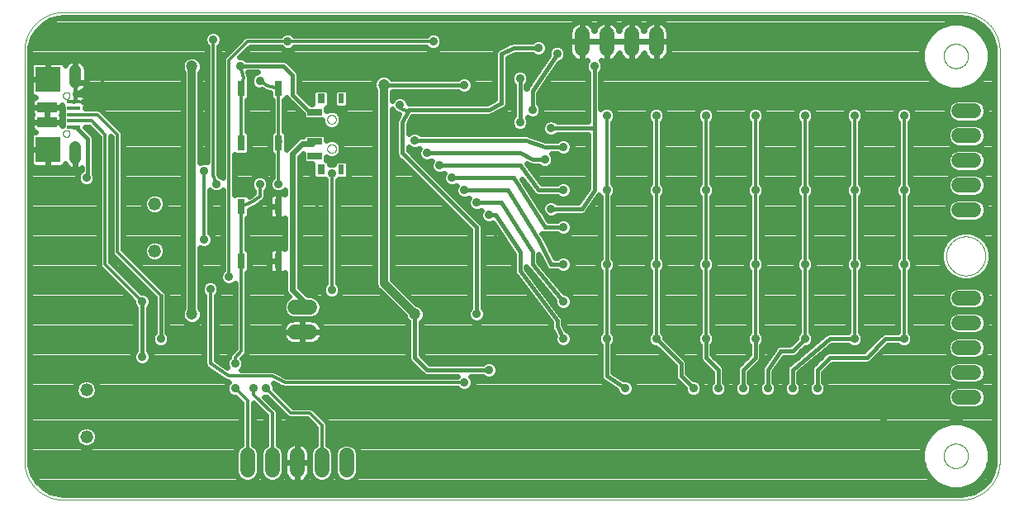
<source format=gbl>
G75*
%MOIN*%
%OFA0B0*%
%FSLAX25Y25*%
%IPPOS*%
%LPD*%
%AMOC8*
5,1,8,0,0,1.08239X$1,22.5*
%
%ADD10C,0.00000*%
%ADD11C,0.05200*%
%ADD12R,0.03000X0.06000*%
%ADD13C,0.06000*%
%ADD14R,0.05906X0.02756*%
%ADD15R,0.02362X0.03937*%
%ADD16R,0.03150X0.03937*%
%ADD17R,0.09843X0.09843*%
%ADD18C,0.04756*%
%ADD19R,0.05315X0.01575*%
%ADD20R,0.07874X0.03937*%
%ADD21C,0.02400*%
%ADD22C,0.03562*%
%ADD23C,0.01600*%
%ADD24C,0.04724*%
%ADD25C,0.03600*%
%ADD26C,0.03200*%
%ADD27C,0.01200*%
D10*
X0020048Y0004300D02*
X0382253Y0004300D01*
X0382634Y0004305D01*
X0383014Y0004318D01*
X0383394Y0004341D01*
X0383773Y0004374D01*
X0384151Y0004415D01*
X0384528Y0004465D01*
X0384904Y0004525D01*
X0385279Y0004593D01*
X0385651Y0004671D01*
X0386022Y0004758D01*
X0386390Y0004853D01*
X0386756Y0004958D01*
X0387119Y0005071D01*
X0387480Y0005193D01*
X0387837Y0005323D01*
X0388191Y0005463D01*
X0388542Y0005610D01*
X0388889Y0005767D01*
X0389232Y0005931D01*
X0389571Y0006104D01*
X0389906Y0006285D01*
X0390237Y0006474D01*
X0390562Y0006671D01*
X0390883Y0006875D01*
X0391199Y0007088D01*
X0391509Y0007308D01*
X0391815Y0007535D01*
X0392114Y0007770D01*
X0392408Y0008012D01*
X0392696Y0008260D01*
X0392978Y0008516D01*
X0393253Y0008779D01*
X0393522Y0009048D01*
X0393785Y0009323D01*
X0394041Y0009605D01*
X0394289Y0009893D01*
X0394531Y0010187D01*
X0394766Y0010486D01*
X0394993Y0010792D01*
X0395213Y0011102D01*
X0395426Y0011418D01*
X0395630Y0011739D01*
X0395827Y0012064D01*
X0396016Y0012395D01*
X0396197Y0012730D01*
X0396370Y0013069D01*
X0396534Y0013412D01*
X0396691Y0013759D01*
X0396838Y0014110D01*
X0396978Y0014464D01*
X0397108Y0014821D01*
X0397230Y0015182D01*
X0397343Y0015545D01*
X0397448Y0015911D01*
X0397543Y0016279D01*
X0397630Y0016650D01*
X0397708Y0017022D01*
X0397776Y0017397D01*
X0397836Y0017773D01*
X0397886Y0018150D01*
X0397927Y0018528D01*
X0397960Y0018907D01*
X0397983Y0019287D01*
X0397996Y0019667D01*
X0398001Y0020048D01*
X0398001Y0185402D01*
X0397996Y0185783D01*
X0397983Y0186163D01*
X0397960Y0186543D01*
X0397927Y0186922D01*
X0397886Y0187300D01*
X0397836Y0187677D01*
X0397776Y0188053D01*
X0397708Y0188428D01*
X0397630Y0188800D01*
X0397543Y0189171D01*
X0397448Y0189539D01*
X0397343Y0189905D01*
X0397230Y0190268D01*
X0397108Y0190629D01*
X0396978Y0190986D01*
X0396838Y0191340D01*
X0396691Y0191691D01*
X0396534Y0192038D01*
X0396370Y0192381D01*
X0396197Y0192720D01*
X0396016Y0193055D01*
X0395827Y0193386D01*
X0395630Y0193711D01*
X0395426Y0194032D01*
X0395213Y0194348D01*
X0394993Y0194658D01*
X0394766Y0194964D01*
X0394531Y0195263D01*
X0394289Y0195557D01*
X0394041Y0195845D01*
X0393785Y0196127D01*
X0393522Y0196402D01*
X0393253Y0196671D01*
X0392978Y0196934D01*
X0392696Y0197190D01*
X0392408Y0197438D01*
X0392114Y0197680D01*
X0391815Y0197915D01*
X0391509Y0198142D01*
X0391199Y0198362D01*
X0390883Y0198575D01*
X0390562Y0198779D01*
X0390237Y0198976D01*
X0389906Y0199165D01*
X0389571Y0199346D01*
X0389232Y0199519D01*
X0388889Y0199683D01*
X0388542Y0199840D01*
X0388191Y0199987D01*
X0387837Y0200127D01*
X0387480Y0200257D01*
X0387119Y0200379D01*
X0386756Y0200492D01*
X0386390Y0200597D01*
X0386022Y0200692D01*
X0385651Y0200779D01*
X0385279Y0200857D01*
X0384904Y0200925D01*
X0384528Y0200985D01*
X0384151Y0201035D01*
X0383773Y0201076D01*
X0383394Y0201109D01*
X0383014Y0201132D01*
X0382634Y0201145D01*
X0382253Y0201150D01*
X0020048Y0201150D01*
X0019667Y0201145D01*
X0019287Y0201132D01*
X0018907Y0201109D01*
X0018528Y0201076D01*
X0018150Y0201035D01*
X0017773Y0200985D01*
X0017397Y0200925D01*
X0017022Y0200857D01*
X0016650Y0200779D01*
X0016279Y0200692D01*
X0015911Y0200597D01*
X0015545Y0200492D01*
X0015182Y0200379D01*
X0014821Y0200257D01*
X0014464Y0200127D01*
X0014110Y0199987D01*
X0013759Y0199840D01*
X0013412Y0199683D01*
X0013069Y0199519D01*
X0012730Y0199346D01*
X0012395Y0199165D01*
X0012064Y0198976D01*
X0011739Y0198779D01*
X0011418Y0198575D01*
X0011102Y0198362D01*
X0010792Y0198142D01*
X0010486Y0197915D01*
X0010187Y0197680D01*
X0009893Y0197438D01*
X0009605Y0197190D01*
X0009323Y0196934D01*
X0009048Y0196671D01*
X0008779Y0196402D01*
X0008516Y0196127D01*
X0008260Y0195845D01*
X0008012Y0195557D01*
X0007770Y0195263D01*
X0007535Y0194964D01*
X0007308Y0194658D01*
X0007088Y0194348D01*
X0006875Y0194032D01*
X0006671Y0193711D01*
X0006474Y0193386D01*
X0006285Y0193055D01*
X0006104Y0192720D01*
X0005931Y0192381D01*
X0005767Y0192038D01*
X0005610Y0191691D01*
X0005463Y0191340D01*
X0005323Y0190986D01*
X0005193Y0190629D01*
X0005071Y0190268D01*
X0004958Y0189905D01*
X0004853Y0189539D01*
X0004758Y0189171D01*
X0004671Y0188800D01*
X0004593Y0188428D01*
X0004525Y0188053D01*
X0004465Y0187677D01*
X0004415Y0187300D01*
X0004374Y0186922D01*
X0004341Y0186543D01*
X0004318Y0186163D01*
X0004305Y0185783D01*
X0004300Y0185402D01*
X0004300Y0020048D01*
X0004305Y0019667D01*
X0004318Y0019287D01*
X0004341Y0018907D01*
X0004374Y0018528D01*
X0004415Y0018150D01*
X0004465Y0017773D01*
X0004525Y0017397D01*
X0004593Y0017022D01*
X0004671Y0016650D01*
X0004758Y0016279D01*
X0004853Y0015911D01*
X0004958Y0015545D01*
X0005071Y0015182D01*
X0005193Y0014821D01*
X0005323Y0014464D01*
X0005463Y0014110D01*
X0005610Y0013759D01*
X0005767Y0013412D01*
X0005931Y0013069D01*
X0006104Y0012730D01*
X0006285Y0012395D01*
X0006474Y0012064D01*
X0006671Y0011739D01*
X0006875Y0011418D01*
X0007088Y0011102D01*
X0007308Y0010792D01*
X0007535Y0010486D01*
X0007770Y0010187D01*
X0008012Y0009893D01*
X0008260Y0009605D01*
X0008516Y0009323D01*
X0008779Y0009048D01*
X0009048Y0008779D01*
X0009323Y0008516D01*
X0009605Y0008260D01*
X0009893Y0008012D01*
X0010187Y0007770D01*
X0010486Y0007535D01*
X0010792Y0007308D01*
X0011102Y0007088D01*
X0011418Y0006875D01*
X0011739Y0006671D01*
X0012064Y0006474D01*
X0012395Y0006285D01*
X0012730Y0006104D01*
X0013069Y0005931D01*
X0013412Y0005767D01*
X0013759Y0005610D01*
X0014110Y0005463D01*
X0014464Y0005323D01*
X0014821Y0005193D01*
X0015182Y0005071D01*
X0015545Y0004958D01*
X0015911Y0004853D01*
X0016279Y0004758D01*
X0016650Y0004671D01*
X0017022Y0004593D01*
X0017397Y0004525D01*
X0017773Y0004465D01*
X0018150Y0004415D01*
X0018528Y0004374D01*
X0018907Y0004341D01*
X0019287Y0004318D01*
X0019667Y0004305D01*
X0020048Y0004300D01*
X0014930Y0144457D02*
X0012568Y0144457D01*
X0012502Y0144465D01*
X0012438Y0144477D01*
X0012374Y0144493D01*
X0012311Y0144512D01*
X0012250Y0144536D01*
X0012190Y0144563D01*
X0012132Y0144593D01*
X0012076Y0144627D01*
X0012022Y0144664D01*
X0011970Y0144705D01*
X0011921Y0144749D01*
X0011874Y0144795D01*
X0011831Y0144844D01*
X0011790Y0144896D01*
X0011753Y0144950D01*
X0011719Y0145006D01*
X0011689Y0145064D01*
X0011662Y0145124D01*
X0011638Y0145185D01*
X0011619Y0145248D01*
X0011603Y0145312D01*
X0011591Y0145376D01*
X0011583Y0145442D01*
X0011579Y0145507D01*
X0011579Y0145573D01*
X0011583Y0145638D01*
X0011583Y0145639D02*
X0011579Y0145704D01*
X0011579Y0145770D01*
X0011583Y0145835D01*
X0011591Y0145901D01*
X0011603Y0145965D01*
X0011619Y0146029D01*
X0011638Y0146092D01*
X0011662Y0146153D01*
X0011689Y0146213D01*
X0011719Y0146271D01*
X0011753Y0146327D01*
X0011790Y0146381D01*
X0011831Y0146433D01*
X0011874Y0146482D01*
X0011921Y0146528D01*
X0011970Y0146572D01*
X0012022Y0146613D01*
X0012076Y0146650D01*
X0012132Y0146684D01*
X0012190Y0146714D01*
X0012250Y0146741D01*
X0012311Y0146765D01*
X0012374Y0146784D01*
X0012438Y0146800D01*
X0012502Y0146812D01*
X0012568Y0146820D01*
X0014930Y0146820D01*
X0014929Y0146820D02*
X0014992Y0146812D01*
X0015054Y0146801D01*
X0015116Y0146786D01*
X0015176Y0146768D01*
X0015236Y0146746D01*
X0015294Y0146721D01*
X0015350Y0146692D01*
X0015405Y0146660D01*
X0015457Y0146625D01*
X0015508Y0146587D01*
X0015556Y0146547D01*
X0015602Y0146503D01*
X0015645Y0146457D01*
X0015686Y0146408D01*
X0015724Y0146357D01*
X0015758Y0146305D01*
X0015790Y0146250D01*
X0015818Y0146193D01*
X0015843Y0146135D01*
X0015864Y0146075D01*
X0015882Y0146015D01*
X0015896Y0145953D01*
X0015907Y0145891D01*
X0015914Y0145828D01*
X0015918Y0145765D01*
X0015917Y0145702D01*
X0015914Y0145639D01*
X0015914Y0145638D02*
X0015917Y0145575D01*
X0015918Y0145512D01*
X0015914Y0145449D01*
X0015907Y0145386D01*
X0015896Y0145324D01*
X0015882Y0145262D01*
X0015864Y0145202D01*
X0015843Y0145142D01*
X0015818Y0145084D01*
X0015790Y0145027D01*
X0015758Y0144972D01*
X0015724Y0144920D01*
X0015686Y0144869D01*
X0015645Y0144820D01*
X0015602Y0144774D01*
X0015556Y0144730D01*
X0015508Y0144690D01*
X0015457Y0144652D01*
X0015405Y0144617D01*
X0015350Y0144585D01*
X0015294Y0144556D01*
X0015236Y0144531D01*
X0015176Y0144509D01*
X0015116Y0144491D01*
X0015054Y0144476D01*
X0014992Y0144465D01*
X0014929Y0144457D01*
X0019851Y0152135D02*
X0019853Y0152209D01*
X0019859Y0152283D01*
X0019869Y0152356D01*
X0019883Y0152429D01*
X0019900Y0152501D01*
X0019922Y0152571D01*
X0019947Y0152641D01*
X0019976Y0152709D01*
X0020009Y0152775D01*
X0020045Y0152840D01*
X0020085Y0152902D01*
X0020127Y0152963D01*
X0020173Y0153021D01*
X0020222Y0153076D01*
X0020274Y0153129D01*
X0020329Y0153179D01*
X0020386Y0153225D01*
X0020446Y0153269D01*
X0020508Y0153309D01*
X0020572Y0153346D01*
X0020638Y0153380D01*
X0020706Y0153410D01*
X0020775Y0153436D01*
X0020846Y0153459D01*
X0020917Y0153477D01*
X0020990Y0153492D01*
X0021063Y0153503D01*
X0021137Y0153510D01*
X0021211Y0153513D01*
X0021284Y0153512D01*
X0021358Y0153507D01*
X0021432Y0153498D01*
X0021505Y0153485D01*
X0021577Y0153468D01*
X0021648Y0153448D01*
X0021718Y0153423D01*
X0021786Y0153395D01*
X0021853Y0153364D01*
X0021918Y0153328D01*
X0021981Y0153290D01*
X0022042Y0153248D01*
X0022101Y0153202D01*
X0022157Y0153154D01*
X0022210Y0153103D01*
X0022260Y0153049D01*
X0022308Y0152992D01*
X0022352Y0152933D01*
X0022394Y0152871D01*
X0022432Y0152808D01*
X0022466Y0152742D01*
X0022497Y0152675D01*
X0022524Y0152606D01*
X0022547Y0152536D01*
X0022567Y0152465D01*
X0022583Y0152392D01*
X0022595Y0152319D01*
X0022603Y0152246D01*
X0022607Y0152172D01*
X0022607Y0152098D01*
X0022603Y0152024D01*
X0022595Y0151951D01*
X0022583Y0151878D01*
X0022567Y0151805D01*
X0022547Y0151734D01*
X0022524Y0151664D01*
X0022497Y0151595D01*
X0022466Y0151528D01*
X0022432Y0151462D01*
X0022394Y0151399D01*
X0022352Y0151337D01*
X0022308Y0151278D01*
X0022260Y0151221D01*
X0022210Y0151167D01*
X0022157Y0151116D01*
X0022101Y0151068D01*
X0022042Y0151022D01*
X0021981Y0150980D01*
X0021918Y0150942D01*
X0021853Y0150906D01*
X0021786Y0150875D01*
X0021718Y0150847D01*
X0021648Y0150822D01*
X0021577Y0150802D01*
X0021505Y0150785D01*
X0021432Y0150772D01*
X0021358Y0150763D01*
X0021284Y0150758D01*
X0021211Y0150757D01*
X0021137Y0150760D01*
X0021063Y0150767D01*
X0020990Y0150778D01*
X0020917Y0150793D01*
X0020846Y0150811D01*
X0020775Y0150834D01*
X0020706Y0150860D01*
X0020638Y0150890D01*
X0020572Y0150924D01*
X0020508Y0150961D01*
X0020446Y0151001D01*
X0020386Y0151045D01*
X0020329Y0151091D01*
X0020274Y0151141D01*
X0020222Y0151194D01*
X0020173Y0151249D01*
X0020127Y0151307D01*
X0020085Y0151368D01*
X0020045Y0151430D01*
X0020009Y0151495D01*
X0019976Y0151561D01*
X0019947Y0151629D01*
X0019922Y0151699D01*
X0019900Y0151769D01*
X0019883Y0151841D01*
X0019869Y0151914D01*
X0019859Y0151987D01*
X0019853Y0152061D01*
X0019851Y0152135D01*
X0019851Y0167489D02*
X0019853Y0167563D01*
X0019859Y0167637D01*
X0019869Y0167710D01*
X0019883Y0167783D01*
X0019900Y0167855D01*
X0019922Y0167925D01*
X0019947Y0167995D01*
X0019976Y0168063D01*
X0020009Y0168129D01*
X0020045Y0168194D01*
X0020085Y0168256D01*
X0020127Y0168317D01*
X0020173Y0168375D01*
X0020222Y0168430D01*
X0020274Y0168483D01*
X0020329Y0168533D01*
X0020386Y0168579D01*
X0020446Y0168623D01*
X0020508Y0168663D01*
X0020572Y0168700D01*
X0020638Y0168734D01*
X0020706Y0168764D01*
X0020775Y0168790D01*
X0020846Y0168813D01*
X0020917Y0168831D01*
X0020990Y0168846D01*
X0021063Y0168857D01*
X0021137Y0168864D01*
X0021211Y0168867D01*
X0021284Y0168866D01*
X0021358Y0168861D01*
X0021432Y0168852D01*
X0021505Y0168839D01*
X0021577Y0168822D01*
X0021648Y0168802D01*
X0021718Y0168777D01*
X0021786Y0168749D01*
X0021853Y0168718D01*
X0021918Y0168682D01*
X0021981Y0168644D01*
X0022042Y0168602D01*
X0022101Y0168556D01*
X0022157Y0168508D01*
X0022210Y0168457D01*
X0022260Y0168403D01*
X0022308Y0168346D01*
X0022352Y0168287D01*
X0022394Y0168225D01*
X0022432Y0168162D01*
X0022466Y0168096D01*
X0022497Y0168029D01*
X0022524Y0167960D01*
X0022547Y0167890D01*
X0022567Y0167819D01*
X0022583Y0167746D01*
X0022595Y0167673D01*
X0022603Y0167600D01*
X0022607Y0167526D01*
X0022607Y0167452D01*
X0022603Y0167378D01*
X0022595Y0167305D01*
X0022583Y0167232D01*
X0022567Y0167159D01*
X0022547Y0167088D01*
X0022524Y0167018D01*
X0022497Y0166949D01*
X0022466Y0166882D01*
X0022432Y0166816D01*
X0022394Y0166753D01*
X0022352Y0166691D01*
X0022308Y0166632D01*
X0022260Y0166575D01*
X0022210Y0166521D01*
X0022157Y0166470D01*
X0022101Y0166422D01*
X0022042Y0166376D01*
X0021981Y0166334D01*
X0021918Y0166296D01*
X0021853Y0166260D01*
X0021786Y0166229D01*
X0021718Y0166201D01*
X0021648Y0166176D01*
X0021577Y0166156D01*
X0021505Y0166139D01*
X0021432Y0166126D01*
X0021358Y0166117D01*
X0021284Y0166112D01*
X0021211Y0166111D01*
X0021137Y0166114D01*
X0021063Y0166121D01*
X0020990Y0166132D01*
X0020917Y0166147D01*
X0020846Y0166165D01*
X0020775Y0166188D01*
X0020706Y0166214D01*
X0020638Y0166244D01*
X0020572Y0166278D01*
X0020508Y0166315D01*
X0020446Y0166355D01*
X0020386Y0166399D01*
X0020329Y0166445D01*
X0020274Y0166495D01*
X0020222Y0166548D01*
X0020173Y0166603D01*
X0020127Y0166661D01*
X0020085Y0166722D01*
X0020045Y0166784D01*
X0020009Y0166849D01*
X0019976Y0166915D01*
X0019947Y0166983D01*
X0019922Y0167053D01*
X0019900Y0167123D01*
X0019883Y0167195D01*
X0019869Y0167268D01*
X0019859Y0167341D01*
X0019853Y0167415D01*
X0019851Y0167489D01*
X0014930Y0172804D02*
X0012568Y0172804D01*
X0012502Y0172812D01*
X0012438Y0172824D01*
X0012374Y0172840D01*
X0012311Y0172859D01*
X0012250Y0172883D01*
X0012190Y0172910D01*
X0012132Y0172940D01*
X0012076Y0172974D01*
X0012022Y0173011D01*
X0011970Y0173052D01*
X0011921Y0173096D01*
X0011874Y0173142D01*
X0011831Y0173191D01*
X0011790Y0173243D01*
X0011753Y0173297D01*
X0011719Y0173353D01*
X0011689Y0173411D01*
X0011662Y0173471D01*
X0011638Y0173532D01*
X0011619Y0173595D01*
X0011603Y0173659D01*
X0011591Y0173723D01*
X0011583Y0173789D01*
X0011579Y0173854D01*
X0011579Y0173920D01*
X0011583Y0173985D01*
X0011579Y0174050D01*
X0011579Y0174116D01*
X0011583Y0174181D01*
X0011591Y0174247D01*
X0011603Y0174311D01*
X0011619Y0174375D01*
X0011638Y0174438D01*
X0011662Y0174499D01*
X0011689Y0174559D01*
X0011719Y0174617D01*
X0011753Y0174673D01*
X0011790Y0174727D01*
X0011831Y0174779D01*
X0011874Y0174828D01*
X0011921Y0174874D01*
X0011970Y0174918D01*
X0012022Y0174959D01*
X0012076Y0174996D01*
X0012132Y0175030D01*
X0012190Y0175060D01*
X0012250Y0175087D01*
X0012311Y0175111D01*
X0012374Y0175130D01*
X0012438Y0175146D01*
X0012502Y0175158D01*
X0012568Y0175166D01*
X0014930Y0175166D01*
X0014929Y0175166D02*
X0014992Y0175158D01*
X0015054Y0175147D01*
X0015116Y0175132D01*
X0015176Y0175114D01*
X0015236Y0175092D01*
X0015294Y0175067D01*
X0015350Y0175038D01*
X0015405Y0175006D01*
X0015457Y0174971D01*
X0015508Y0174933D01*
X0015556Y0174893D01*
X0015602Y0174849D01*
X0015645Y0174803D01*
X0015686Y0174754D01*
X0015724Y0174703D01*
X0015758Y0174651D01*
X0015790Y0174596D01*
X0015818Y0174539D01*
X0015843Y0174481D01*
X0015864Y0174421D01*
X0015882Y0174361D01*
X0015896Y0174299D01*
X0015907Y0174237D01*
X0015914Y0174174D01*
X0015918Y0174111D01*
X0015917Y0174048D01*
X0015914Y0173985D01*
X0015917Y0173922D01*
X0015918Y0173859D01*
X0015914Y0173796D01*
X0015907Y0173733D01*
X0015896Y0173671D01*
X0015882Y0173609D01*
X0015864Y0173549D01*
X0015843Y0173489D01*
X0015818Y0173431D01*
X0015790Y0173374D01*
X0015758Y0173319D01*
X0015724Y0173267D01*
X0015686Y0173216D01*
X0015645Y0173167D01*
X0015602Y0173121D01*
X0015556Y0173077D01*
X0015508Y0173037D01*
X0015457Y0172999D01*
X0015405Y0172964D01*
X0015350Y0172932D01*
X0015294Y0172903D01*
X0015236Y0172878D01*
X0015176Y0172856D01*
X0015116Y0172838D01*
X0015054Y0172823D01*
X0014992Y0172812D01*
X0014929Y0172804D01*
X0126544Y0157843D02*
X0126546Y0157927D01*
X0126552Y0158010D01*
X0126562Y0158093D01*
X0126576Y0158176D01*
X0126593Y0158258D01*
X0126615Y0158339D01*
X0126640Y0158418D01*
X0126669Y0158497D01*
X0126702Y0158574D01*
X0126738Y0158649D01*
X0126778Y0158723D01*
X0126821Y0158795D01*
X0126868Y0158864D01*
X0126918Y0158931D01*
X0126971Y0158996D01*
X0127027Y0159058D01*
X0127085Y0159118D01*
X0127147Y0159175D01*
X0127211Y0159228D01*
X0127278Y0159279D01*
X0127347Y0159326D01*
X0127418Y0159371D01*
X0127491Y0159411D01*
X0127566Y0159448D01*
X0127643Y0159482D01*
X0127721Y0159512D01*
X0127800Y0159538D01*
X0127881Y0159561D01*
X0127963Y0159579D01*
X0128045Y0159594D01*
X0128128Y0159605D01*
X0128211Y0159612D01*
X0128295Y0159615D01*
X0128379Y0159614D01*
X0128462Y0159609D01*
X0128546Y0159600D01*
X0128628Y0159587D01*
X0128710Y0159571D01*
X0128791Y0159550D01*
X0128872Y0159526D01*
X0128950Y0159498D01*
X0129028Y0159466D01*
X0129104Y0159430D01*
X0129178Y0159391D01*
X0129250Y0159349D01*
X0129320Y0159303D01*
X0129388Y0159254D01*
X0129453Y0159202D01*
X0129516Y0159147D01*
X0129576Y0159089D01*
X0129634Y0159028D01*
X0129688Y0158964D01*
X0129740Y0158898D01*
X0129788Y0158830D01*
X0129833Y0158759D01*
X0129874Y0158686D01*
X0129913Y0158612D01*
X0129947Y0158536D01*
X0129978Y0158458D01*
X0130005Y0158379D01*
X0130029Y0158298D01*
X0130048Y0158217D01*
X0130064Y0158135D01*
X0130076Y0158052D01*
X0130084Y0157968D01*
X0130088Y0157885D01*
X0130088Y0157801D01*
X0130084Y0157718D01*
X0130076Y0157634D01*
X0130064Y0157551D01*
X0130048Y0157469D01*
X0130029Y0157388D01*
X0130005Y0157307D01*
X0129978Y0157228D01*
X0129947Y0157150D01*
X0129913Y0157074D01*
X0129874Y0157000D01*
X0129833Y0156927D01*
X0129788Y0156856D01*
X0129740Y0156788D01*
X0129688Y0156722D01*
X0129634Y0156658D01*
X0129576Y0156597D01*
X0129516Y0156539D01*
X0129453Y0156484D01*
X0129388Y0156432D01*
X0129320Y0156383D01*
X0129250Y0156337D01*
X0129178Y0156295D01*
X0129104Y0156256D01*
X0129028Y0156220D01*
X0128950Y0156188D01*
X0128872Y0156160D01*
X0128791Y0156136D01*
X0128710Y0156115D01*
X0128628Y0156099D01*
X0128546Y0156086D01*
X0128462Y0156077D01*
X0128379Y0156072D01*
X0128295Y0156071D01*
X0128211Y0156074D01*
X0128128Y0156081D01*
X0128045Y0156092D01*
X0127963Y0156107D01*
X0127881Y0156125D01*
X0127800Y0156148D01*
X0127721Y0156174D01*
X0127643Y0156204D01*
X0127566Y0156238D01*
X0127491Y0156275D01*
X0127418Y0156315D01*
X0127347Y0156360D01*
X0127278Y0156407D01*
X0127211Y0156458D01*
X0127147Y0156511D01*
X0127085Y0156568D01*
X0127027Y0156628D01*
X0126971Y0156690D01*
X0126918Y0156755D01*
X0126868Y0156822D01*
X0126821Y0156891D01*
X0126778Y0156963D01*
X0126738Y0157037D01*
X0126702Y0157112D01*
X0126669Y0157189D01*
X0126640Y0157268D01*
X0126615Y0157347D01*
X0126593Y0157428D01*
X0126576Y0157510D01*
X0126562Y0157593D01*
X0126552Y0157676D01*
X0126546Y0157759D01*
X0126544Y0157843D01*
X0126544Y0146032D02*
X0126546Y0146116D01*
X0126552Y0146199D01*
X0126562Y0146282D01*
X0126576Y0146365D01*
X0126593Y0146447D01*
X0126615Y0146528D01*
X0126640Y0146607D01*
X0126669Y0146686D01*
X0126702Y0146763D01*
X0126738Y0146838D01*
X0126778Y0146912D01*
X0126821Y0146984D01*
X0126868Y0147053D01*
X0126918Y0147120D01*
X0126971Y0147185D01*
X0127027Y0147247D01*
X0127085Y0147307D01*
X0127147Y0147364D01*
X0127211Y0147417D01*
X0127278Y0147468D01*
X0127347Y0147515D01*
X0127418Y0147560D01*
X0127491Y0147600D01*
X0127566Y0147637D01*
X0127643Y0147671D01*
X0127721Y0147701D01*
X0127800Y0147727D01*
X0127881Y0147750D01*
X0127963Y0147768D01*
X0128045Y0147783D01*
X0128128Y0147794D01*
X0128211Y0147801D01*
X0128295Y0147804D01*
X0128379Y0147803D01*
X0128462Y0147798D01*
X0128546Y0147789D01*
X0128628Y0147776D01*
X0128710Y0147760D01*
X0128791Y0147739D01*
X0128872Y0147715D01*
X0128950Y0147687D01*
X0129028Y0147655D01*
X0129104Y0147619D01*
X0129178Y0147580D01*
X0129250Y0147538D01*
X0129320Y0147492D01*
X0129388Y0147443D01*
X0129453Y0147391D01*
X0129516Y0147336D01*
X0129576Y0147278D01*
X0129634Y0147217D01*
X0129688Y0147153D01*
X0129740Y0147087D01*
X0129788Y0147019D01*
X0129833Y0146948D01*
X0129874Y0146875D01*
X0129913Y0146801D01*
X0129947Y0146725D01*
X0129978Y0146647D01*
X0130005Y0146568D01*
X0130029Y0146487D01*
X0130048Y0146406D01*
X0130064Y0146324D01*
X0130076Y0146241D01*
X0130084Y0146157D01*
X0130088Y0146074D01*
X0130088Y0145990D01*
X0130084Y0145907D01*
X0130076Y0145823D01*
X0130064Y0145740D01*
X0130048Y0145658D01*
X0130029Y0145577D01*
X0130005Y0145496D01*
X0129978Y0145417D01*
X0129947Y0145339D01*
X0129913Y0145263D01*
X0129874Y0145189D01*
X0129833Y0145116D01*
X0129788Y0145045D01*
X0129740Y0144977D01*
X0129688Y0144911D01*
X0129634Y0144847D01*
X0129576Y0144786D01*
X0129516Y0144728D01*
X0129453Y0144673D01*
X0129388Y0144621D01*
X0129320Y0144572D01*
X0129250Y0144526D01*
X0129178Y0144484D01*
X0129104Y0144445D01*
X0129028Y0144409D01*
X0128950Y0144377D01*
X0128872Y0144349D01*
X0128791Y0144325D01*
X0128710Y0144304D01*
X0128628Y0144288D01*
X0128546Y0144275D01*
X0128462Y0144266D01*
X0128379Y0144261D01*
X0128295Y0144260D01*
X0128211Y0144263D01*
X0128128Y0144270D01*
X0128045Y0144281D01*
X0127963Y0144296D01*
X0127881Y0144314D01*
X0127800Y0144337D01*
X0127721Y0144363D01*
X0127643Y0144393D01*
X0127566Y0144427D01*
X0127491Y0144464D01*
X0127418Y0144504D01*
X0127347Y0144549D01*
X0127278Y0144596D01*
X0127211Y0144647D01*
X0127147Y0144700D01*
X0127085Y0144757D01*
X0127027Y0144817D01*
X0126971Y0144879D01*
X0126918Y0144944D01*
X0126868Y0145011D01*
X0126821Y0145080D01*
X0126778Y0145152D01*
X0126738Y0145226D01*
X0126702Y0145301D01*
X0126669Y0145378D01*
X0126640Y0145457D01*
X0126615Y0145536D01*
X0126593Y0145617D01*
X0126576Y0145699D01*
X0126562Y0145782D01*
X0126552Y0145865D01*
X0126546Y0145948D01*
X0126544Y0146032D01*
X0375363Y0183434D02*
X0375365Y0183574D01*
X0375371Y0183714D01*
X0375381Y0183853D01*
X0375395Y0183992D01*
X0375413Y0184131D01*
X0375434Y0184269D01*
X0375460Y0184407D01*
X0375490Y0184544D01*
X0375523Y0184679D01*
X0375561Y0184814D01*
X0375602Y0184948D01*
X0375647Y0185081D01*
X0375695Y0185212D01*
X0375748Y0185341D01*
X0375804Y0185470D01*
X0375863Y0185596D01*
X0375927Y0185721D01*
X0375993Y0185844D01*
X0376064Y0185965D01*
X0376137Y0186084D01*
X0376214Y0186201D01*
X0376295Y0186315D01*
X0376378Y0186427D01*
X0376465Y0186537D01*
X0376555Y0186645D01*
X0376647Y0186749D01*
X0376743Y0186851D01*
X0376842Y0186951D01*
X0376943Y0187047D01*
X0377047Y0187141D01*
X0377154Y0187231D01*
X0377263Y0187318D01*
X0377375Y0187403D01*
X0377489Y0187484D01*
X0377605Y0187562D01*
X0377723Y0187636D01*
X0377844Y0187707D01*
X0377966Y0187775D01*
X0378091Y0187839D01*
X0378217Y0187900D01*
X0378344Y0187957D01*
X0378474Y0188010D01*
X0378605Y0188060D01*
X0378737Y0188105D01*
X0378870Y0188148D01*
X0379005Y0188186D01*
X0379140Y0188220D01*
X0379277Y0188251D01*
X0379414Y0188278D01*
X0379552Y0188300D01*
X0379691Y0188319D01*
X0379830Y0188334D01*
X0379969Y0188345D01*
X0380109Y0188352D01*
X0380249Y0188355D01*
X0380389Y0188354D01*
X0380529Y0188349D01*
X0380668Y0188340D01*
X0380808Y0188327D01*
X0380947Y0188310D01*
X0381085Y0188289D01*
X0381223Y0188265D01*
X0381360Y0188236D01*
X0381496Y0188204D01*
X0381631Y0188167D01*
X0381765Y0188127D01*
X0381898Y0188083D01*
X0382029Y0188035D01*
X0382159Y0187984D01*
X0382288Y0187929D01*
X0382415Y0187870D01*
X0382540Y0187807D01*
X0382663Y0187742D01*
X0382785Y0187672D01*
X0382904Y0187599D01*
X0383022Y0187523D01*
X0383137Y0187444D01*
X0383250Y0187361D01*
X0383360Y0187275D01*
X0383468Y0187186D01*
X0383573Y0187094D01*
X0383676Y0186999D01*
X0383776Y0186901D01*
X0383873Y0186801D01*
X0383967Y0186697D01*
X0384059Y0186591D01*
X0384147Y0186483D01*
X0384232Y0186372D01*
X0384314Y0186258D01*
X0384393Y0186142D01*
X0384468Y0186025D01*
X0384540Y0185905D01*
X0384608Y0185783D01*
X0384673Y0185659D01*
X0384735Y0185533D01*
X0384793Y0185406D01*
X0384847Y0185277D01*
X0384898Y0185146D01*
X0384944Y0185014D01*
X0384987Y0184881D01*
X0385027Y0184747D01*
X0385062Y0184612D01*
X0385094Y0184475D01*
X0385121Y0184338D01*
X0385145Y0184200D01*
X0385165Y0184062D01*
X0385181Y0183923D01*
X0385193Y0183783D01*
X0385201Y0183644D01*
X0385205Y0183504D01*
X0385205Y0183364D01*
X0385201Y0183224D01*
X0385193Y0183085D01*
X0385181Y0182945D01*
X0385165Y0182806D01*
X0385145Y0182668D01*
X0385121Y0182530D01*
X0385094Y0182393D01*
X0385062Y0182256D01*
X0385027Y0182121D01*
X0384987Y0181987D01*
X0384944Y0181854D01*
X0384898Y0181722D01*
X0384847Y0181591D01*
X0384793Y0181462D01*
X0384735Y0181335D01*
X0384673Y0181209D01*
X0384608Y0181085D01*
X0384540Y0180963D01*
X0384468Y0180843D01*
X0384393Y0180726D01*
X0384314Y0180610D01*
X0384232Y0180496D01*
X0384147Y0180385D01*
X0384059Y0180277D01*
X0383967Y0180171D01*
X0383873Y0180067D01*
X0383776Y0179967D01*
X0383676Y0179869D01*
X0383573Y0179774D01*
X0383468Y0179682D01*
X0383360Y0179593D01*
X0383250Y0179507D01*
X0383137Y0179424D01*
X0383022Y0179345D01*
X0382904Y0179269D01*
X0382785Y0179196D01*
X0382663Y0179126D01*
X0382540Y0179061D01*
X0382415Y0178998D01*
X0382288Y0178939D01*
X0382159Y0178884D01*
X0382029Y0178833D01*
X0381898Y0178785D01*
X0381765Y0178741D01*
X0381631Y0178701D01*
X0381496Y0178664D01*
X0381360Y0178632D01*
X0381223Y0178603D01*
X0381085Y0178579D01*
X0380947Y0178558D01*
X0380808Y0178541D01*
X0380668Y0178528D01*
X0380529Y0178519D01*
X0380389Y0178514D01*
X0380249Y0178513D01*
X0380109Y0178516D01*
X0379969Y0178523D01*
X0379830Y0178534D01*
X0379691Y0178549D01*
X0379552Y0178568D01*
X0379414Y0178590D01*
X0379277Y0178617D01*
X0379140Y0178648D01*
X0379005Y0178682D01*
X0378870Y0178720D01*
X0378737Y0178763D01*
X0378605Y0178808D01*
X0378474Y0178858D01*
X0378344Y0178911D01*
X0378217Y0178968D01*
X0378091Y0179029D01*
X0377966Y0179093D01*
X0377844Y0179161D01*
X0377723Y0179232D01*
X0377605Y0179306D01*
X0377489Y0179384D01*
X0377375Y0179465D01*
X0377263Y0179550D01*
X0377154Y0179637D01*
X0377047Y0179727D01*
X0376943Y0179821D01*
X0376842Y0179917D01*
X0376743Y0180017D01*
X0376647Y0180119D01*
X0376555Y0180223D01*
X0376465Y0180331D01*
X0376378Y0180441D01*
X0376295Y0180553D01*
X0376214Y0180667D01*
X0376137Y0180784D01*
X0376064Y0180903D01*
X0375993Y0181024D01*
X0375927Y0181147D01*
X0375863Y0181272D01*
X0375804Y0181398D01*
X0375748Y0181527D01*
X0375695Y0181656D01*
X0375647Y0181787D01*
X0375602Y0181920D01*
X0375561Y0182054D01*
X0375523Y0182189D01*
X0375490Y0182324D01*
X0375460Y0182461D01*
X0375434Y0182599D01*
X0375413Y0182737D01*
X0375395Y0182876D01*
X0375381Y0183015D01*
X0375371Y0183154D01*
X0375365Y0183294D01*
X0375363Y0183434D01*
X0376426Y0102725D02*
X0376428Y0102918D01*
X0376435Y0103111D01*
X0376447Y0103304D01*
X0376464Y0103497D01*
X0376485Y0103689D01*
X0376511Y0103880D01*
X0376542Y0104071D01*
X0376577Y0104261D01*
X0376617Y0104450D01*
X0376662Y0104638D01*
X0376711Y0104825D01*
X0376765Y0105011D01*
X0376823Y0105195D01*
X0376886Y0105378D01*
X0376954Y0105559D01*
X0377025Y0105738D01*
X0377102Y0105916D01*
X0377182Y0106092D01*
X0377267Y0106265D01*
X0377356Y0106437D01*
X0377449Y0106606D01*
X0377546Y0106773D01*
X0377648Y0106938D01*
X0377753Y0107100D01*
X0377862Y0107259D01*
X0377976Y0107416D01*
X0378093Y0107569D01*
X0378213Y0107720D01*
X0378338Y0107868D01*
X0378466Y0108013D01*
X0378597Y0108154D01*
X0378732Y0108293D01*
X0378871Y0108428D01*
X0379012Y0108559D01*
X0379157Y0108687D01*
X0379305Y0108812D01*
X0379456Y0108932D01*
X0379609Y0109049D01*
X0379766Y0109163D01*
X0379925Y0109272D01*
X0380087Y0109377D01*
X0380252Y0109479D01*
X0380419Y0109576D01*
X0380588Y0109669D01*
X0380760Y0109758D01*
X0380933Y0109843D01*
X0381109Y0109923D01*
X0381287Y0110000D01*
X0381466Y0110071D01*
X0381647Y0110139D01*
X0381830Y0110202D01*
X0382014Y0110260D01*
X0382200Y0110314D01*
X0382387Y0110363D01*
X0382575Y0110408D01*
X0382764Y0110448D01*
X0382954Y0110483D01*
X0383145Y0110514D01*
X0383336Y0110540D01*
X0383528Y0110561D01*
X0383721Y0110578D01*
X0383914Y0110590D01*
X0384107Y0110597D01*
X0384300Y0110599D01*
X0384493Y0110597D01*
X0384686Y0110590D01*
X0384879Y0110578D01*
X0385072Y0110561D01*
X0385264Y0110540D01*
X0385455Y0110514D01*
X0385646Y0110483D01*
X0385836Y0110448D01*
X0386025Y0110408D01*
X0386213Y0110363D01*
X0386400Y0110314D01*
X0386586Y0110260D01*
X0386770Y0110202D01*
X0386953Y0110139D01*
X0387134Y0110071D01*
X0387313Y0110000D01*
X0387491Y0109923D01*
X0387667Y0109843D01*
X0387840Y0109758D01*
X0388012Y0109669D01*
X0388181Y0109576D01*
X0388348Y0109479D01*
X0388513Y0109377D01*
X0388675Y0109272D01*
X0388834Y0109163D01*
X0388991Y0109049D01*
X0389144Y0108932D01*
X0389295Y0108812D01*
X0389443Y0108687D01*
X0389588Y0108559D01*
X0389729Y0108428D01*
X0389868Y0108293D01*
X0390003Y0108154D01*
X0390134Y0108013D01*
X0390262Y0107868D01*
X0390387Y0107720D01*
X0390507Y0107569D01*
X0390624Y0107416D01*
X0390738Y0107259D01*
X0390847Y0107100D01*
X0390952Y0106938D01*
X0391054Y0106773D01*
X0391151Y0106606D01*
X0391244Y0106437D01*
X0391333Y0106265D01*
X0391418Y0106092D01*
X0391498Y0105916D01*
X0391575Y0105738D01*
X0391646Y0105559D01*
X0391714Y0105378D01*
X0391777Y0105195D01*
X0391835Y0105011D01*
X0391889Y0104825D01*
X0391938Y0104638D01*
X0391983Y0104450D01*
X0392023Y0104261D01*
X0392058Y0104071D01*
X0392089Y0103880D01*
X0392115Y0103689D01*
X0392136Y0103497D01*
X0392153Y0103304D01*
X0392165Y0103111D01*
X0392172Y0102918D01*
X0392174Y0102725D01*
X0392172Y0102532D01*
X0392165Y0102339D01*
X0392153Y0102146D01*
X0392136Y0101953D01*
X0392115Y0101761D01*
X0392089Y0101570D01*
X0392058Y0101379D01*
X0392023Y0101189D01*
X0391983Y0101000D01*
X0391938Y0100812D01*
X0391889Y0100625D01*
X0391835Y0100439D01*
X0391777Y0100255D01*
X0391714Y0100072D01*
X0391646Y0099891D01*
X0391575Y0099712D01*
X0391498Y0099534D01*
X0391418Y0099358D01*
X0391333Y0099185D01*
X0391244Y0099013D01*
X0391151Y0098844D01*
X0391054Y0098677D01*
X0390952Y0098512D01*
X0390847Y0098350D01*
X0390738Y0098191D01*
X0390624Y0098034D01*
X0390507Y0097881D01*
X0390387Y0097730D01*
X0390262Y0097582D01*
X0390134Y0097437D01*
X0390003Y0097296D01*
X0389868Y0097157D01*
X0389729Y0097022D01*
X0389588Y0096891D01*
X0389443Y0096763D01*
X0389295Y0096638D01*
X0389144Y0096518D01*
X0388991Y0096401D01*
X0388834Y0096287D01*
X0388675Y0096178D01*
X0388513Y0096073D01*
X0388348Y0095971D01*
X0388181Y0095874D01*
X0388012Y0095781D01*
X0387840Y0095692D01*
X0387667Y0095607D01*
X0387491Y0095527D01*
X0387313Y0095450D01*
X0387134Y0095379D01*
X0386953Y0095311D01*
X0386770Y0095248D01*
X0386586Y0095190D01*
X0386400Y0095136D01*
X0386213Y0095087D01*
X0386025Y0095042D01*
X0385836Y0095002D01*
X0385646Y0094967D01*
X0385455Y0094936D01*
X0385264Y0094910D01*
X0385072Y0094889D01*
X0384879Y0094872D01*
X0384686Y0094860D01*
X0384493Y0094853D01*
X0384300Y0094851D01*
X0384107Y0094853D01*
X0383914Y0094860D01*
X0383721Y0094872D01*
X0383528Y0094889D01*
X0383336Y0094910D01*
X0383145Y0094936D01*
X0382954Y0094967D01*
X0382764Y0095002D01*
X0382575Y0095042D01*
X0382387Y0095087D01*
X0382200Y0095136D01*
X0382014Y0095190D01*
X0381830Y0095248D01*
X0381647Y0095311D01*
X0381466Y0095379D01*
X0381287Y0095450D01*
X0381109Y0095527D01*
X0380933Y0095607D01*
X0380760Y0095692D01*
X0380588Y0095781D01*
X0380419Y0095874D01*
X0380252Y0095971D01*
X0380087Y0096073D01*
X0379925Y0096178D01*
X0379766Y0096287D01*
X0379609Y0096401D01*
X0379456Y0096518D01*
X0379305Y0096638D01*
X0379157Y0096763D01*
X0379012Y0096891D01*
X0378871Y0097022D01*
X0378732Y0097157D01*
X0378597Y0097296D01*
X0378466Y0097437D01*
X0378338Y0097582D01*
X0378213Y0097730D01*
X0378093Y0097881D01*
X0377976Y0098034D01*
X0377862Y0098191D01*
X0377753Y0098350D01*
X0377648Y0098512D01*
X0377546Y0098677D01*
X0377449Y0098844D01*
X0377356Y0099013D01*
X0377267Y0099185D01*
X0377182Y0099358D01*
X0377102Y0099534D01*
X0377025Y0099712D01*
X0376954Y0099891D01*
X0376886Y0100072D01*
X0376823Y0100255D01*
X0376765Y0100439D01*
X0376711Y0100625D01*
X0376662Y0100812D01*
X0376617Y0101000D01*
X0376577Y0101189D01*
X0376542Y0101379D01*
X0376511Y0101570D01*
X0376485Y0101761D01*
X0376464Y0101953D01*
X0376447Y0102146D01*
X0376435Y0102339D01*
X0376428Y0102532D01*
X0376426Y0102725D01*
X0375363Y0022017D02*
X0375365Y0022157D01*
X0375371Y0022297D01*
X0375381Y0022436D01*
X0375395Y0022575D01*
X0375413Y0022714D01*
X0375434Y0022852D01*
X0375460Y0022990D01*
X0375490Y0023127D01*
X0375523Y0023262D01*
X0375561Y0023397D01*
X0375602Y0023531D01*
X0375647Y0023664D01*
X0375695Y0023795D01*
X0375748Y0023924D01*
X0375804Y0024053D01*
X0375863Y0024179D01*
X0375927Y0024304D01*
X0375993Y0024427D01*
X0376064Y0024548D01*
X0376137Y0024667D01*
X0376214Y0024784D01*
X0376295Y0024898D01*
X0376378Y0025010D01*
X0376465Y0025120D01*
X0376555Y0025228D01*
X0376647Y0025332D01*
X0376743Y0025434D01*
X0376842Y0025534D01*
X0376943Y0025630D01*
X0377047Y0025724D01*
X0377154Y0025814D01*
X0377263Y0025901D01*
X0377375Y0025986D01*
X0377489Y0026067D01*
X0377605Y0026145D01*
X0377723Y0026219D01*
X0377844Y0026290D01*
X0377966Y0026358D01*
X0378091Y0026422D01*
X0378217Y0026483D01*
X0378344Y0026540D01*
X0378474Y0026593D01*
X0378605Y0026643D01*
X0378737Y0026688D01*
X0378870Y0026731D01*
X0379005Y0026769D01*
X0379140Y0026803D01*
X0379277Y0026834D01*
X0379414Y0026861D01*
X0379552Y0026883D01*
X0379691Y0026902D01*
X0379830Y0026917D01*
X0379969Y0026928D01*
X0380109Y0026935D01*
X0380249Y0026938D01*
X0380389Y0026937D01*
X0380529Y0026932D01*
X0380668Y0026923D01*
X0380808Y0026910D01*
X0380947Y0026893D01*
X0381085Y0026872D01*
X0381223Y0026848D01*
X0381360Y0026819D01*
X0381496Y0026787D01*
X0381631Y0026750D01*
X0381765Y0026710D01*
X0381898Y0026666D01*
X0382029Y0026618D01*
X0382159Y0026567D01*
X0382288Y0026512D01*
X0382415Y0026453D01*
X0382540Y0026390D01*
X0382663Y0026325D01*
X0382785Y0026255D01*
X0382904Y0026182D01*
X0383022Y0026106D01*
X0383137Y0026027D01*
X0383250Y0025944D01*
X0383360Y0025858D01*
X0383468Y0025769D01*
X0383573Y0025677D01*
X0383676Y0025582D01*
X0383776Y0025484D01*
X0383873Y0025384D01*
X0383967Y0025280D01*
X0384059Y0025174D01*
X0384147Y0025066D01*
X0384232Y0024955D01*
X0384314Y0024841D01*
X0384393Y0024725D01*
X0384468Y0024608D01*
X0384540Y0024488D01*
X0384608Y0024366D01*
X0384673Y0024242D01*
X0384735Y0024116D01*
X0384793Y0023989D01*
X0384847Y0023860D01*
X0384898Y0023729D01*
X0384944Y0023597D01*
X0384987Y0023464D01*
X0385027Y0023330D01*
X0385062Y0023195D01*
X0385094Y0023058D01*
X0385121Y0022921D01*
X0385145Y0022783D01*
X0385165Y0022645D01*
X0385181Y0022506D01*
X0385193Y0022366D01*
X0385201Y0022227D01*
X0385205Y0022087D01*
X0385205Y0021947D01*
X0385201Y0021807D01*
X0385193Y0021668D01*
X0385181Y0021528D01*
X0385165Y0021389D01*
X0385145Y0021251D01*
X0385121Y0021113D01*
X0385094Y0020976D01*
X0385062Y0020839D01*
X0385027Y0020704D01*
X0384987Y0020570D01*
X0384944Y0020437D01*
X0384898Y0020305D01*
X0384847Y0020174D01*
X0384793Y0020045D01*
X0384735Y0019918D01*
X0384673Y0019792D01*
X0384608Y0019668D01*
X0384540Y0019546D01*
X0384468Y0019426D01*
X0384393Y0019309D01*
X0384314Y0019193D01*
X0384232Y0019079D01*
X0384147Y0018968D01*
X0384059Y0018860D01*
X0383967Y0018754D01*
X0383873Y0018650D01*
X0383776Y0018550D01*
X0383676Y0018452D01*
X0383573Y0018357D01*
X0383468Y0018265D01*
X0383360Y0018176D01*
X0383250Y0018090D01*
X0383137Y0018007D01*
X0383022Y0017928D01*
X0382904Y0017852D01*
X0382785Y0017779D01*
X0382663Y0017709D01*
X0382540Y0017644D01*
X0382415Y0017581D01*
X0382288Y0017522D01*
X0382159Y0017467D01*
X0382029Y0017416D01*
X0381898Y0017368D01*
X0381765Y0017324D01*
X0381631Y0017284D01*
X0381496Y0017247D01*
X0381360Y0017215D01*
X0381223Y0017186D01*
X0381085Y0017162D01*
X0380947Y0017141D01*
X0380808Y0017124D01*
X0380668Y0017111D01*
X0380529Y0017102D01*
X0380389Y0017097D01*
X0380249Y0017096D01*
X0380109Y0017099D01*
X0379969Y0017106D01*
X0379830Y0017117D01*
X0379691Y0017132D01*
X0379552Y0017151D01*
X0379414Y0017173D01*
X0379277Y0017200D01*
X0379140Y0017231D01*
X0379005Y0017265D01*
X0378870Y0017303D01*
X0378737Y0017346D01*
X0378605Y0017391D01*
X0378474Y0017441D01*
X0378344Y0017494D01*
X0378217Y0017551D01*
X0378091Y0017612D01*
X0377966Y0017676D01*
X0377844Y0017744D01*
X0377723Y0017815D01*
X0377605Y0017889D01*
X0377489Y0017967D01*
X0377375Y0018048D01*
X0377263Y0018133D01*
X0377154Y0018220D01*
X0377047Y0018310D01*
X0376943Y0018404D01*
X0376842Y0018500D01*
X0376743Y0018600D01*
X0376647Y0018702D01*
X0376555Y0018806D01*
X0376465Y0018914D01*
X0376378Y0019024D01*
X0376295Y0019136D01*
X0376214Y0019250D01*
X0376137Y0019367D01*
X0376064Y0019486D01*
X0375993Y0019607D01*
X0375927Y0019730D01*
X0375863Y0019855D01*
X0375804Y0019981D01*
X0375748Y0020110D01*
X0375695Y0020239D01*
X0375647Y0020370D01*
X0375602Y0020503D01*
X0375561Y0020637D01*
X0375523Y0020772D01*
X0375490Y0020907D01*
X0375460Y0021044D01*
X0375434Y0021182D01*
X0375413Y0021320D01*
X0375395Y0021459D01*
X0375381Y0021598D01*
X0375371Y0021737D01*
X0375365Y0021877D01*
X0375363Y0022017D01*
D11*
X0056800Y0104800D03*
X0056800Y0123800D03*
X0029300Y0048800D03*
X0029300Y0029800D03*
D12*
X0091800Y0100800D03*
X0106800Y0100800D03*
X0106800Y0122800D03*
X0091800Y0122800D03*
X0091800Y0148300D03*
X0106800Y0148300D03*
X0106800Y0170300D03*
X0091800Y0170300D03*
D13*
X0229300Y0186300D02*
X0229300Y0192300D01*
X0239300Y0192300D02*
X0239300Y0186300D01*
X0249300Y0186300D02*
X0249300Y0192300D01*
X0259300Y0192300D02*
X0259300Y0186300D01*
X0381615Y0161308D02*
X0387615Y0161308D01*
X0387615Y0151308D02*
X0381615Y0151308D01*
X0381615Y0141308D02*
X0387615Y0141308D01*
X0387615Y0131308D02*
X0381615Y0131308D01*
X0381615Y0121308D02*
X0387615Y0121308D01*
X0387615Y0085717D02*
X0381615Y0085717D01*
X0381615Y0075717D02*
X0387615Y0075717D01*
X0387615Y0065717D02*
X0381615Y0065717D01*
X0381615Y0055717D02*
X0387615Y0055717D01*
X0387615Y0045717D02*
X0381615Y0045717D01*
X0134300Y0022300D02*
X0134300Y0016300D01*
X0124300Y0016300D02*
X0124300Y0022300D01*
X0114300Y0022300D02*
X0114300Y0016300D01*
X0104300Y0016300D02*
X0104300Y0022300D01*
X0094300Y0022300D02*
X0094300Y0016300D01*
X0113505Y0072135D02*
X0119505Y0072135D01*
X0119505Y0082135D02*
X0113505Y0082135D01*
D14*
X0121426Y0143080D03*
X0121426Y0148985D03*
X0121426Y0160796D03*
D15*
X0132253Y0166308D03*
X0132253Y0137568D03*
D16*
X0123985Y0137568D03*
X0123985Y0166308D03*
D17*
X0013749Y0173985D03*
X0013749Y0145639D03*
D18*
X0024772Y0146820D02*
X0024772Y0142064D01*
X0024772Y0172804D02*
X0024772Y0177560D01*
D19*
X0024280Y0164930D03*
X0024280Y0162371D03*
X0024280Y0159812D03*
X0024280Y0157253D03*
X0024280Y0154694D03*
D20*
X0013355Y0156859D03*
X0013355Y0162765D03*
D21*
X0011801Y0009300D02*
X0014863Y0007531D01*
X0018280Y0006616D01*
X0020048Y0006500D01*
X0382253Y0006500D01*
X0384021Y0006616D01*
X0387437Y0007531D01*
X0390500Y0009300D01*
X0393001Y0011801D01*
X0394770Y0014863D01*
X0395685Y0018280D01*
X0395685Y0018280D01*
X0395801Y0020048D01*
X0395801Y0185402D01*
X0395685Y0187171D01*
X0394770Y0190587D01*
X0393001Y0193650D01*
X0390500Y0196151D01*
X0387437Y0197919D01*
X0384021Y0198834D01*
X0382253Y0198950D01*
X0020048Y0198950D01*
X0018280Y0198834D01*
X0014863Y0197919D01*
X0011801Y0196151D01*
X0009300Y0193650D01*
X0007531Y0190587D01*
X0006616Y0187171D01*
X0006500Y0185402D01*
X0006500Y0020048D01*
X0006616Y0018280D01*
X0007531Y0014863D01*
X0009300Y0011801D01*
X0011801Y0009300D01*
X0012151Y0009097D02*
X0375568Y0009097D01*
X0374996Y0009250D02*
X0378481Y0008317D01*
X0382088Y0008317D01*
X0385572Y0009250D01*
X0388696Y0011054D01*
X0391247Y0013605D01*
X0393051Y0016729D01*
X0393984Y0020213D01*
X0393984Y0023820D01*
X0393051Y0027305D01*
X0391247Y0030429D01*
X0388696Y0032979D01*
X0385572Y0034783D01*
X0382088Y0035717D01*
X0378481Y0035717D01*
X0374996Y0034783D01*
X0371872Y0032979D01*
X0369322Y0030429D01*
X0367518Y0027305D01*
X0366584Y0023820D01*
X0366584Y0020213D01*
X0367518Y0016729D01*
X0369322Y0013605D01*
X0371872Y0011054D01*
X0374996Y0009250D01*
X0371431Y0011496D02*
X0116325Y0011496D01*
X0116296Y0011481D02*
X0117025Y0011853D01*
X0117688Y0012334D01*
X0118266Y0012912D01*
X0118747Y0013575D01*
X0119119Y0014304D01*
X0119372Y0015082D01*
X0119500Y0015891D01*
X0119500Y0019300D01*
X0119500Y0022709D01*
X0119372Y0023518D01*
X0119119Y0024296D01*
X0118747Y0025025D01*
X0118266Y0025688D01*
X0117688Y0026266D01*
X0117025Y0026747D01*
X0116296Y0027119D01*
X0115518Y0027372D01*
X0114709Y0027500D01*
X0114300Y0027500D01*
X0114300Y0019300D01*
X0114300Y0019300D01*
X0119500Y0019300D01*
X0114300Y0019300D01*
X0114300Y0019300D01*
X0114300Y0019300D01*
X0109100Y0019300D01*
X0109100Y0022709D01*
X0109228Y0023518D01*
X0109481Y0024296D01*
X0109853Y0025025D01*
X0110334Y0025688D01*
X0110912Y0026266D01*
X0111575Y0026747D01*
X0112304Y0027119D01*
X0113082Y0027372D01*
X0113891Y0027500D01*
X0114300Y0027500D01*
X0114300Y0019300D01*
X0114300Y0011100D01*
X0114709Y0011100D01*
X0115518Y0011228D01*
X0116296Y0011481D01*
X0114300Y0011496D02*
X0114300Y0011496D01*
X0114300Y0011100D02*
X0114300Y0019300D01*
X0114300Y0019300D01*
X0109100Y0019300D01*
X0109100Y0015891D01*
X0109228Y0015082D01*
X0109481Y0014304D01*
X0109853Y0013575D01*
X0110334Y0012912D01*
X0110912Y0012334D01*
X0111575Y0011853D01*
X0112304Y0011481D01*
X0113082Y0011228D01*
X0113891Y0011100D01*
X0114300Y0011100D01*
X0112275Y0011496D02*
X0009605Y0011496D01*
X0008091Y0013894D02*
X0090101Y0013894D01*
X0090231Y0013581D02*
X0091581Y0012231D01*
X0093345Y0011500D01*
X0095255Y0011500D01*
X0097019Y0012231D01*
X0098369Y0013581D01*
X0099100Y0015345D01*
X0099100Y0023255D01*
X0098369Y0025019D01*
X0097019Y0026369D01*
X0096700Y0026501D01*
X0096700Y0043506D01*
X0101900Y0038306D01*
X0101900Y0026501D01*
X0101581Y0026369D01*
X0100231Y0025019D01*
X0099500Y0023255D01*
X0099500Y0015345D01*
X0100231Y0013581D01*
X0101581Y0012231D01*
X0103345Y0011500D01*
X0105255Y0011500D01*
X0107019Y0012231D01*
X0108369Y0013581D01*
X0109100Y0015345D01*
X0109100Y0023255D01*
X0108369Y0025019D01*
X0107019Y0026369D01*
X0106700Y0026501D01*
X0106700Y0039777D01*
X0106335Y0040659D01*
X0105659Y0041335D01*
X0101275Y0045719D01*
X0101987Y0045719D01*
X0109765Y0037941D01*
X0110441Y0037265D01*
X0111323Y0036900D01*
X0118306Y0036900D01*
X0121900Y0033306D01*
X0121900Y0026501D01*
X0121581Y0026369D01*
X0120231Y0025019D01*
X0119500Y0023255D01*
X0119500Y0015345D01*
X0120231Y0013581D01*
X0121581Y0012231D01*
X0123345Y0011500D01*
X0125255Y0011500D01*
X0127019Y0012231D01*
X0128369Y0013581D01*
X0129100Y0015345D01*
X0129100Y0023255D01*
X0128369Y0025019D01*
X0127019Y0026369D01*
X0126700Y0026501D01*
X0126700Y0034777D01*
X0126335Y0035659D01*
X0120659Y0041335D01*
X0119777Y0041700D01*
X0112794Y0041700D01*
X0105381Y0049113D01*
X0105381Y0050012D01*
X0104836Y0051329D01*
X0104795Y0051369D01*
X0107878Y0049828D01*
X0107941Y0049765D01*
X0108303Y0049615D01*
X0108654Y0049440D01*
X0108741Y0049434D01*
X0108823Y0049400D01*
X0109215Y0049400D01*
X0109606Y0049372D01*
X0109689Y0049400D01*
X0179109Y0049400D01*
X0179761Y0048748D01*
X0181084Y0048200D01*
X0182516Y0048200D01*
X0183839Y0048748D01*
X0184852Y0049761D01*
X0185400Y0051084D01*
X0185400Y0052516D01*
X0184852Y0053839D01*
X0184491Y0054200D01*
X0189309Y0054200D01*
X0189761Y0053748D01*
X0191084Y0053200D01*
X0192516Y0053200D01*
X0193839Y0053748D01*
X0194852Y0054761D01*
X0195400Y0056084D01*
X0195400Y0057516D01*
X0194852Y0058839D01*
X0193839Y0059852D01*
X0192516Y0060400D01*
X0191084Y0060400D01*
X0189761Y0059852D01*
X0189309Y0059400D01*
X0167877Y0059400D01*
X0164400Y0062877D01*
X0164400Y0076014D01*
X0165329Y0076942D01*
X0165962Y0078472D01*
X0165962Y0080128D01*
X0165329Y0081658D01*
X0164158Y0082829D01*
X0162628Y0083462D01*
X0162446Y0083462D01*
X0152700Y0093208D01*
X0152700Y0162056D01*
X0152839Y0161720D01*
X0153846Y0160713D01*
X0154325Y0160515D01*
X0154515Y0160324D01*
X0154559Y0160306D01*
X0154594Y0160274D01*
X0154999Y0160124D01*
X0155397Y0159959D01*
X0155445Y0159959D01*
X0155468Y0159950D01*
X0154663Y0158340D01*
X0154596Y0158273D01*
X0154433Y0157880D01*
X0154243Y0157500D01*
X0154236Y0157405D01*
X0154200Y0157317D01*
X0154200Y0156892D01*
X0154170Y0156468D01*
X0154200Y0156378D01*
X0154200Y0143783D01*
X0154596Y0142827D01*
X0184200Y0113223D01*
X0184200Y0081791D01*
X0183748Y0081339D01*
X0183200Y0080016D01*
X0183200Y0078584D01*
X0183748Y0077261D01*
X0184761Y0076248D01*
X0186084Y0075700D01*
X0187516Y0075700D01*
X0188839Y0076248D01*
X0189852Y0077261D01*
X0190400Y0078584D01*
X0190400Y0080016D01*
X0189852Y0081339D01*
X0189400Y0081791D01*
X0189400Y0114817D01*
X0189004Y0115773D01*
X0188273Y0116504D01*
X0188273Y0116504D01*
X0159400Y0145377D01*
X0159400Y0146609D01*
X0159761Y0146248D01*
X0161084Y0145700D01*
X0162516Y0145700D01*
X0163684Y0146184D01*
X0163200Y0145016D01*
X0163200Y0143584D01*
X0163748Y0142261D01*
X0164761Y0141248D01*
X0166084Y0140700D01*
X0167516Y0140700D01*
X0168684Y0141184D01*
X0168200Y0140016D01*
X0168200Y0138584D01*
X0168748Y0137261D01*
X0169761Y0136248D01*
X0171084Y0135700D01*
X0172516Y0135700D01*
X0173684Y0136184D01*
X0173200Y0135016D01*
X0173200Y0133584D01*
X0173748Y0132261D01*
X0174761Y0131248D01*
X0176084Y0130700D01*
X0177516Y0130700D01*
X0178684Y0131184D01*
X0178200Y0130016D01*
X0178200Y0128584D01*
X0178748Y0127261D01*
X0179761Y0126248D01*
X0181084Y0125700D01*
X0182516Y0125700D01*
X0183684Y0126184D01*
X0183200Y0125016D01*
X0183200Y0123584D01*
X0183748Y0122261D01*
X0184761Y0121248D01*
X0186084Y0120700D01*
X0187516Y0120700D01*
X0188684Y0121184D01*
X0188200Y0120016D01*
X0188200Y0118584D01*
X0188748Y0117261D01*
X0189761Y0116248D01*
X0191084Y0115700D01*
X0192516Y0115700D01*
X0193346Y0116044D01*
X0201700Y0103513D01*
X0201700Y0096985D01*
X0201653Y0096656D01*
X0201700Y0096472D01*
X0201700Y0096283D01*
X0201827Y0095976D01*
X0201910Y0095654D01*
X0202023Y0095502D01*
X0202096Y0095327D01*
X0202331Y0095092D01*
X0216700Y0075933D01*
X0216700Y0074722D01*
X0216670Y0074632D01*
X0216700Y0074208D01*
X0216700Y0073783D01*
X0216736Y0073695D01*
X0216743Y0073600D01*
X0216933Y0073220D01*
X0217096Y0072827D01*
X0217163Y0072760D01*
X0218352Y0070383D01*
X0218200Y0070016D01*
X0218200Y0068584D01*
X0218748Y0067261D01*
X0219761Y0066248D01*
X0221084Y0065700D01*
X0222516Y0065700D01*
X0223839Y0066248D01*
X0224852Y0067261D01*
X0225400Y0068584D01*
X0225400Y0070016D01*
X0224852Y0071339D01*
X0223839Y0072352D01*
X0223009Y0072696D01*
X0221900Y0074914D01*
X0221900Y0076615D01*
X0221947Y0076944D01*
X0221900Y0077128D01*
X0221900Y0077317D01*
X0221773Y0077624D01*
X0221690Y0077946D01*
X0221577Y0078098D01*
X0221504Y0078273D01*
X0221269Y0078508D01*
X0206900Y0097667D01*
X0206900Y0098262D01*
X0206972Y0098033D01*
X0207049Y0097939D01*
X0207096Y0097827D01*
X0207378Y0097545D01*
X0218200Y0084559D01*
X0218200Y0083584D01*
X0218748Y0082261D01*
X0219761Y0081248D01*
X0221084Y0080700D01*
X0222516Y0080700D01*
X0223839Y0081248D01*
X0224852Y0082261D01*
X0225400Y0083584D01*
X0225400Y0085016D01*
X0224852Y0086339D01*
X0223839Y0087352D01*
X0222516Y0087900D01*
X0222184Y0087900D01*
X0211900Y0100241D01*
X0211900Y0103286D01*
X0214433Y0098220D01*
X0214596Y0097827D01*
X0214663Y0097760D01*
X0214706Y0097675D01*
X0215027Y0097396D01*
X0215327Y0097096D01*
X0215415Y0097059D01*
X0215487Y0096997D01*
X0215890Y0096863D01*
X0216283Y0096700D01*
X0216378Y0096700D01*
X0216468Y0096670D01*
X0216892Y0096700D01*
X0219309Y0096700D01*
X0219761Y0096248D01*
X0221084Y0095700D01*
X0222516Y0095700D01*
X0223839Y0096248D01*
X0224852Y0097261D01*
X0225400Y0098584D01*
X0225400Y0100016D01*
X0224852Y0101339D01*
X0223839Y0102352D01*
X0222516Y0102900D01*
X0221084Y0102900D01*
X0219761Y0102352D01*
X0219309Y0101900D01*
X0218407Y0101900D01*
X0214300Y0110114D01*
X0214279Y0110239D01*
X0214070Y0110573D01*
X0213894Y0110925D01*
X0213798Y0111009D01*
X0213259Y0111872D01*
X0213505Y0111815D01*
X0213783Y0111700D01*
X0214004Y0111700D01*
X0214219Y0111650D01*
X0214516Y0111700D01*
X0219309Y0111700D01*
X0219761Y0111248D01*
X0221084Y0110700D01*
X0222516Y0110700D01*
X0223839Y0111248D01*
X0224852Y0112261D01*
X0225400Y0113584D01*
X0225400Y0115016D01*
X0224852Y0116339D01*
X0223839Y0117352D01*
X0222516Y0117900D01*
X0221084Y0117900D01*
X0219761Y0117352D01*
X0219309Y0116900D01*
X0215741Y0116900D01*
X0214295Y0119214D01*
X0214761Y0118748D01*
X0216084Y0118200D01*
X0217516Y0118200D01*
X0218839Y0118748D01*
X0219291Y0119200D01*
X0229045Y0119200D01*
X0229303Y0119149D01*
X0229557Y0119200D01*
X0229817Y0119200D01*
X0230060Y0119300D01*
X0230317Y0119352D01*
X0230533Y0119496D01*
X0230773Y0119596D01*
X0230958Y0119781D01*
X0231176Y0119927D01*
X0231321Y0120144D01*
X0231504Y0120327D01*
X0231605Y0120570D01*
X0236178Y0127430D01*
X0236248Y0127261D01*
X0236700Y0126809D01*
X0236700Y0101791D01*
X0236248Y0101339D01*
X0235700Y0100016D01*
X0235700Y0098584D01*
X0236248Y0097261D01*
X0236900Y0096609D01*
X0236900Y0071991D01*
X0236248Y0071339D01*
X0235700Y0070016D01*
X0235700Y0068584D01*
X0236248Y0067261D01*
X0236700Y0066809D01*
X0236700Y0054555D01*
X0236649Y0054297D01*
X0236700Y0054043D01*
X0236700Y0053783D01*
X0236800Y0053540D01*
X0236852Y0053283D01*
X0236996Y0053067D01*
X0237096Y0052827D01*
X0237281Y0052642D01*
X0237427Y0052424D01*
X0237644Y0052279D01*
X0237827Y0052096D01*
X0238070Y0051995D01*
X0243205Y0048572D01*
X0243748Y0047261D01*
X0244761Y0046248D01*
X0246084Y0045700D01*
X0247516Y0045700D01*
X0248839Y0046248D01*
X0249852Y0047261D01*
X0250400Y0048584D01*
X0250400Y0050016D01*
X0249852Y0051339D01*
X0248839Y0052352D01*
X0247516Y0052900D01*
X0246087Y0052900D01*
X0241900Y0055691D01*
X0241900Y0066809D01*
X0242352Y0067261D01*
X0242900Y0068584D01*
X0242900Y0070016D01*
X0242352Y0071339D01*
X0241700Y0071991D01*
X0241700Y0096609D01*
X0242352Y0097261D01*
X0242900Y0098584D01*
X0242900Y0100016D01*
X0242352Y0101339D01*
X0241900Y0101791D01*
X0241900Y0126809D01*
X0242352Y0127261D01*
X0242900Y0128584D01*
X0242900Y0130016D01*
X0242352Y0131339D01*
X0241700Y0131991D01*
X0241700Y0156609D01*
X0242352Y0157261D01*
X0242900Y0158584D01*
X0242900Y0160016D01*
X0242352Y0161339D01*
X0241339Y0162352D01*
X0240016Y0162900D01*
X0238584Y0162900D01*
X0237261Y0162352D01*
X0236900Y0161991D01*
X0236900Y0176809D01*
X0237352Y0177261D01*
X0237900Y0178584D01*
X0237900Y0180016D01*
X0237352Y0181339D01*
X0237113Y0181578D01*
X0237304Y0181481D01*
X0238082Y0181228D01*
X0238891Y0181100D01*
X0239300Y0181100D01*
X0239709Y0181100D01*
X0240518Y0181228D01*
X0241296Y0181481D01*
X0242025Y0181853D01*
X0242688Y0182334D01*
X0243266Y0182912D01*
X0243747Y0183575D01*
X0244119Y0184304D01*
X0244300Y0184861D01*
X0244481Y0184304D01*
X0244853Y0183575D01*
X0245334Y0182912D01*
X0245912Y0182334D01*
X0246575Y0181853D01*
X0247304Y0181481D01*
X0248082Y0181228D01*
X0248891Y0181100D01*
X0249300Y0181100D01*
X0249709Y0181100D01*
X0250518Y0181228D01*
X0251296Y0181481D01*
X0252025Y0181853D01*
X0252688Y0182334D01*
X0253266Y0182912D01*
X0253747Y0183575D01*
X0254119Y0184304D01*
X0254300Y0184861D01*
X0254481Y0184304D01*
X0254853Y0183575D01*
X0255334Y0182912D01*
X0255912Y0182334D01*
X0256575Y0181853D01*
X0257304Y0181481D01*
X0258082Y0181228D01*
X0258891Y0181100D01*
X0259300Y0181100D01*
X0259709Y0181100D01*
X0260518Y0181228D01*
X0261296Y0181481D01*
X0262025Y0181853D01*
X0262688Y0182334D01*
X0263266Y0182912D01*
X0263747Y0183575D01*
X0264119Y0184304D01*
X0264372Y0185082D01*
X0264500Y0185891D01*
X0264500Y0189300D01*
X0264500Y0192709D01*
X0264372Y0193518D01*
X0264119Y0194296D01*
X0263747Y0195025D01*
X0263266Y0195688D01*
X0262688Y0196266D01*
X0262025Y0196747D01*
X0261296Y0197119D01*
X0260518Y0197372D01*
X0259709Y0197500D01*
X0259300Y0197500D01*
X0259300Y0189300D01*
X0259300Y0189300D01*
X0264500Y0189300D01*
X0259300Y0189300D01*
X0259300Y0189300D01*
X0259300Y0197500D01*
X0258891Y0197500D01*
X0258082Y0197372D01*
X0257304Y0197119D01*
X0256575Y0196747D01*
X0255912Y0196266D01*
X0255334Y0195688D01*
X0254853Y0195025D01*
X0254481Y0194296D01*
X0254300Y0193739D01*
X0254119Y0194296D01*
X0253747Y0195025D01*
X0253266Y0195688D01*
X0252688Y0196266D01*
X0252025Y0196747D01*
X0251296Y0197119D01*
X0250518Y0197372D01*
X0249709Y0197500D01*
X0249300Y0197500D01*
X0249300Y0189300D01*
X0249300Y0189300D01*
X0254100Y0189300D01*
X0259300Y0189300D01*
X0259300Y0181100D01*
X0259300Y0189300D01*
X0259300Y0189300D01*
X0259300Y0189300D01*
X0249300Y0189300D01*
X0249300Y0189300D01*
X0249300Y0197500D01*
X0248891Y0197500D01*
X0248082Y0197372D01*
X0247304Y0197119D01*
X0246575Y0196747D01*
X0245912Y0196266D01*
X0245334Y0195688D01*
X0244853Y0195025D01*
X0244481Y0194296D01*
X0244300Y0193739D01*
X0244119Y0194296D01*
X0243747Y0195025D01*
X0243266Y0195688D01*
X0242688Y0196266D01*
X0242025Y0196747D01*
X0241296Y0197119D01*
X0240518Y0197372D01*
X0239709Y0197500D01*
X0239300Y0197500D01*
X0239300Y0189300D01*
X0239300Y0189300D01*
X0244500Y0189300D01*
X0249300Y0189300D01*
X0249300Y0181100D01*
X0249300Y0189300D01*
X0249300Y0189300D01*
X0249300Y0189300D01*
X0239300Y0189300D01*
X0239300Y0189300D01*
X0239300Y0197500D01*
X0238891Y0197500D01*
X0238082Y0197372D01*
X0237304Y0197119D01*
X0236575Y0196747D01*
X0235912Y0196266D01*
X0235334Y0195688D01*
X0234853Y0195025D01*
X0234481Y0194296D01*
X0234300Y0193739D01*
X0234119Y0194296D01*
X0233747Y0195025D01*
X0233266Y0195688D01*
X0232688Y0196266D01*
X0232025Y0196747D01*
X0231296Y0197119D01*
X0230518Y0197372D01*
X0229709Y0197500D01*
X0229300Y0197500D01*
X0229300Y0189300D01*
X0229300Y0189300D01*
X0234500Y0189300D01*
X0239300Y0189300D01*
X0239300Y0181100D01*
X0239300Y0189300D01*
X0239300Y0189300D01*
X0239300Y0189300D01*
X0229300Y0189300D01*
X0229300Y0189300D01*
X0229300Y0181100D01*
X0229709Y0181100D01*
X0230518Y0181228D01*
X0231296Y0181481D01*
X0231487Y0181578D01*
X0231248Y0181339D01*
X0230700Y0180016D01*
X0230700Y0178584D01*
X0231248Y0177261D01*
X0231700Y0176809D01*
X0231700Y0156900D01*
X0219291Y0156900D01*
X0218839Y0157352D01*
X0217516Y0157900D01*
X0216084Y0157900D01*
X0214761Y0157352D01*
X0213748Y0156339D01*
X0213200Y0155016D01*
X0213200Y0153584D01*
X0213748Y0152261D01*
X0214761Y0151248D01*
X0216084Y0150700D01*
X0217516Y0150700D01*
X0218839Y0151248D01*
X0219291Y0151700D01*
X0231700Y0151700D01*
X0231700Y0130087D01*
X0227909Y0124400D01*
X0219291Y0124400D01*
X0218839Y0124852D01*
X0217516Y0125400D01*
X0216084Y0125400D01*
X0214761Y0124852D01*
X0213748Y0123839D01*
X0213200Y0122516D01*
X0213200Y0121084D01*
X0213345Y0120733D01*
X0205196Y0133772D01*
X0209523Y0128002D01*
X0209596Y0127827D01*
X0209831Y0127592D01*
X0210030Y0127326D01*
X0210193Y0127230D01*
X0210327Y0127096D01*
X0210634Y0126969D01*
X0210920Y0126799D01*
X0211108Y0126772D01*
X0211283Y0126700D01*
X0211615Y0126700D01*
X0211944Y0126653D01*
X0212128Y0126700D01*
X0219309Y0126700D01*
X0219761Y0126248D01*
X0221084Y0125700D01*
X0222516Y0125700D01*
X0223839Y0126248D01*
X0224852Y0127261D01*
X0225400Y0128584D01*
X0225400Y0130016D01*
X0224852Y0131339D01*
X0223839Y0132352D01*
X0222516Y0132900D01*
X0221084Y0132900D01*
X0219761Y0132352D01*
X0219309Y0131900D01*
X0213100Y0131900D01*
X0206988Y0140049D01*
X0207760Y0139663D01*
X0207827Y0139596D01*
X0208220Y0139433D01*
X0208600Y0139243D01*
X0208695Y0139236D01*
X0208783Y0139200D01*
X0209208Y0139200D01*
X0209632Y0139170D01*
X0209722Y0139200D01*
X0211809Y0139200D01*
X0212261Y0138748D01*
X0213584Y0138200D01*
X0215016Y0138200D01*
X0216339Y0138748D01*
X0217352Y0139761D01*
X0217900Y0141084D01*
X0217900Y0142516D01*
X0217352Y0143839D01*
X0216991Y0144200D01*
X0219309Y0144200D01*
X0219761Y0143748D01*
X0221084Y0143200D01*
X0222516Y0143200D01*
X0223839Y0143748D01*
X0224852Y0144761D01*
X0225400Y0146084D01*
X0225400Y0147516D01*
X0224852Y0148839D01*
X0223839Y0149852D01*
X0222516Y0150400D01*
X0221084Y0150400D01*
X0219761Y0149852D01*
X0219309Y0149400D01*
X0214722Y0149400D01*
X0207710Y0151737D01*
X0207317Y0151900D01*
X0207222Y0151900D01*
X0207132Y0151930D01*
X0206708Y0151900D01*
X0164291Y0151900D01*
X0163839Y0152352D01*
X0162516Y0152900D01*
X0161084Y0152900D01*
X0159761Y0152352D01*
X0159400Y0151991D01*
X0159400Y0156186D01*
X0160907Y0159200D01*
X0191378Y0159200D01*
X0191468Y0159170D01*
X0191892Y0159200D01*
X0192317Y0159200D01*
X0192405Y0159236D01*
X0192500Y0159243D01*
X0192880Y0159433D01*
X0193273Y0159596D01*
X0193340Y0159663D01*
X0197880Y0161933D01*
X0198273Y0162096D01*
X0198340Y0162163D01*
X0198425Y0162206D01*
X0198704Y0162527D01*
X0199004Y0162827D01*
X0199041Y0162915D01*
X0199103Y0162987D01*
X0199237Y0163390D01*
X0199400Y0163783D01*
X0199400Y0163878D01*
X0199430Y0163968D01*
X0199400Y0164392D01*
X0199400Y0182693D01*
X0202414Y0184200D01*
X0209309Y0184200D01*
X0209761Y0183748D01*
X0211084Y0183200D01*
X0212516Y0183200D01*
X0213839Y0183748D01*
X0214852Y0184761D01*
X0215400Y0186084D01*
X0215400Y0187516D01*
X0214852Y0188839D01*
X0213839Y0189852D01*
X0212516Y0190400D01*
X0211084Y0190400D01*
X0209761Y0189852D01*
X0209309Y0189400D01*
X0202222Y0189400D01*
X0202132Y0189430D01*
X0201708Y0189400D01*
X0201283Y0189400D01*
X0201195Y0189364D01*
X0201100Y0189357D01*
X0200720Y0189167D01*
X0200327Y0189004D01*
X0200260Y0188937D01*
X0195720Y0186667D01*
X0195327Y0186504D01*
X0195260Y0186437D01*
X0195175Y0186394D01*
X0194896Y0186073D01*
X0194596Y0185773D01*
X0194559Y0185685D01*
X0194497Y0185613D01*
X0194363Y0185210D01*
X0194200Y0184817D01*
X0194200Y0184722D01*
X0194170Y0184632D01*
X0194200Y0184208D01*
X0194200Y0165907D01*
X0191186Y0164400D01*
X0159456Y0164400D01*
X0159456Y0164461D01*
X0158911Y0165777D01*
X0157903Y0166785D01*
X0156587Y0167330D01*
X0155162Y0167330D01*
X0153846Y0166785D01*
X0152839Y0165777D01*
X0152700Y0165442D01*
X0152700Y0169200D01*
X0179309Y0169200D01*
X0179761Y0168748D01*
X0181084Y0168200D01*
X0182516Y0168200D01*
X0183839Y0168748D01*
X0184852Y0169761D01*
X0185400Y0171084D01*
X0185400Y0172516D01*
X0184852Y0173839D01*
X0183839Y0174852D01*
X0182516Y0175400D01*
X0181084Y0175400D01*
X0179761Y0174852D01*
X0179309Y0174400D01*
X0152586Y0174400D01*
X0151658Y0175329D01*
X0150128Y0175962D01*
X0148472Y0175962D01*
X0146942Y0175329D01*
X0145771Y0174158D01*
X0145138Y0172628D01*
X0145138Y0170972D01*
X0145771Y0169442D01*
X0145900Y0169314D01*
X0145900Y0091124D01*
X0146418Y0089874D01*
X0157638Y0078654D01*
X0157638Y0078472D01*
X0158271Y0076942D01*
X0159200Y0076014D01*
X0159200Y0061283D01*
X0159596Y0060327D01*
X0164596Y0055327D01*
X0165327Y0054596D01*
X0166283Y0054200D01*
X0179109Y0054200D01*
X0179109Y0054200D01*
X0109867Y0054200D01*
X0105722Y0056272D01*
X0105659Y0056335D01*
X0105297Y0056485D01*
X0104946Y0056660D01*
X0104859Y0056666D01*
X0104777Y0056700D01*
X0104385Y0056700D01*
X0103994Y0056728D01*
X0103911Y0056700D01*
X0091764Y0056700D01*
X0092336Y0057271D01*
X0092881Y0058588D01*
X0092881Y0060012D01*
X0092336Y0061329D01*
X0092279Y0061385D01*
X0093159Y0062265D01*
X0093835Y0062941D01*
X0094200Y0063823D01*
X0094200Y0096154D01*
X0095100Y0097054D01*
X0095100Y0104546D01*
X0094200Y0105446D01*
X0094200Y0118154D01*
X0095100Y0119054D01*
X0095100Y0121474D01*
X0096495Y0121997D01*
X0096806Y0122070D01*
X0096938Y0122164D01*
X0097090Y0122220D01*
X0097323Y0122439D01*
X0100472Y0124688D01*
X0100659Y0124765D01*
X0100857Y0124962D01*
X0101083Y0125125D01*
X0101191Y0125297D01*
X0101335Y0125441D01*
X0101441Y0125698D01*
X0101589Y0125935D01*
X0101622Y0126135D01*
X0101700Y0126323D01*
X0101700Y0126601D01*
X0101746Y0126876D01*
X0101700Y0127074D01*
X0101700Y0129136D01*
X0102336Y0129771D01*
X0102881Y0131088D01*
X0102881Y0132512D01*
X0102336Y0133829D01*
X0101329Y0134836D01*
X0100012Y0135381D01*
X0098588Y0135381D01*
X0097271Y0134836D01*
X0096264Y0133829D01*
X0095719Y0132512D01*
X0095719Y0131088D01*
X0096264Y0129771D01*
X0096900Y0129136D01*
X0096900Y0128035D01*
X0094981Y0126664D01*
X0094046Y0127600D01*
X0089554Y0127600D01*
X0089200Y0127246D01*
X0089200Y0143854D01*
X0089554Y0143500D01*
X0094046Y0143500D01*
X0095100Y0144554D01*
X0095100Y0152046D01*
X0094200Y0152946D01*
X0094200Y0165654D01*
X0095100Y0166554D01*
X0095100Y0174046D01*
X0095064Y0174081D01*
X0095098Y0174393D01*
X0095172Y0174749D01*
X0095150Y0174864D01*
X0095163Y0174981D01*
X0095061Y0175330D01*
X0094993Y0175687D01*
X0094929Y0175785D01*
X0094605Y0176897D01*
X0098398Y0176897D01*
X0097271Y0176430D01*
X0096264Y0175423D01*
X0095719Y0174107D01*
X0095719Y0172682D01*
X0096264Y0171366D01*
X0097271Y0170359D01*
X0098588Y0169813D01*
X0100012Y0169813D01*
X0100254Y0169913D01*
X0100974Y0169446D01*
X0101312Y0169202D01*
X0101372Y0169187D01*
X0101425Y0169153D01*
X0101835Y0169077D01*
X0103500Y0168681D01*
X0103500Y0166554D01*
X0104400Y0165654D01*
X0104400Y0152946D01*
X0103500Y0152046D01*
X0103500Y0144554D01*
X0104400Y0143654D01*
X0104400Y0134464D01*
X0103764Y0133829D01*
X0103219Y0132512D01*
X0103219Y0131088D01*
X0103764Y0129771D01*
X0104771Y0128764D01*
X0106088Y0128219D01*
X0107512Y0128219D01*
X0108829Y0128764D01*
X0109568Y0129503D01*
X0109568Y0127608D01*
X0109149Y0127850D01*
X0108590Y0128000D01*
X0106800Y0128000D01*
X0106800Y0122800D01*
X0106800Y0122800D01*
X0106800Y0117600D01*
X0108590Y0117600D01*
X0109149Y0117750D01*
X0109568Y0117992D01*
X0109568Y0105608D01*
X0109149Y0105850D01*
X0108590Y0106000D01*
X0106800Y0106000D01*
X0106800Y0100800D01*
X0106800Y0100800D01*
X0106800Y0095600D01*
X0108590Y0095600D01*
X0109149Y0095750D01*
X0109568Y0095992D01*
X0109568Y0088349D01*
X0110024Y0087246D01*
X0110868Y0086402D01*
X0110985Y0086286D01*
X0110786Y0086204D01*
X0109435Y0084854D01*
X0108705Y0083089D01*
X0108705Y0081180D01*
X0109435Y0079416D01*
X0110786Y0078065D01*
X0112550Y0077335D01*
X0120459Y0077335D01*
X0122224Y0078065D01*
X0123574Y0079416D01*
X0124305Y0081180D01*
X0124305Y0083089D01*
X0123574Y0084854D01*
X0122224Y0086204D01*
X0120459Y0086935D01*
X0118821Y0086935D01*
X0115568Y0090188D01*
X0115568Y0142821D01*
X0116673Y0143927D01*
X0116673Y0140956D01*
X0117728Y0139902D01*
X0120610Y0139902D01*
X0120610Y0134854D01*
X0121665Y0133799D01*
X0125642Y0133799D01*
X0125916Y0133525D01*
X0125916Y0091610D01*
X0125280Y0090974D01*
X0124735Y0089658D01*
X0124735Y0088233D01*
X0125280Y0086917D01*
X0126287Y0085910D01*
X0127603Y0085365D01*
X0129028Y0085365D01*
X0130344Y0085910D01*
X0131352Y0086917D01*
X0131897Y0088233D01*
X0131897Y0089658D01*
X0131352Y0090974D01*
X0130716Y0091610D01*
X0130716Y0133525D01*
X0130990Y0133799D01*
X0134179Y0133799D01*
X0135234Y0134854D01*
X0135234Y0140282D01*
X0134179Y0141336D01*
X0130326Y0141336D01*
X0129272Y0140282D01*
X0129272Y0139670D01*
X0129028Y0139771D01*
X0127603Y0139771D01*
X0127360Y0139670D01*
X0127360Y0140282D01*
X0126305Y0141336D01*
X0126179Y0141336D01*
X0126179Y0142619D01*
X0127526Y0142061D01*
X0129106Y0142061D01*
X0130566Y0142665D01*
X0131683Y0143783D01*
X0132287Y0145242D01*
X0132287Y0146822D01*
X0131683Y0148282D01*
X0130566Y0149399D01*
X0129106Y0150004D01*
X0127526Y0150004D01*
X0126179Y0149446D01*
X0126179Y0151109D01*
X0125124Y0152163D01*
X0117728Y0152163D01*
X0116673Y0151109D01*
X0116673Y0151001D01*
X0115908Y0151001D01*
X0114805Y0150544D01*
X0113961Y0149700D01*
X0110100Y0145839D01*
X0110100Y0152046D01*
X0109200Y0152946D01*
X0109200Y0165654D01*
X0110100Y0166554D01*
X0110100Y0166849D01*
X0110364Y0166213D01*
X0111095Y0165482D01*
X0116673Y0159903D01*
X0116673Y0158673D01*
X0117728Y0157618D01*
X0124344Y0157618D01*
X0124344Y0157053D01*
X0124949Y0155594D01*
X0126066Y0154476D01*
X0127526Y0153872D01*
X0129106Y0153872D01*
X0130566Y0154476D01*
X0131683Y0155594D01*
X0132287Y0157053D01*
X0132287Y0158633D01*
X0131683Y0160093D01*
X0130566Y0161210D01*
X0129106Y0161815D01*
X0127526Y0161815D01*
X0126179Y0161257D01*
X0126179Y0162539D01*
X0126305Y0162539D01*
X0127360Y0163594D01*
X0127360Y0169022D01*
X0126305Y0170076D01*
X0121665Y0170076D01*
X0120610Y0169022D01*
X0120610Y0163974D01*
X0119956Y0163974D01*
X0115168Y0168763D01*
X0115168Y0176077D01*
X0114772Y0177033D01*
X0110835Y0180970D01*
X0110103Y0181701D01*
X0109148Y0182097D01*
X0093674Y0182097D01*
X0093435Y0182336D01*
X0092119Y0182881D01*
X0091275Y0182881D01*
X0095294Y0186900D01*
X0107974Y0186900D01*
X0108571Y0186303D01*
X0109887Y0185758D01*
X0111312Y0185758D01*
X0112628Y0186303D01*
X0113224Y0186900D01*
X0130245Y0186900D01*
X0130717Y0186899D01*
X0130720Y0186900D01*
X0130722Y0186900D01*
X0130817Y0186939D01*
X0166569Y0186939D01*
X0167261Y0186248D01*
X0168584Y0185700D01*
X0170016Y0185700D01*
X0171339Y0186248D01*
X0172352Y0187261D01*
X0172900Y0188584D01*
X0172900Y0190016D01*
X0172352Y0191339D01*
X0171339Y0192352D01*
X0170016Y0192900D01*
X0168584Y0192900D01*
X0167261Y0192352D01*
X0166648Y0191739D01*
X0113264Y0191739D01*
X0112628Y0192375D01*
X0111312Y0192920D01*
X0109887Y0192920D01*
X0108571Y0192375D01*
X0107895Y0191700D01*
X0093823Y0191700D01*
X0092941Y0191335D01*
X0092265Y0190659D01*
X0085441Y0183835D01*
X0084765Y0183159D01*
X0084400Y0182277D01*
X0084400Y0134264D01*
X0083829Y0134836D01*
X0083053Y0135157D01*
X0082822Y0135742D01*
X0082822Y0187482D01*
X0083458Y0188118D01*
X0084003Y0189434D01*
X0084003Y0190859D01*
X0083458Y0192175D01*
X0082451Y0193182D01*
X0081134Y0193728D01*
X0079710Y0193728D01*
X0078394Y0193182D01*
X0077386Y0192175D01*
X0076841Y0190859D01*
X0076841Y0189434D01*
X0077386Y0188118D01*
X0078022Y0187482D01*
X0078022Y0140564D01*
X0077512Y0140775D01*
X0076088Y0140775D01*
X0075200Y0140407D01*
X0075200Y0176814D01*
X0075329Y0176942D01*
X0075962Y0178472D01*
X0075962Y0180128D01*
X0075329Y0181658D01*
X0074158Y0182829D01*
X0072628Y0183462D01*
X0070972Y0183462D01*
X0069442Y0182829D01*
X0068271Y0181658D01*
X0067638Y0180128D01*
X0067638Y0178472D01*
X0068271Y0176942D01*
X0068400Y0176814D01*
X0068400Y0081786D01*
X0068271Y0081658D01*
X0067638Y0080128D01*
X0067638Y0078472D01*
X0068271Y0076942D01*
X0069442Y0075771D01*
X0070972Y0075138D01*
X0072628Y0075138D01*
X0074158Y0075771D01*
X0075329Y0076942D01*
X0075962Y0078472D01*
X0075962Y0080128D01*
X0075329Y0081658D01*
X0075200Y0081786D01*
X0075200Y0106087D01*
X0076088Y0105719D01*
X0077512Y0105719D01*
X0078829Y0106264D01*
X0079836Y0107271D01*
X0080381Y0108588D01*
X0080381Y0110012D01*
X0079836Y0111329D01*
X0079200Y0111964D01*
X0079200Y0129336D01*
X0079771Y0128764D01*
X0081088Y0128219D01*
X0082512Y0128219D01*
X0083829Y0128764D01*
X0084400Y0129336D01*
X0084400Y0096991D01*
X0083748Y0096339D01*
X0083200Y0095016D01*
X0083200Y0093584D01*
X0083748Y0092261D01*
X0084761Y0091248D01*
X0086084Y0090700D01*
X0087516Y0090700D01*
X0088839Y0091248D01*
X0089400Y0091809D01*
X0089400Y0065294D01*
X0087265Y0063159D01*
X0086900Y0062277D01*
X0086900Y0061964D01*
X0086264Y0061329D01*
X0085719Y0060012D01*
X0085719Y0058588D01*
X0086109Y0057645D01*
X0081700Y0060584D01*
X0081700Y0086609D01*
X0082352Y0087261D01*
X0082900Y0088584D01*
X0082900Y0090016D01*
X0082352Y0091339D01*
X0081339Y0092352D01*
X0080016Y0092900D01*
X0078584Y0092900D01*
X0077261Y0092352D01*
X0076248Y0091339D01*
X0075700Y0090016D01*
X0075700Y0088584D01*
X0076248Y0087261D01*
X0076900Y0086609D01*
X0076900Y0059535D01*
X0076853Y0059297D01*
X0076900Y0059062D01*
X0076900Y0058823D01*
X0076993Y0058599D01*
X0077040Y0058361D01*
X0077174Y0058162D01*
X0077265Y0057941D01*
X0077437Y0057769D01*
X0077572Y0057568D01*
X0077771Y0057435D01*
X0077941Y0057265D01*
X0078164Y0057173D01*
X0085271Y0052435D01*
X0085441Y0052265D01*
X0085664Y0052173D01*
X0085866Y0052038D01*
X0086101Y0051992D01*
X0086323Y0051900D01*
X0086565Y0051900D01*
X0086791Y0051855D01*
X0086264Y0051329D01*
X0085719Y0050012D01*
X0085719Y0048588D01*
X0086264Y0047271D01*
X0087271Y0046264D01*
X0088588Y0045719D01*
X0089487Y0045719D01*
X0091900Y0043306D01*
X0091900Y0026501D01*
X0091581Y0026369D01*
X0090231Y0025019D01*
X0089500Y0023255D01*
X0089500Y0015345D01*
X0090231Y0013581D01*
X0089500Y0016293D02*
X0007148Y0016293D01*
X0006589Y0018691D02*
X0089500Y0018691D01*
X0089500Y0021090D02*
X0006500Y0021090D01*
X0006500Y0023488D02*
X0089597Y0023488D01*
X0091098Y0025887D02*
X0031350Y0025887D01*
X0031792Y0026070D02*
X0033030Y0027308D01*
X0033700Y0028925D01*
X0033700Y0030675D01*
X0033030Y0032292D01*
X0031792Y0033530D01*
X0030175Y0034200D01*
X0028425Y0034200D01*
X0026808Y0033530D01*
X0025570Y0032292D01*
X0024900Y0030675D01*
X0024900Y0028925D01*
X0025570Y0027308D01*
X0026808Y0026070D01*
X0028425Y0025400D01*
X0030175Y0025400D01*
X0031792Y0026070D01*
X0033435Y0028285D02*
X0091900Y0028285D01*
X0091900Y0030684D02*
X0033697Y0030684D01*
X0032240Y0033082D02*
X0091900Y0033082D01*
X0091900Y0035481D02*
X0006500Y0035481D01*
X0006500Y0037879D02*
X0091900Y0037879D01*
X0091900Y0040278D02*
X0006500Y0040278D01*
X0006500Y0042676D02*
X0091900Y0042676D01*
X0090131Y0045075D02*
X0031797Y0045075D01*
X0031792Y0045070D02*
X0033030Y0046308D01*
X0033700Y0047925D01*
X0033700Y0049675D01*
X0033030Y0051292D01*
X0031792Y0052530D01*
X0030175Y0053200D01*
X0028425Y0053200D01*
X0026808Y0052530D01*
X0025570Y0051292D01*
X0024900Y0049675D01*
X0024900Y0047925D01*
X0025570Y0046308D01*
X0026808Y0045070D01*
X0028425Y0044400D01*
X0030175Y0044400D01*
X0031792Y0045070D01*
X0033513Y0047473D02*
X0086181Y0047473D01*
X0085719Y0049872D02*
X0033619Y0049872D01*
X0032052Y0052270D02*
X0085436Y0052270D01*
X0081920Y0054669D02*
X0006500Y0054669D01*
X0006500Y0057067D02*
X0078322Y0057067D01*
X0076886Y0059466D02*
X0054281Y0059466D01*
X0053839Y0059024D02*
X0054852Y0060036D01*
X0055400Y0061359D01*
X0055400Y0062792D01*
X0054852Y0064115D01*
X0054400Y0064567D01*
X0054400Y0081836D01*
X0054836Y0082271D01*
X0055381Y0083588D01*
X0055381Y0085012D01*
X0054836Y0086329D01*
X0053829Y0087336D01*
X0052512Y0087881D01*
X0051613Y0087881D01*
X0039200Y0100294D01*
X0039200Y0151006D01*
X0039400Y0150806D01*
X0039400Y0103823D01*
X0039765Y0102941D01*
X0056700Y0086006D01*
X0056700Y0071791D01*
X0056248Y0071339D01*
X0055700Y0070016D01*
X0055700Y0068584D01*
X0056248Y0067261D01*
X0057261Y0066248D01*
X0058584Y0065700D01*
X0060016Y0065700D01*
X0061339Y0066248D01*
X0062352Y0067261D01*
X0062900Y0068584D01*
X0062900Y0070016D01*
X0062352Y0071339D01*
X0061900Y0071791D01*
X0061900Y0087317D01*
X0061504Y0088273D01*
X0060773Y0089004D01*
X0060290Y0089204D01*
X0044200Y0105294D01*
X0044200Y0152277D01*
X0043835Y0153159D01*
X0035823Y0161171D01*
X0035148Y0161846D01*
X0034266Y0162212D01*
X0028738Y0162212D01*
X0028738Y0162860D01*
X0028988Y0163293D01*
X0029138Y0163853D01*
X0029138Y0164930D01*
X0029138Y0166007D01*
X0028988Y0166566D01*
X0028698Y0167068D01*
X0028289Y0167478D01*
X0027787Y0167767D01*
X0027227Y0167917D01*
X0024807Y0167917D01*
X0024807Y0168201D01*
X0024797Y0168226D01*
X0025133Y0168226D01*
X0025844Y0168339D01*
X0026530Y0168561D01*
X0027172Y0168889D01*
X0027755Y0169312D01*
X0028264Y0169822D01*
X0028688Y0170405D01*
X0029015Y0171047D01*
X0029238Y0171732D01*
X0029350Y0172444D01*
X0029350Y0172804D01*
X0029350Y0177920D01*
X0029238Y0178632D01*
X0029015Y0179317D01*
X0028688Y0179959D01*
X0028264Y0180542D01*
X0027755Y0181052D01*
X0027172Y0181475D01*
X0026530Y0181802D01*
X0025844Y0182025D01*
X0025133Y0182138D01*
X0024772Y0182138D01*
X0024412Y0182138D01*
X0023700Y0182025D01*
X0023015Y0181802D01*
X0022373Y0181475D01*
X0021790Y0181052D01*
X0021281Y0180542D01*
X0020857Y0179959D01*
X0020732Y0179713D01*
X0020720Y0179755D01*
X0020431Y0180257D01*
X0020021Y0180667D01*
X0019519Y0180956D01*
X0018960Y0181106D01*
X0013749Y0181106D01*
X0013749Y0177366D01*
X0013749Y0177366D01*
X0013749Y0181106D01*
X0008538Y0181106D01*
X0007978Y0180956D01*
X0007477Y0180667D01*
X0007067Y0180257D01*
X0006777Y0179755D01*
X0006628Y0179196D01*
X0006628Y0173985D01*
X0006628Y0168774D01*
X0006777Y0168215D01*
X0007067Y0167713D01*
X0007477Y0167303D01*
X0007978Y0167014D01*
X0008538Y0166864D01*
X0008870Y0166864D01*
X0008569Y0166783D01*
X0008067Y0166494D01*
X0007658Y0166084D01*
X0007368Y0165582D01*
X0007218Y0165023D01*
X0007218Y0162765D01*
X0013355Y0162765D01*
X0013355Y0162764D01*
X0013355Y0162764D01*
X0013355Y0156859D01*
X0007218Y0156859D01*
X0007218Y0154601D01*
X0007368Y0154041D01*
X0007658Y0153540D01*
X0008067Y0153130D01*
X0008569Y0152840D01*
X0008870Y0152760D01*
X0008538Y0152760D01*
X0007978Y0152610D01*
X0007477Y0152320D01*
X0007067Y0151911D01*
X0006777Y0151409D01*
X0006628Y0150849D01*
X0006628Y0145639D01*
X0009374Y0145639D01*
X0009374Y0145639D01*
X0009374Y0145639D01*
X0006628Y0145639D01*
X0006628Y0140428D01*
X0006777Y0139868D01*
X0007067Y0139366D01*
X0007477Y0138957D01*
X0007978Y0138667D01*
X0008538Y0138517D01*
X0013749Y0138517D01*
X0018960Y0138517D01*
X0019519Y0138667D01*
X0020021Y0138957D01*
X0020431Y0139366D01*
X0020720Y0139868D01*
X0020732Y0139911D01*
X0020857Y0139664D01*
X0021281Y0139081D01*
X0021790Y0138572D01*
X0022373Y0138148D01*
X0023015Y0137821D01*
X0023700Y0137599D01*
X0024412Y0137486D01*
X0024772Y0137486D01*
X0024772Y0146820D01*
X0024772Y0146820D01*
X0024772Y0137486D01*
X0025133Y0137486D01*
X0025844Y0137599D01*
X0026530Y0137821D01*
X0027172Y0138148D01*
X0027291Y0138235D01*
X0027291Y0137344D01*
X0027271Y0137336D01*
X0026264Y0136329D01*
X0025719Y0135012D01*
X0025719Y0133588D01*
X0026264Y0132271D01*
X0027271Y0131264D01*
X0028588Y0130719D01*
X0030012Y0130719D01*
X0031329Y0131264D01*
X0032336Y0132271D01*
X0032881Y0133588D01*
X0032881Y0135012D01*
X0032491Y0135955D01*
X0032491Y0150486D01*
X0032095Y0151442D01*
X0028738Y0154799D01*
X0028738Y0154853D01*
X0030353Y0154853D01*
X0034400Y0150806D01*
X0034400Y0098823D01*
X0034765Y0097941D01*
X0048219Y0084487D01*
X0048219Y0083588D01*
X0048764Y0082271D01*
X0049200Y0081836D01*
X0049200Y0064567D01*
X0048748Y0064115D01*
X0048200Y0062792D01*
X0048200Y0061359D01*
X0048748Y0060036D01*
X0049761Y0059024D01*
X0051084Y0058476D01*
X0052516Y0058476D01*
X0053839Y0059024D01*
X0055400Y0061864D02*
X0076900Y0061864D01*
X0081700Y0061864D02*
X0086800Y0061864D01*
X0085719Y0059466D02*
X0083378Y0059466D01*
X0092132Y0057067D02*
X0162856Y0057067D01*
X0165254Y0054669D02*
X0108929Y0054669D01*
X0107790Y0049872D02*
X0105381Y0049872D01*
X0107021Y0047473D02*
X0243660Y0047473D01*
X0241255Y0049872D02*
X0184898Y0049872D01*
X0185400Y0052270D02*
X0237653Y0052270D01*
X0236700Y0054669D02*
X0194760Y0054669D01*
X0195400Y0057067D02*
X0236700Y0057067D01*
X0236700Y0059466D02*
X0194225Y0059466D01*
X0189375Y0059466D02*
X0167811Y0059466D01*
X0165413Y0061864D02*
X0236700Y0061864D01*
X0236700Y0064263D02*
X0164400Y0064263D01*
X0164400Y0066661D02*
X0219348Y0066661D01*
X0218200Y0069060D02*
X0164400Y0069060D01*
X0164400Y0071458D02*
X0217814Y0071458D01*
X0216700Y0073857D02*
X0164400Y0073857D01*
X0164642Y0076255D02*
X0184753Y0076255D01*
X0188847Y0076255D02*
X0216458Y0076255D01*
X0214660Y0078654D02*
X0190400Y0078654D01*
X0189971Y0081052D02*
X0212861Y0081052D01*
X0211062Y0083451D02*
X0189400Y0083451D01*
X0189400Y0085849D02*
X0209263Y0085849D01*
X0207464Y0088248D02*
X0189400Y0088248D01*
X0189400Y0090646D02*
X0205665Y0090646D01*
X0212165Y0090646D02*
X0213127Y0090646D01*
X0213964Y0088248D02*
X0215126Y0088248D01*
X0215763Y0085849D02*
X0217124Y0085849D01*
X0217562Y0083451D02*
X0218255Y0083451D01*
X0219361Y0081052D02*
X0220233Y0081052D01*
X0221160Y0078654D02*
X0236900Y0078654D01*
X0236900Y0081052D02*
X0223367Y0081052D01*
X0225345Y0083451D02*
X0236900Y0083451D01*
X0236900Y0085849D02*
X0225055Y0085849D01*
X0221895Y0088248D02*
X0236900Y0088248D01*
X0236900Y0090646D02*
X0219896Y0090646D01*
X0217897Y0093045D02*
X0236900Y0093045D01*
X0236900Y0095443D02*
X0215898Y0095443D01*
X0214590Y0097842D02*
X0213899Y0097842D01*
X0213423Y0100240D02*
X0211901Y0100240D01*
X0211900Y0102639D02*
X0212224Y0102639D01*
X0216838Y0105037D02*
X0236700Y0105037D01*
X0236700Y0102639D02*
X0223146Y0102639D01*
X0220454Y0102639D02*
X0218037Y0102639D01*
X0225307Y0100240D02*
X0235793Y0100240D01*
X0236007Y0097842D02*
X0225093Y0097842D01*
X0211128Y0093045D02*
X0210366Y0093045D01*
X0209129Y0095443D02*
X0208567Y0095443D01*
X0207090Y0097842D02*
X0206900Y0097842D01*
X0201700Y0097842D02*
X0189400Y0097842D01*
X0189400Y0100240D02*
X0201700Y0100240D01*
X0201700Y0102639D02*
X0189400Y0102639D01*
X0189400Y0105037D02*
X0200684Y0105037D01*
X0199085Y0107436D02*
X0189400Y0107436D01*
X0189400Y0109834D02*
X0197486Y0109834D01*
X0195887Y0112233D02*
X0189400Y0112233D01*
X0189400Y0114632D02*
X0194288Y0114632D01*
X0188979Y0117030D02*
X0187747Y0117030D01*
X0188200Y0119429D02*
X0185348Y0119429D01*
X0184182Y0121827D02*
X0182950Y0121827D01*
X0177995Y0119429D02*
X0152700Y0119429D01*
X0152700Y0121827D02*
X0175596Y0121827D01*
X0173197Y0124226D02*
X0152700Y0124226D01*
X0152700Y0126624D02*
X0170799Y0126624D01*
X0168400Y0129023D02*
X0152700Y0129023D01*
X0152700Y0131421D02*
X0166002Y0131421D01*
X0163603Y0133820D02*
X0152700Y0133820D01*
X0152700Y0136218D02*
X0161205Y0136218D01*
X0168559Y0136218D02*
X0169833Y0136218D01*
X0170957Y0133820D02*
X0173200Y0133820D01*
X0173356Y0131421D02*
X0174588Y0131421D01*
X0175754Y0129023D02*
X0178200Y0129023D01*
X0178153Y0126624D02*
X0179385Y0126624D01*
X0180551Y0124226D02*
X0183200Y0124226D01*
X0180393Y0117030D02*
X0152700Y0117030D01*
X0152700Y0114632D02*
X0182792Y0114632D01*
X0184200Y0112233D02*
X0152700Y0112233D01*
X0152700Y0109834D02*
X0184200Y0109834D01*
X0184200Y0107436D02*
X0152700Y0107436D01*
X0145900Y0107436D02*
X0130716Y0107436D01*
X0130716Y0109834D02*
X0145900Y0109834D01*
X0145900Y0112233D02*
X0130716Y0112233D01*
X0130716Y0114632D02*
X0145900Y0114632D01*
X0145900Y0117030D02*
X0130716Y0117030D01*
X0130716Y0119429D02*
X0145900Y0119429D01*
X0145900Y0121827D02*
X0130716Y0121827D01*
X0125916Y0121827D02*
X0115568Y0121827D01*
X0115568Y0119429D02*
X0125916Y0119429D01*
X0125916Y0117030D02*
X0115568Y0117030D01*
X0115568Y0114632D02*
X0125916Y0114632D01*
X0125916Y0112233D02*
X0115568Y0112233D01*
X0115568Y0109834D02*
X0125916Y0109834D01*
X0125916Y0107436D02*
X0115568Y0107436D01*
X0109568Y0107436D02*
X0094200Y0107436D01*
X0094200Y0109834D02*
X0109568Y0109834D01*
X0109568Y0112233D02*
X0094200Y0112233D01*
X0094200Y0114632D02*
X0109568Y0114632D01*
X0109568Y0117030D02*
X0094200Y0117030D01*
X0095100Y0119429D02*
X0103122Y0119429D01*
X0103100Y0119510D02*
X0103250Y0118951D01*
X0103540Y0118449D01*
X0103949Y0118040D01*
X0104451Y0117750D01*
X0105010Y0117600D01*
X0106800Y0117600D01*
X0106800Y0122800D01*
X0106800Y0122800D01*
X0106800Y0122800D01*
X0103100Y0122800D01*
X0103100Y0126090D01*
X0103250Y0126649D01*
X0103540Y0127151D01*
X0103949Y0127560D01*
X0104451Y0127850D01*
X0105010Y0128000D01*
X0106800Y0128000D01*
X0106800Y0122800D01*
X0103100Y0122800D01*
X0103100Y0119510D01*
X0103100Y0121827D02*
X0096041Y0121827D01*
X0099825Y0124226D02*
X0103100Y0124226D01*
X0103243Y0126624D02*
X0101704Y0126624D01*
X0101700Y0129023D02*
X0104513Y0129023D01*
X0103219Y0131421D02*
X0102881Y0131421D01*
X0102340Y0133820D02*
X0103760Y0133820D01*
X0104400Y0136218D02*
X0089200Y0136218D01*
X0089200Y0133820D02*
X0096260Y0133820D01*
X0095719Y0131421D02*
X0089200Y0131421D01*
X0089200Y0129023D02*
X0096900Y0129023D01*
X0106800Y0126624D02*
X0106800Y0126624D01*
X0106800Y0124226D02*
X0106800Y0124226D01*
X0106800Y0121827D02*
X0106800Y0121827D01*
X0106800Y0119429D02*
X0106800Y0119429D01*
X0115568Y0124226D02*
X0125916Y0124226D01*
X0125916Y0126624D02*
X0115568Y0126624D01*
X0115568Y0129023D02*
X0125916Y0129023D01*
X0125916Y0131421D02*
X0115568Y0131421D01*
X0115568Y0133820D02*
X0121644Y0133820D01*
X0120610Y0136218D02*
X0115568Y0136218D01*
X0115568Y0138617D02*
X0120610Y0138617D01*
X0116673Y0141015D02*
X0115568Y0141015D01*
X0116160Y0143414D02*
X0116673Y0143414D01*
X0112568Y0144064D02*
X0116505Y0148001D01*
X0120442Y0148001D01*
X0121426Y0148985D01*
X0126179Y0150609D02*
X0145900Y0150609D01*
X0145900Y0148211D02*
X0131712Y0148211D01*
X0132287Y0145812D02*
X0145900Y0145812D01*
X0145900Y0143414D02*
X0131314Y0143414D01*
X0130005Y0141015D02*
X0126626Y0141015D01*
X0134501Y0141015D02*
X0145900Y0141015D01*
X0145900Y0138617D02*
X0135234Y0138617D01*
X0135234Y0136218D02*
X0145900Y0136218D01*
X0145900Y0133820D02*
X0134200Y0133820D01*
X0130716Y0131421D02*
X0145900Y0131421D01*
X0145900Y0129023D02*
X0130716Y0129023D01*
X0130716Y0126624D02*
X0145900Y0126624D01*
X0145900Y0124226D02*
X0130716Y0124226D01*
X0109568Y0129023D02*
X0109087Y0129023D01*
X0104400Y0138617D02*
X0089200Y0138617D01*
X0089200Y0141015D02*
X0104400Y0141015D01*
X0104400Y0143414D02*
X0089200Y0143414D01*
X0095100Y0145812D02*
X0103500Y0145812D01*
X0103500Y0148211D02*
X0095100Y0148211D01*
X0095100Y0150609D02*
X0103500Y0150609D01*
X0104400Y0153008D02*
X0094200Y0153008D01*
X0094200Y0155406D02*
X0104400Y0155406D01*
X0104400Y0157805D02*
X0094200Y0157805D01*
X0094200Y0160203D02*
X0104400Y0160203D01*
X0104400Y0162602D02*
X0094200Y0162602D01*
X0094200Y0165000D02*
X0104400Y0165000D01*
X0103500Y0167399D02*
X0095100Y0167399D01*
X0095100Y0169797D02*
X0100433Y0169797D01*
X0095920Y0172196D02*
X0095100Y0172196D01*
X0095140Y0174594D02*
X0095921Y0174594D01*
X0084400Y0174594D02*
X0082822Y0174594D01*
X0082822Y0172196D02*
X0084400Y0172196D01*
X0084400Y0169797D02*
X0082822Y0169797D01*
X0082822Y0167399D02*
X0084400Y0167399D01*
X0078022Y0167399D02*
X0075200Y0167399D01*
X0075200Y0169797D02*
X0078022Y0169797D01*
X0078022Y0172196D02*
X0075200Y0172196D01*
X0075200Y0174594D02*
X0078022Y0174594D01*
X0078022Y0176993D02*
X0075349Y0176993D01*
X0075962Y0179391D02*
X0078022Y0179391D01*
X0082822Y0179391D02*
X0084400Y0179391D01*
X0084400Y0176993D02*
X0082822Y0176993D01*
X0082822Y0181790D02*
X0084400Y0181790D01*
X0085794Y0184188D02*
X0082822Y0184188D01*
X0082822Y0186587D02*
X0088193Y0186587D01*
X0090591Y0188985D02*
X0083817Y0188985D01*
X0083786Y0191384D02*
X0093059Y0191384D01*
X0094981Y0186587D02*
X0108287Y0186587D01*
X0112911Y0186587D02*
X0166922Y0186587D01*
X0171678Y0186587D02*
X0195527Y0186587D01*
X0194200Y0184188D02*
X0092582Y0184188D01*
X0078022Y0184188D02*
X0006500Y0184188D01*
X0006500Y0181790D02*
X0022990Y0181790D01*
X0024772Y0181790D02*
X0024772Y0181790D01*
X0024772Y0182138D02*
X0024772Y0172804D01*
X0024772Y0172804D01*
X0024772Y0182138D01*
X0026554Y0181790D02*
X0068404Y0181790D01*
X0075196Y0181790D02*
X0078022Y0181790D01*
X0078022Y0186587D02*
X0006578Y0186587D01*
X0007102Y0188985D02*
X0077027Y0188985D01*
X0077058Y0191384D02*
X0007991Y0191384D01*
X0009432Y0193782D02*
X0224314Y0193782D01*
X0224228Y0193518D02*
X0224100Y0192709D01*
X0224100Y0189300D01*
X0229300Y0189300D01*
X0229300Y0189300D01*
X0229300Y0189300D01*
X0229300Y0197500D01*
X0228891Y0197500D01*
X0228082Y0197372D01*
X0227304Y0197119D01*
X0226575Y0196747D01*
X0225912Y0196266D01*
X0225334Y0195688D01*
X0224853Y0195025D01*
X0224481Y0194296D01*
X0224228Y0193518D01*
X0224100Y0191384D02*
X0172307Y0191384D01*
X0172900Y0188985D02*
X0200308Y0188985D01*
X0202390Y0184188D02*
X0209320Y0184188D01*
X0214280Y0184188D02*
X0215700Y0184188D01*
X0215700Y0183587D02*
X0215700Y0185016D01*
X0216248Y0186339D01*
X0217261Y0187352D01*
X0218584Y0187900D01*
X0220016Y0187900D01*
X0221339Y0187352D01*
X0222352Y0186339D01*
X0222900Y0185016D01*
X0222900Y0183584D01*
X0222352Y0182261D01*
X0221339Y0181248D01*
X0220028Y0180705D01*
X0211900Y0168513D01*
X0211900Y0164291D01*
X0212352Y0163839D01*
X0212900Y0162516D01*
X0212900Y0161084D01*
X0212352Y0159761D01*
X0211339Y0158748D01*
X0210016Y0158200D01*
X0208584Y0158200D01*
X0207416Y0158684D01*
X0207900Y0157516D01*
X0207900Y0156084D01*
X0207352Y0154761D01*
X0206339Y0153748D01*
X0205016Y0153200D01*
X0203584Y0153200D01*
X0202261Y0153748D01*
X0201248Y0154761D01*
X0200700Y0156084D01*
X0200700Y0157516D01*
X0201248Y0158839D01*
X0201700Y0159291D01*
X0201700Y0171809D01*
X0201248Y0172261D01*
X0200700Y0173584D01*
X0200700Y0175016D01*
X0201248Y0176339D01*
X0202261Y0177352D01*
X0203584Y0177900D01*
X0205016Y0177900D01*
X0206339Y0177352D01*
X0207352Y0176339D01*
X0207900Y0175016D01*
X0207900Y0173584D01*
X0207352Y0172261D01*
X0206900Y0171809D01*
X0206900Y0170387D01*
X0206995Y0170530D01*
X0207096Y0170773D01*
X0207279Y0170956D01*
X0215700Y0183587D01*
X0214502Y0181790D02*
X0199400Y0181790D01*
X0194200Y0181790D02*
X0109889Y0181790D01*
X0112413Y0179391D02*
X0194200Y0179391D01*
X0194200Y0176993D02*
X0114788Y0176993D01*
X0115168Y0174594D02*
X0146208Y0174594D01*
X0145138Y0172196D02*
X0115168Y0172196D01*
X0115168Y0169797D02*
X0121386Y0169797D01*
X0120610Y0167399D02*
X0116532Y0167399D01*
X0118930Y0165000D02*
X0120610Y0165000D01*
X0113975Y0162602D02*
X0109200Y0162602D01*
X0109200Y0165000D02*
X0111576Y0165000D01*
X0109200Y0160203D02*
X0116373Y0160203D01*
X0117541Y0157805D02*
X0109200Y0157805D01*
X0109200Y0155406D02*
X0125136Y0155406D01*
X0131495Y0155406D02*
X0145900Y0155406D01*
X0145900Y0153008D02*
X0109200Y0153008D01*
X0110100Y0150609D02*
X0114963Y0150609D01*
X0112472Y0148211D02*
X0110100Y0148211D01*
X0112568Y0144064D02*
X0112568Y0088946D01*
X0116505Y0085009D01*
X0116505Y0082135D01*
X0110197Y0078654D02*
X0094200Y0078654D01*
X0094200Y0081052D02*
X0108758Y0081052D01*
X0108854Y0083451D02*
X0094200Y0083451D01*
X0094200Y0085849D02*
X0110431Y0085849D01*
X0109610Y0088248D02*
X0094200Y0088248D01*
X0094200Y0090646D02*
X0109568Y0090646D01*
X0115568Y0090646D02*
X0125144Y0090646D01*
X0124735Y0088248D02*
X0117508Y0088248D01*
X0122578Y0085849D02*
X0126433Y0085849D01*
X0124155Y0083451D02*
X0152841Y0083451D01*
X0155239Y0081052D02*
X0124252Y0081052D01*
X0122812Y0078654D02*
X0157638Y0078654D01*
X0158958Y0076255D02*
X0122680Y0076255D01*
X0122892Y0076101D02*
X0122230Y0076582D01*
X0121501Y0076954D01*
X0120722Y0077207D01*
X0119914Y0077335D01*
X0116505Y0077335D01*
X0116505Y0072135D01*
X0116505Y0072135D01*
X0124705Y0072135D01*
X0124705Y0072544D01*
X0124577Y0073352D01*
X0124324Y0074131D01*
X0123952Y0074860D01*
X0123471Y0075522D01*
X0122892Y0076101D01*
X0124413Y0073857D02*
X0159200Y0073857D01*
X0159200Y0071458D02*
X0124662Y0071458D01*
X0124705Y0071725D02*
X0124705Y0072135D01*
X0116505Y0072135D01*
X0116505Y0072135D01*
X0116505Y0077335D01*
X0113095Y0077335D01*
X0112287Y0077207D01*
X0111509Y0076954D01*
X0110779Y0076582D01*
X0110117Y0076101D01*
X0109538Y0075522D01*
X0109057Y0074860D01*
X0108686Y0074131D01*
X0108433Y0073352D01*
X0108305Y0072544D01*
X0108305Y0072135D01*
X0116505Y0072135D01*
X0116505Y0072135D01*
X0116505Y0066935D01*
X0119914Y0066935D01*
X0120722Y0067063D01*
X0121501Y0067316D01*
X0122230Y0067687D01*
X0122892Y0068168D01*
X0123471Y0068747D01*
X0123952Y0069409D01*
X0124324Y0070139D01*
X0124577Y0070917D01*
X0124705Y0071725D01*
X0123698Y0069060D02*
X0159200Y0069060D01*
X0159200Y0066661D02*
X0094200Y0066661D01*
X0094200Y0064263D02*
X0159200Y0064263D01*
X0159200Y0061864D02*
X0092758Y0061864D01*
X0092881Y0059466D02*
X0160457Y0059466D01*
X0121716Y0040278D02*
X0395801Y0040278D01*
X0395801Y0042676D02*
X0391362Y0042676D01*
X0391684Y0042998D02*
X0392415Y0044763D01*
X0392415Y0046672D01*
X0391684Y0048436D01*
X0390334Y0049787D01*
X0388570Y0050517D01*
X0380660Y0050517D01*
X0378896Y0049787D01*
X0377546Y0048436D01*
X0376815Y0046672D01*
X0376815Y0044763D01*
X0377546Y0042998D01*
X0378896Y0041648D01*
X0380660Y0040917D01*
X0388570Y0040917D01*
X0390334Y0041648D01*
X0391684Y0042998D01*
X0392415Y0045075D02*
X0395801Y0045075D01*
X0395801Y0047473D02*
X0392083Y0047473D01*
X0390128Y0049872D02*
X0395801Y0049872D01*
X0395801Y0052270D02*
X0390956Y0052270D01*
X0390334Y0051648D02*
X0391684Y0052998D01*
X0392415Y0054763D01*
X0392415Y0056672D01*
X0391684Y0058436D01*
X0390334Y0059787D01*
X0388570Y0060517D01*
X0380660Y0060517D01*
X0378896Y0059787D01*
X0377546Y0058436D01*
X0376815Y0056672D01*
X0376815Y0054763D01*
X0377546Y0052998D01*
X0378896Y0051648D01*
X0380660Y0050917D01*
X0388570Y0050917D01*
X0390334Y0051648D01*
X0392376Y0054669D02*
X0395801Y0054669D01*
X0395801Y0057067D02*
X0392251Y0057067D01*
X0390655Y0059466D02*
X0395801Y0059466D01*
X0395801Y0061864D02*
X0390550Y0061864D01*
X0390334Y0061648D02*
X0391684Y0062998D01*
X0392415Y0064763D01*
X0392415Y0066672D01*
X0391684Y0068436D01*
X0390334Y0069787D01*
X0388570Y0070517D01*
X0380660Y0070517D01*
X0378896Y0069787D01*
X0377546Y0068436D01*
X0376815Y0066672D01*
X0376815Y0064763D01*
X0377546Y0062998D01*
X0378896Y0061648D01*
X0380660Y0060917D01*
X0388570Y0060917D01*
X0390334Y0061648D01*
X0392208Y0064263D02*
X0395801Y0064263D01*
X0395801Y0066661D02*
X0392415Y0066661D01*
X0391061Y0069060D02*
X0395801Y0069060D01*
X0395801Y0071458D02*
X0389876Y0071458D01*
X0390334Y0071648D02*
X0388570Y0070917D01*
X0380660Y0070917D01*
X0378896Y0071648D01*
X0377546Y0072998D01*
X0376815Y0074763D01*
X0376815Y0076672D01*
X0377546Y0078436D01*
X0378896Y0079787D01*
X0380660Y0080517D01*
X0388570Y0080517D01*
X0390334Y0079787D01*
X0391684Y0078436D01*
X0392415Y0076672D01*
X0392415Y0074763D01*
X0391684Y0072998D01*
X0390334Y0071648D01*
X0392040Y0073857D02*
X0395801Y0073857D01*
X0395801Y0076255D02*
X0392415Y0076255D01*
X0391467Y0078654D02*
X0395801Y0078654D01*
X0395801Y0081052D02*
X0388896Y0081052D01*
X0388570Y0080917D02*
X0390334Y0081648D01*
X0391684Y0082998D01*
X0392415Y0084763D01*
X0392415Y0086672D01*
X0391684Y0088436D01*
X0390334Y0089787D01*
X0388570Y0090517D01*
X0380660Y0090517D01*
X0378896Y0089787D01*
X0377546Y0088436D01*
X0376815Y0086672D01*
X0376815Y0084763D01*
X0377546Y0082998D01*
X0378896Y0081648D01*
X0380660Y0080917D01*
X0388570Y0080917D01*
X0391872Y0083451D02*
X0395801Y0083451D01*
X0395801Y0085849D02*
X0392415Y0085849D01*
X0391762Y0088248D02*
X0395801Y0088248D01*
X0395801Y0090646D02*
X0361700Y0090646D01*
X0361700Y0088248D02*
X0377468Y0088248D01*
X0376815Y0085849D02*
X0361700Y0085849D01*
X0361700Y0083451D02*
X0377358Y0083451D01*
X0380334Y0081052D02*
X0361700Y0081052D01*
X0361700Y0078654D02*
X0377763Y0078654D01*
X0376815Y0076255D02*
X0361700Y0076255D01*
X0361700Y0073857D02*
X0377190Y0073857D01*
X0379354Y0071458D02*
X0362233Y0071458D01*
X0362352Y0071339D02*
X0361700Y0071991D01*
X0361700Y0096609D01*
X0362352Y0097261D01*
X0362900Y0098584D01*
X0362900Y0100016D01*
X0362352Y0101339D01*
X0361700Y0101991D01*
X0361700Y0126609D01*
X0362352Y0127261D01*
X0362900Y0128584D01*
X0362900Y0130016D01*
X0362352Y0131339D01*
X0361700Y0131991D01*
X0361700Y0156609D01*
X0362352Y0157261D01*
X0362900Y0158584D01*
X0362900Y0160016D01*
X0362352Y0161339D01*
X0361339Y0162352D01*
X0360016Y0162900D01*
X0358584Y0162900D01*
X0357261Y0162352D01*
X0356248Y0161339D01*
X0355700Y0160016D01*
X0355700Y0158584D01*
X0356248Y0157261D01*
X0356900Y0156609D01*
X0356900Y0131991D01*
X0356248Y0131339D01*
X0355700Y0130016D01*
X0355700Y0128584D01*
X0356248Y0127261D01*
X0356900Y0126609D01*
X0356900Y0101991D01*
X0356248Y0101339D01*
X0355700Y0100016D01*
X0355700Y0098584D01*
X0356248Y0097261D01*
X0356900Y0096609D01*
X0356900Y0071991D01*
X0356809Y0071900D01*
X0351283Y0071900D01*
X0350327Y0071504D01*
X0349596Y0070773D01*
X0343223Y0064400D01*
X0328783Y0064400D01*
X0327827Y0064004D01*
X0327096Y0063273D01*
X0322096Y0058273D01*
X0321700Y0057317D01*
X0321700Y0051791D01*
X0321248Y0051339D01*
X0320700Y0050016D01*
X0320700Y0048584D01*
X0321248Y0047261D01*
X0322261Y0046248D01*
X0323584Y0045700D01*
X0325016Y0045700D01*
X0326339Y0046248D01*
X0327352Y0047261D01*
X0327900Y0048584D01*
X0327900Y0050016D01*
X0327352Y0051339D01*
X0326900Y0051791D01*
X0326900Y0055723D01*
X0330377Y0059200D01*
X0344817Y0059200D01*
X0345773Y0059596D01*
X0352877Y0066700D01*
X0356809Y0066700D01*
X0357261Y0066248D01*
X0358584Y0065700D01*
X0360016Y0065700D01*
X0361339Y0066248D01*
X0362352Y0067261D01*
X0362900Y0068584D01*
X0362900Y0070016D01*
X0362352Y0071339D01*
X0362900Y0069060D02*
X0378169Y0069060D01*
X0376815Y0066661D02*
X0361752Y0066661D01*
X0356848Y0066661D02*
X0352838Y0066661D01*
X0350440Y0064263D02*
X0377022Y0064263D01*
X0378680Y0061864D02*
X0348041Y0061864D01*
X0345459Y0059466D02*
X0378575Y0059466D01*
X0376979Y0057067D02*
X0328244Y0057067D01*
X0326900Y0054669D02*
X0376854Y0054669D01*
X0378274Y0052270D02*
X0326900Y0052270D01*
X0327900Y0049872D02*
X0379102Y0049872D01*
X0377147Y0047473D02*
X0327440Y0047473D01*
X0321160Y0047473D02*
X0317440Y0047473D01*
X0317352Y0047261D02*
X0317900Y0048584D01*
X0317900Y0050016D01*
X0317352Y0051339D01*
X0316900Y0051791D01*
X0316900Y0055582D01*
X0330241Y0066700D01*
X0336809Y0066700D01*
X0337261Y0066248D01*
X0338584Y0065700D01*
X0340016Y0065700D01*
X0341339Y0066248D01*
X0342352Y0067261D01*
X0342900Y0068584D01*
X0342900Y0070016D01*
X0342352Y0071339D01*
X0341700Y0071991D01*
X0341700Y0096609D01*
X0342352Y0097261D01*
X0342900Y0098584D01*
X0342900Y0100016D01*
X0342352Y0101339D01*
X0341700Y0101991D01*
X0341700Y0126609D01*
X0342352Y0127261D01*
X0342900Y0128584D01*
X0342900Y0130016D01*
X0342352Y0131339D01*
X0341700Y0131991D01*
X0341700Y0156609D01*
X0342352Y0157261D01*
X0342900Y0158584D01*
X0342900Y0160016D01*
X0342352Y0161339D01*
X0341339Y0162352D01*
X0340016Y0162900D01*
X0338584Y0162900D01*
X0337261Y0162352D01*
X0336248Y0161339D01*
X0335700Y0160016D01*
X0335700Y0158584D01*
X0336248Y0157261D01*
X0336900Y0156609D01*
X0336900Y0131991D01*
X0336248Y0131339D01*
X0335700Y0130016D01*
X0335700Y0128584D01*
X0336248Y0127261D01*
X0336900Y0126609D01*
X0336900Y0101991D01*
X0336248Y0101339D01*
X0335700Y0100016D01*
X0335700Y0098584D01*
X0336248Y0097261D01*
X0336900Y0096609D01*
X0336900Y0071991D01*
X0336809Y0071900D01*
X0329418Y0071900D01*
X0329020Y0071936D01*
X0328904Y0071900D01*
X0328783Y0071900D01*
X0328414Y0071747D01*
X0328033Y0071628D01*
X0327939Y0071551D01*
X0327827Y0071504D01*
X0327545Y0071222D01*
X0312939Y0059051D01*
X0312827Y0059004D01*
X0312545Y0058722D01*
X0312238Y0058466D01*
X0312182Y0058359D01*
X0312096Y0058273D01*
X0311943Y0057904D01*
X0311758Y0057550D01*
X0311747Y0057429D01*
X0311700Y0057317D01*
X0311700Y0056918D01*
X0311664Y0056520D01*
X0311700Y0056404D01*
X0311700Y0051791D01*
X0311248Y0051339D01*
X0310700Y0050016D01*
X0310700Y0048584D01*
X0311248Y0047261D01*
X0312261Y0046248D01*
X0313584Y0045700D01*
X0315016Y0045700D01*
X0316339Y0046248D01*
X0317352Y0047261D01*
X0311160Y0047473D02*
X0307440Y0047473D01*
X0307352Y0047261D02*
X0307900Y0048584D01*
X0307900Y0050016D01*
X0307352Y0051339D01*
X0306900Y0051791D01*
X0306900Y0056013D01*
X0310691Y0061700D01*
X0314817Y0061700D01*
X0315773Y0062096D01*
X0319377Y0065700D01*
X0320016Y0065700D01*
X0321339Y0066248D01*
X0322352Y0067261D01*
X0322900Y0068584D01*
X0322900Y0070016D01*
X0322352Y0071339D01*
X0321700Y0071991D01*
X0321700Y0096609D01*
X0322352Y0097261D01*
X0322900Y0098584D01*
X0322900Y0100016D01*
X0322352Y0101339D01*
X0321700Y0101991D01*
X0321700Y0126609D01*
X0322352Y0127261D01*
X0322900Y0128584D01*
X0322900Y0130016D01*
X0322352Y0131339D01*
X0321700Y0131991D01*
X0321700Y0156609D01*
X0322352Y0157261D01*
X0322900Y0158584D01*
X0322900Y0160016D01*
X0322352Y0161339D01*
X0321339Y0162352D01*
X0320016Y0162900D01*
X0318584Y0162900D01*
X0317261Y0162352D01*
X0316248Y0161339D01*
X0315700Y0160016D01*
X0315700Y0158584D01*
X0316248Y0157261D01*
X0316900Y0156609D01*
X0316900Y0131991D01*
X0316248Y0131339D01*
X0315700Y0130016D01*
X0315700Y0128584D01*
X0316248Y0127261D01*
X0316900Y0126609D01*
X0316900Y0101991D01*
X0316248Y0101339D01*
X0315700Y0100016D01*
X0315700Y0098584D01*
X0316248Y0097261D01*
X0316900Y0096609D01*
X0316900Y0071991D01*
X0316248Y0071339D01*
X0315700Y0070016D01*
X0315700Y0069377D01*
X0313223Y0066900D01*
X0309555Y0066900D01*
X0309297Y0066951D01*
X0309043Y0066900D01*
X0308783Y0066900D01*
X0308540Y0066800D01*
X0308283Y0066748D01*
X0308067Y0066604D01*
X0307827Y0066504D01*
X0307642Y0066319D01*
X0307424Y0066173D01*
X0307279Y0065956D01*
X0307096Y0065773D01*
X0306995Y0065530D01*
X0302279Y0058456D01*
X0302096Y0058273D01*
X0301995Y0058030D01*
X0301850Y0057812D01*
X0301799Y0057557D01*
X0301700Y0057317D01*
X0301700Y0057055D01*
X0301649Y0056797D01*
X0301700Y0056543D01*
X0301700Y0051791D01*
X0301248Y0051339D01*
X0300700Y0050016D01*
X0300700Y0048584D01*
X0301248Y0047261D01*
X0302261Y0046248D01*
X0303584Y0045700D01*
X0305016Y0045700D01*
X0306339Y0046248D01*
X0307352Y0047261D01*
X0307900Y0049872D02*
X0310700Y0049872D01*
X0311700Y0052270D02*
X0306900Y0052270D01*
X0306900Y0054669D02*
X0311700Y0054669D01*
X0311700Y0057067D02*
X0307603Y0057067D01*
X0309202Y0059466D02*
X0313438Y0059466D01*
X0315214Y0061864D02*
X0316316Y0061864D01*
X0321560Y0059466D02*
X0323289Y0059466D01*
X0324438Y0061864D02*
X0325687Y0061864D01*
X0327317Y0064263D02*
X0328452Y0064263D01*
X0330195Y0066661D02*
X0336848Y0066661D01*
X0341752Y0066661D02*
X0345484Y0066661D01*
X0347883Y0069060D02*
X0342900Y0069060D01*
X0342233Y0071458D02*
X0350281Y0071458D01*
X0356900Y0073857D02*
X0341700Y0073857D01*
X0341700Y0076255D02*
X0356900Y0076255D01*
X0356900Y0078654D02*
X0341700Y0078654D01*
X0341700Y0081052D02*
X0356900Y0081052D01*
X0356900Y0083451D02*
X0341700Y0083451D01*
X0341700Y0085849D02*
X0356900Y0085849D01*
X0356900Y0088248D02*
X0341700Y0088248D01*
X0341700Y0090646D02*
X0356900Y0090646D01*
X0356900Y0093045D02*
X0341700Y0093045D01*
X0341700Y0095443D02*
X0356900Y0095443D01*
X0356007Y0097842D02*
X0342593Y0097842D01*
X0342807Y0100240D02*
X0355793Y0100240D01*
X0356900Y0102639D02*
X0341700Y0102639D01*
X0341700Y0105037D02*
X0356900Y0105037D01*
X0361700Y0105037D02*
X0374490Y0105037D01*
X0374226Y0104051D02*
X0374226Y0101399D01*
X0374913Y0098837D01*
X0376239Y0096540D01*
X0378114Y0094664D01*
X0380412Y0093338D01*
X0382974Y0092651D01*
X0385626Y0092651D01*
X0388188Y0093338D01*
X0390486Y0094664D01*
X0392361Y0096540D01*
X0393687Y0098837D01*
X0394374Y0101399D01*
X0394374Y0104051D01*
X0393687Y0106614D01*
X0392361Y0108911D01*
X0390486Y0110786D01*
X0388188Y0112113D01*
X0385626Y0112799D01*
X0382974Y0112799D01*
X0380412Y0112113D01*
X0378114Y0110786D01*
X0376239Y0108911D01*
X0374913Y0106614D01*
X0374226Y0104051D01*
X0374226Y0102639D02*
X0361700Y0102639D01*
X0362807Y0100240D02*
X0374536Y0100240D01*
X0375487Y0097842D02*
X0362593Y0097842D01*
X0361700Y0095443D02*
X0377335Y0095443D01*
X0381504Y0093045D02*
X0361700Y0093045D01*
X0336900Y0093045D02*
X0321700Y0093045D01*
X0321700Y0095443D02*
X0336900Y0095443D01*
X0336007Y0097842D02*
X0322593Y0097842D01*
X0322807Y0100240D02*
X0335793Y0100240D01*
X0336900Y0102639D02*
X0321700Y0102639D01*
X0321700Y0105037D02*
X0336900Y0105037D01*
X0336900Y0107436D02*
X0321700Y0107436D01*
X0321700Y0109834D02*
X0336900Y0109834D01*
X0336900Y0112233D02*
X0321700Y0112233D01*
X0321700Y0114632D02*
X0336900Y0114632D01*
X0336900Y0117030D02*
X0321700Y0117030D01*
X0321700Y0119429D02*
X0336900Y0119429D01*
X0336900Y0121827D02*
X0321700Y0121827D01*
X0316900Y0121827D02*
X0301700Y0121827D01*
X0301700Y0119429D02*
X0316900Y0119429D01*
X0316900Y0117030D02*
X0301700Y0117030D01*
X0301700Y0114632D02*
X0316900Y0114632D01*
X0316900Y0112233D02*
X0301700Y0112233D01*
X0301700Y0109834D02*
X0316900Y0109834D01*
X0316900Y0107436D02*
X0301700Y0107436D01*
X0296900Y0107436D02*
X0281700Y0107436D01*
X0281700Y0109834D02*
X0296900Y0109834D01*
X0296900Y0112233D02*
X0281700Y0112233D01*
X0281700Y0114632D02*
X0296900Y0114632D01*
X0296900Y0117030D02*
X0281700Y0117030D01*
X0281700Y0119429D02*
X0296900Y0119429D01*
X0296900Y0121827D02*
X0281700Y0121827D01*
X0281700Y0124226D02*
X0296900Y0124226D01*
X0296900Y0126609D02*
X0296900Y0101991D01*
X0296248Y0101339D01*
X0295700Y0100016D01*
X0295700Y0098584D01*
X0296248Y0097261D01*
X0296900Y0096609D01*
X0296900Y0071991D01*
X0296248Y0071339D01*
X0295700Y0070016D01*
X0295700Y0068584D01*
X0296248Y0067261D01*
X0296700Y0066809D01*
X0296700Y0062877D01*
X0292096Y0058273D01*
X0291700Y0057317D01*
X0291700Y0051791D01*
X0291248Y0051339D01*
X0290700Y0050016D01*
X0290700Y0048584D01*
X0291248Y0047261D01*
X0292261Y0046248D01*
X0293584Y0045700D01*
X0295016Y0045700D01*
X0296339Y0046248D01*
X0297352Y0047261D01*
X0297900Y0048584D01*
X0297900Y0050016D01*
X0297352Y0051339D01*
X0296900Y0051791D01*
X0296900Y0055723D01*
X0300773Y0059596D01*
X0301504Y0060327D01*
X0301900Y0061283D01*
X0301900Y0066809D01*
X0302352Y0067261D01*
X0302900Y0068584D01*
X0302900Y0070016D01*
X0302352Y0071339D01*
X0301700Y0071991D01*
X0301700Y0096609D01*
X0302352Y0097261D01*
X0302900Y0098584D01*
X0302900Y0100016D01*
X0302352Y0101339D01*
X0301700Y0101991D01*
X0301700Y0126609D01*
X0302352Y0127261D01*
X0302900Y0128584D01*
X0302900Y0130016D01*
X0302352Y0131339D01*
X0301700Y0131991D01*
X0301700Y0156609D01*
X0302352Y0157261D01*
X0302900Y0158584D01*
X0302900Y0160016D01*
X0302352Y0161339D01*
X0301339Y0162352D01*
X0300016Y0162900D01*
X0298584Y0162900D01*
X0297261Y0162352D01*
X0296248Y0161339D01*
X0295700Y0160016D01*
X0295700Y0158584D01*
X0296248Y0157261D01*
X0296900Y0156609D01*
X0296900Y0131991D01*
X0296248Y0131339D01*
X0295700Y0130016D01*
X0295700Y0128584D01*
X0296248Y0127261D01*
X0296900Y0126609D01*
X0296885Y0126624D02*
X0281715Y0126624D01*
X0281700Y0126609D02*
X0282352Y0127261D01*
X0282900Y0128584D01*
X0282900Y0130016D01*
X0282352Y0131339D01*
X0281700Y0131991D01*
X0281700Y0156609D01*
X0282352Y0157261D01*
X0282900Y0158584D01*
X0282900Y0160016D01*
X0282352Y0161339D01*
X0281339Y0162352D01*
X0280016Y0162900D01*
X0278584Y0162900D01*
X0277261Y0162352D01*
X0276248Y0161339D01*
X0275700Y0160016D01*
X0275700Y0158584D01*
X0276248Y0157261D01*
X0276900Y0156609D01*
X0276900Y0131991D01*
X0276248Y0131339D01*
X0275700Y0130016D01*
X0275700Y0128584D01*
X0276248Y0127261D01*
X0276900Y0126609D01*
X0276900Y0101991D01*
X0276248Y0101339D01*
X0275700Y0100016D01*
X0275700Y0098584D01*
X0276248Y0097261D01*
X0276900Y0096609D01*
X0276900Y0071991D01*
X0276248Y0071339D01*
X0275700Y0070016D01*
X0275700Y0068584D01*
X0276248Y0067261D01*
X0276700Y0066809D01*
X0276700Y0061283D01*
X0277096Y0060327D01*
X0277827Y0059596D01*
X0281700Y0055723D01*
X0281700Y0051791D01*
X0281248Y0051339D01*
X0280700Y0050016D01*
X0280700Y0048584D01*
X0281248Y0047261D01*
X0282261Y0046248D01*
X0283584Y0045700D01*
X0285016Y0045700D01*
X0286339Y0046248D01*
X0287352Y0047261D01*
X0287900Y0048584D01*
X0287900Y0050016D01*
X0287352Y0051339D01*
X0286900Y0051791D01*
X0286900Y0057317D01*
X0286504Y0058273D01*
X0281900Y0062877D01*
X0281900Y0066809D01*
X0282352Y0067261D01*
X0282900Y0068584D01*
X0282900Y0070016D01*
X0282352Y0071339D01*
X0281700Y0071991D01*
X0281700Y0096609D01*
X0282352Y0097261D01*
X0282900Y0098584D01*
X0282900Y0100016D01*
X0282352Y0101339D01*
X0281700Y0101991D01*
X0281700Y0126609D01*
X0282900Y0129023D02*
X0295700Y0129023D01*
X0296330Y0131421D02*
X0282270Y0131421D01*
X0281700Y0133820D02*
X0296900Y0133820D01*
X0296900Y0136218D02*
X0281700Y0136218D01*
X0281700Y0138617D02*
X0296900Y0138617D01*
X0296900Y0141015D02*
X0281700Y0141015D01*
X0281700Y0143414D02*
X0296900Y0143414D01*
X0296900Y0145812D02*
X0281700Y0145812D01*
X0281700Y0148211D02*
X0296900Y0148211D01*
X0296900Y0150609D02*
X0281700Y0150609D01*
X0281700Y0153008D02*
X0296900Y0153008D01*
X0296900Y0155406D02*
X0281700Y0155406D01*
X0282577Y0157805D02*
X0296023Y0157805D01*
X0295778Y0160203D02*
X0282822Y0160203D01*
X0280736Y0162602D02*
X0297864Y0162602D01*
X0300736Y0162602D02*
X0317864Y0162602D01*
X0320736Y0162602D02*
X0337864Y0162602D01*
X0340736Y0162602D02*
X0357864Y0162602D01*
X0360736Y0162602D02*
X0376955Y0162602D01*
X0376815Y0162263D02*
X0376815Y0160353D01*
X0377546Y0158589D01*
X0378896Y0157239D01*
X0380660Y0156508D01*
X0388570Y0156508D01*
X0390334Y0157239D01*
X0391684Y0158589D01*
X0392415Y0160353D01*
X0392415Y0162263D01*
X0391684Y0164027D01*
X0390334Y0165377D01*
X0388570Y0166108D01*
X0380660Y0166108D01*
X0378896Y0165377D01*
X0377546Y0164027D01*
X0376815Y0162263D01*
X0376877Y0160203D02*
X0362822Y0160203D01*
X0362577Y0157805D02*
X0378330Y0157805D01*
X0378966Y0155406D02*
X0361700Y0155406D01*
X0361700Y0153008D02*
X0377124Y0153008D01*
X0376815Y0152263D02*
X0377546Y0154027D01*
X0378896Y0155377D01*
X0380660Y0156108D01*
X0388570Y0156108D01*
X0390334Y0155377D01*
X0391684Y0154027D01*
X0392415Y0152263D01*
X0392415Y0150353D01*
X0391684Y0148589D01*
X0390334Y0147239D01*
X0388570Y0146508D01*
X0380660Y0146508D01*
X0378896Y0147239D01*
X0377546Y0148589D01*
X0376815Y0150353D01*
X0376815Y0152263D01*
X0376815Y0150609D02*
X0361700Y0150609D01*
X0361700Y0148211D02*
X0377924Y0148211D01*
X0378896Y0145377D02*
X0377546Y0144027D01*
X0376815Y0142263D01*
X0376815Y0140353D01*
X0377546Y0138589D01*
X0378896Y0137239D01*
X0380660Y0136508D01*
X0388570Y0136508D01*
X0390334Y0137239D01*
X0391684Y0138589D01*
X0392415Y0140353D01*
X0392415Y0142263D01*
X0391684Y0144027D01*
X0390334Y0145377D01*
X0388570Y0146108D01*
X0380660Y0146108D01*
X0378896Y0145377D01*
X0379946Y0145812D02*
X0361700Y0145812D01*
X0361700Y0143414D02*
X0377292Y0143414D01*
X0376815Y0141015D02*
X0361700Y0141015D01*
X0361700Y0138617D02*
X0377534Y0138617D01*
X0378896Y0135377D02*
X0377546Y0134027D01*
X0376815Y0132263D01*
X0376815Y0130353D01*
X0377546Y0128589D01*
X0378896Y0127239D01*
X0380660Y0126508D01*
X0388570Y0126508D01*
X0390334Y0127239D01*
X0391684Y0128589D01*
X0392415Y0130353D01*
X0392415Y0132263D01*
X0391684Y0134027D01*
X0390334Y0135377D01*
X0388570Y0136108D01*
X0380660Y0136108D01*
X0378896Y0135377D01*
X0377460Y0133820D02*
X0361700Y0133820D01*
X0361700Y0136218D02*
X0395801Y0136218D01*
X0395801Y0133820D02*
X0391770Y0133820D01*
X0392415Y0131421D02*
X0395801Y0131421D01*
X0395801Y0129023D02*
X0391864Y0129023D01*
X0388850Y0126624D02*
X0395801Y0126624D01*
X0395801Y0124226D02*
X0391485Y0124226D01*
X0391684Y0124027D02*
X0390334Y0125377D01*
X0388570Y0126108D01*
X0380660Y0126108D01*
X0378896Y0125377D01*
X0377546Y0124027D01*
X0376815Y0122263D01*
X0376815Y0120353D01*
X0377546Y0118589D01*
X0378896Y0117239D01*
X0380660Y0116508D01*
X0388570Y0116508D01*
X0390334Y0117239D01*
X0391684Y0118589D01*
X0392415Y0120353D01*
X0392415Y0122263D01*
X0391684Y0124027D01*
X0392415Y0121827D02*
X0395801Y0121827D01*
X0395801Y0119429D02*
X0392032Y0119429D01*
X0389830Y0117030D02*
X0395801Y0117030D01*
X0395801Y0114632D02*
X0361700Y0114632D01*
X0361700Y0117030D02*
X0379400Y0117030D01*
X0377198Y0119429D02*
X0361700Y0119429D01*
X0361700Y0121827D02*
X0376815Y0121827D01*
X0377744Y0124226D02*
X0361700Y0124226D01*
X0361715Y0126624D02*
X0380380Y0126624D01*
X0377366Y0129023D02*
X0362900Y0129023D01*
X0362270Y0131421D02*
X0376815Y0131421D01*
X0391696Y0138617D02*
X0395801Y0138617D01*
X0395801Y0141015D02*
X0392415Y0141015D01*
X0391938Y0143414D02*
X0395801Y0143414D01*
X0395801Y0145812D02*
X0389284Y0145812D01*
X0391306Y0148211D02*
X0395801Y0148211D01*
X0395801Y0150609D02*
X0392415Y0150609D01*
X0392106Y0153008D02*
X0395801Y0153008D01*
X0395801Y0155406D02*
X0390264Y0155406D01*
X0390900Y0157805D02*
X0395801Y0157805D01*
X0395801Y0160203D02*
X0392353Y0160203D01*
X0392274Y0162602D02*
X0395801Y0162602D01*
X0395801Y0165000D02*
X0390711Y0165000D01*
X0395801Y0167399D02*
X0236900Y0167399D01*
X0236900Y0169797D02*
X0378244Y0169797D01*
X0378481Y0169734D02*
X0382088Y0169734D01*
X0385572Y0170667D01*
X0388696Y0172471D01*
X0391247Y0175022D01*
X0393051Y0178146D01*
X0393984Y0181630D01*
X0393984Y0185237D01*
X0393051Y0188722D01*
X0391247Y0191846D01*
X0388696Y0194397D01*
X0385572Y0196200D01*
X0382088Y0197134D01*
X0378481Y0197134D01*
X0374996Y0196200D01*
X0371872Y0194397D01*
X0369322Y0191846D01*
X0367518Y0188722D01*
X0366584Y0185237D01*
X0366584Y0181630D01*
X0367518Y0178146D01*
X0369322Y0175022D01*
X0371872Y0172471D01*
X0374996Y0170667D01*
X0378481Y0169734D01*
X0382325Y0169797D02*
X0395801Y0169797D01*
X0395801Y0172196D02*
X0388219Y0172196D01*
X0390819Y0174594D02*
X0395801Y0174594D01*
X0395801Y0176993D02*
X0392385Y0176993D01*
X0393384Y0179391D02*
X0395801Y0179391D01*
X0395801Y0181790D02*
X0393984Y0181790D01*
X0393984Y0184188D02*
X0395801Y0184188D01*
X0395723Y0186587D02*
X0393623Y0186587D01*
X0392898Y0188985D02*
X0395199Y0188985D01*
X0394309Y0191384D02*
X0391514Y0191384D01*
X0392869Y0193782D02*
X0389310Y0193782D01*
X0390448Y0196181D02*
X0385606Y0196181D01*
X0384973Y0198579D02*
X0017328Y0198579D01*
X0011853Y0196181D02*
X0225827Y0196181D01*
X0229300Y0196181D02*
X0229300Y0196181D01*
X0232773Y0196181D02*
X0235827Y0196181D01*
X0239300Y0196181D02*
X0239300Y0196181D01*
X0242773Y0196181D02*
X0245827Y0196181D01*
X0249300Y0196181D02*
X0249300Y0196181D01*
X0252773Y0196181D02*
X0255827Y0196181D01*
X0259300Y0196181D02*
X0259300Y0196181D01*
X0262773Y0196181D02*
X0374963Y0196181D01*
X0371258Y0193782D02*
X0264286Y0193782D01*
X0264500Y0191384D02*
X0369055Y0191384D01*
X0367670Y0188985D02*
X0264500Y0188985D01*
X0264500Y0186587D02*
X0366946Y0186587D01*
X0366584Y0184188D02*
X0264060Y0184188D01*
X0261902Y0181790D02*
X0366584Y0181790D01*
X0367184Y0179391D02*
X0237900Y0179391D01*
X0237084Y0176993D02*
X0368184Y0176993D01*
X0369749Y0174594D02*
X0236900Y0174594D01*
X0236900Y0172196D02*
X0372349Y0172196D01*
X0378519Y0165000D02*
X0236900Y0165000D01*
X0236900Y0162602D02*
X0237864Y0162602D01*
X0240736Y0162602D02*
X0257864Y0162602D01*
X0257261Y0162352D02*
X0258584Y0162900D01*
X0260016Y0162900D01*
X0261339Y0162352D01*
X0262352Y0161339D01*
X0262900Y0160016D01*
X0262900Y0158584D01*
X0262352Y0157261D01*
X0261700Y0156609D01*
X0261700Y0131991D01*
X0262352Y0131339D01*
X0262900Y0130016D01*
X0262900Y0128584D01*
X0262352Y0127261D01*
X0261700Y0126609D01*
X0261700Y0101991D01*
X0262352Y0101339D01*
X0262900Y0100016D01*
X0262900Y0098584D01*
X0262352Y0097261D01*
X0261700Y0096609D01*
X0261700Y0071991D01*
X0262352Y0071339D01*
X0262900Y0070016D01*
X0262900Y0069377D01*
X0271504Y0060773D01*
X0271900Y0059817D01*
X0271900Y0055377D01*
X0274377Y0052900D01*
X0275016Y0052900D01*
X0276339Y0052352D01*
X0277352Y0051339D01*
X0277900Y0050016D01*
X0277900Y0048584D01*
X0277352Y0047261D01*
X0276339Y0046248D01*
X0275016Y0045700D01*
X0273584Y0045700D01*
X0272261Y0046248D01*
X0271248Y0047261D01*
X0270700Y0048584D01*
X0270700Y0049223D01*
X0267827Y0052096D01*
X0267096Y0052827D01*
X0266700Y0053783D01*
X0266700Y0058223D01*
X0259223Y0065700D01*
X0258584Y0065700D01*
X0257261Y0066248D01*
X0256248Y0067261D01*
X0255700Y0068584D01*
X0255700Y0070016D01*
X0256248Y0071339D01*
X0256900Y0071991D01*
X0256900Y0096609D01*
X0256248Y0097261D01*
X0255700Y0098584D01*
X0255700Y0100016D01*
X0256248Y0101339D01*
X0256900Y0101991D01*
X0256900Y0126609D01*
X0256248Y0127261D01*
X0255700Y0128584D01*
X0255700Y0130016D01*
X0256248Y0131339D01*
X0256900Y0131991D01*
X0256900Y0156609D01*
X0256248Y0157261D01*
X0255700Y0158584D01*
X0255700Y0160016D01*
X0256248Y0161339D01*
X0257261Y0162352D01*
X0255778Y0160203D02*
X0242822Y0160203D01*
X0242577Y0157805D02*
X0256023Y0157805D01*
X0256900Y0155406D02*
X0241700Y0155406D01*
X0241700Y0153008D02*
X0256900Y0153008D01*
X0256900Y0150609D02*
X0241700Y0150609D01*
X0241700Y0148211D02*
X0256900Y0148211D01*
X0256900Y0145812D02*
X0241700Y0145812D01*
X0241700Y0143414D02*
X0256900Y0143414D01*
X0256900Y0141015D02*
X0241700Y0141015D01*
X0241700Y0138617D02*
X0256900Y0138617D01*
X0256900Y0136218D02*
X0241700Y0136218D01*
X0241700Y0133820D02*
X0256900Y0133820D01*
X0256330Y0131421D02*
X0242270Y0131421D01*
X0242900Y0129023D02*
X0255700Y0129023D01*
X0256885Y0126624D02*
X0241900Y0126624D01*
X0241900Y0124226D02*
X0256900Y0124226D01*
X0256900Y0121827D02*
X0241900Y0121827D01*
X0241900Y0119429D02*
X0256900Y0119429D01*
X0256900Y0117030D02*
X0241900Y0117030D01*
X0241900Y0114632D02*
X0256900Y0114632D01*
X0256900Y0112233D02*
X0241900Y0112233D01*
X0241900Y0109834D02*
X0256900Y0109834D01*
X0256900Y0107436D02*
X0241900Y0107436D01*
X0241900Y0105037D02*
X0256900Y0105037D01*
X0256900Y0102639D02*
X0241900Y0102639D01*
X0242807Y0100240D02*
X0255793Y0100240D01*
X0256007Y0097842D02*
X0242593Y0097842D01*
X0241700Y0095443D02*
X0256900Y0095443D01*
X0256900Y0093045D02*
X0241700Y0093045D01*
X0241700Y0090646D02*
X0256900Y0090646D01*
X0256900Y0088248D02*
X0241700Y0088248D01*
X0241700Y0085849D02*
X0256900Y0085849D01*
X0256900Y0083451D02*
X0241700Y0083451D01*
X0241700Y0081052D02*
X0256900Y0081052D01*
X0256900Y0078654D02*
X0241700Y0078654D01*
X0241700Y0076255D02*
X0256900Y0076255D01*
X0256900Y0073857D02*
X0241700Y0073857D01*
X0242233Y0071458D02*
X0256367Y0071458D01*
X0255700Y0069060D02*
X0242900Y0069060D01*
X0241900Y0066661D02*
X0256848Y0066661D01*
X0260660Y0064263D02*
X0241900Y0064263D01*
X0241900Y0061864D02*
X0263059Y0061864D01*
X0265457Y0059466D02*
X0241900Y0059466D01*
X0241900Y0057067D02*
X0266700Y0057067D01*
X0266700Y0054669D02*
X0243434Y0054669D01*
X0248921Y0052270D02*
X0267653Y0052270D01*
X0270051Y0049872D02*
X0250400Y0049872D01*
X0249940Y0047473D02*
X0271160Y0047473D01*
X0277440Y0047473D02*
X0281160Y0047473D01*
X0280700Y0049872D02*
X0277900Y0049872D01*
X0276421Y0052270D02*
X0281700Y0052270D01*
X0281700Y0054669D02*
X0272608Y0054669D01*
X0271900Y0057067D02*
X0280356Y0057067D01*
X0277957Y0059466D02*
X0271900Y0059466D01*
X0270413Y0061864D02*
X0276700Y0061864D01*
X0276700Y0064263D02*
X0268014Y0064263D01*
X0265616Y0066661D02*
X0276700Y0066661D01*
X0275700Y0069060D02*
X0263217Y0069060D01*
X0262233Y0071458D02*
X0276367Y0071458D01*
X0276900Y0073857D02*
X0261700Y0073857D01*
X0261700Y0076255D02*
X0276900Y0076255D01*
X0276900Y0078654D02*
X0261700Y0078654D01*
X0261700Y0081052D02*
X0276900Y0081052D01*
X0276900Y0083451D02*
X0261700Y0083451D01*
X0261700Y0085849D02*
X0276900Y0085849D01*
X0276900Y0088248D02*
X0261700Y0088248D01*
X0261700Y0090646D02*
X0276900Y0090646D01*
X0276900Y0093045D02*
X0261700Y0093045D01*
X0261700Y0095443D02*
X0276900Y0095443D01*
X0276007Y0097842D02*
X0262593Y0097842D01*
X0262807Y0100240D02*
X0275793Y0100240D01*
X0276900Y0102639D02*
X0261700Y0102639D01*
X0261700Y0105037D02*
X0276900Y0105037D01*
X0276900Y0107436D02*
X0261700Y0107436D01*
X0261700Y0109834D02*
X0276900Y0109834D01*
X0276900Y0112233D02*
X0261700Y0112233D01*
X0261700Y0114632D02*
X0276900Y0114632D01*
X0276900Y0117030D02*
X0261700Y0117030D01*
X0261700Y0119429D02*
X0276900Y0119429D01*
X0276900Y0121827D02*
X0261700Y0121827D01*
X0261700Y0124226D02*
X0276900Y0124226D01*
X0276885Y0126624D02*
X0261715Y0126624D01*
X0262900Y0129023D02*
X0275700Y0129023D01*
X0276330Y0131421D02*
X0262270Y0131421D01*
X0261700Y0133820D02*
X0276900Y0133820D01*
X0276900Y0136218D02*
X0261700Y0136218D01*
X0261700Y0138617D02*
X0276900Y0138617D01*
X0276900Y0141015D02*
X0261700Y0141015D01*
X0261700Y0143414D02*
X0276900Y0143414D01*
X0276900Y0145812D02*
X0261700Y0145812D01*
X0261700Y0148211D02*
X0276900Y0148211D01*
X0276900Y0150609D02*
X0261700Y0150609D01*
X0261700Y0153008D02*
X0276900Y0153008D01*
X0276900Y0155406D02*
X0261700Y0155406D01*
X0262577Y0157805D02*
X0276023Y0157805D01*
X0275778Y0160203D02*
X0262822Y0160203D01*
X0260736Y0162602D02*
X0277864Y0162602D01*
X0301700Y0155406D02*
X0316900Y0155406D01*
X0316900Y0153008D02*
X0301700Y0153008D01*
X0301700Y0150609D02*
X0316900Y0150609D01*
X0316900Y0148211D02*
X0301700Y0148211D01*
X0301700Y0145812D02*
X0316900Y0145812D01*
X0316900Y0143414D02*
X0301700Y0143414D01*
X0301700Y0141015D02*
X0316900Y0141015D01*
X0316900Y0138617D02*
X0301700Y0138617D01*
X0301700Y0136218D02*
X0316900Y0136218D01*
X0316900Y0133820D02*
X0301700Y0133820D01*
X0302270Y0131421D02*
X0316330Y0131421D01*
X0315700Y0129023D02*
X0302900Y0129023D01*
X0301715Y0126624D02*
X0316885Y0126624D01*
X0316900Y0124226D02*
X0301700Y0124226D01*
X0321700Y0124226D02*
X0336900Y0124226D01*
X0336885Y0126624D02*
X0321715Y0126624D01*
X0322900Y0129023D02*
X0335700Y0129023D01*
X0336330Y0131421D02*
X0322270Y0131421D01*
X0321700Y0133820D02*
X0336900Y0133820D01*
X0336900Y0136218D02*
X0321700Y0136218D01*
X0321700Y0138617D02*
X0336900Y0138617D01*
X0336900Y0141015D02*
X0321700Y0141015D01*
X0321700Y0143414D02*
X0336900Y0143414D01*
X0336900Y0145812D02*
X0321700Y0145812D01*
X0321700Y0148211D02*
X0336900Y0148211D01*
X0336900Y0150609D02*
X0321700Y0150609D01*
X0321700Y0153008D02*
X0336900Y0153008D01*
X0336900Y0155406D02*
X0321700Y0155406D01*
X0322577Y0157805D02*
X0336023Y0157805D01*
X0335778Y0160203D02*
X0322822Y0160203D01*
X0315778Y0160203D02*
X0302822Y0160203D01*
X0302577Y0157805D02*
X0316023Y0157805D01*
X0341700Y0155406D02*
X0356900Y0155406D01*
X0356900Y0153008D02*
X0341700Y0153008D01*
X0341700Y0150609D02*
X0356900Y0150609D01*
X0356900Y0148211D02*
X0341700Y0148211D01*
X0341700Y0145812D02*
X0356900Y0145812D01*
X0356900Y0143414D02*
X0341700Y0143414D01*
X0341700Y0141015D02*
X0356900Y0141015D01*
X0356900Y0138617D02*
X0341700Y0138617D01*
X0341700Y0136218D02*
X0356900Y0136218D01*
X0356900Y0133820D02*
X0341700Y0133820D01*
X0342270Y0131421D02*
X0356330Y0131421D01*
X0355700Y0129023D02*
X0342900Y0129023D01*
X0341715Y0126624D02*
X0356885Y0126624D01*
X0356900Y0124226D02*
X0341700Y0124226D01*
X0341700Y0121827D02*
X0356900Y0121827D01*
X0356900Y0119429D02*
X0341700Y0119429D01*
X0341700Y0117030D02*
X0356900Y0117030D01*
X0356900Y0114632D02*
X0341700Y0114632D01*
X0341700Y0112233D02*
X0356900Y0112233D01*
X0356900Y0109834D02*
X0341700Y0109834D01*
X0341700Y0107436D02*
X0356900Y0107436D01*
X0361700Y0107436D02*
X0375387Y0107436D01*
X0377162Y0109834D02*
X0361700Y0109834D01*
X0361700Y0112233D02*
X0380861Y0112233D01*
X0387739Y0112233D02*
X0395801Y0112233D01*
X0395801Y0109834D02*
X0391437Y0109834D01*
X0393213Y0107436D02*
X0395801Y0107436D01*
X0395801Y0105037D02*
X0394110Y0105037D01*
X0394374Y0102639D02*
X0395801Y0102639D01*
X0395801Y0100240D02*
X0394064Y0100240D01*
X0393113Y0097842D02*
X0395801Y0097842D01*
X0395801Y0095443D02*
X0391265Y0095443D01*
X0387096Y0093045D02*
X0395801Y0093045D01*
X0336900Y0090646D02*
X0321700Y0090646D01*
X0321700Y0088248D02*
X0336900Y0088248D01*
X0336900Y0085849D02*
X0321700Y0085849D01*
X0321700Y0083451D02*
X0336900Y0083451D01*
X0336900Y0081052D02*
X0321700Y0081052D01*
X0321700Y0078654D02*
X0336900Y0078654D01*
X0336900Y0076255D02*
X0321700Y0076255D01*
X0321700Y0073857D02*
X0336900Y0073857D01*
X0327781Y0071458D02*
X0322233Y0071458D01*
X0322900Y0069060D02*
X0324950Y0069060D01*
X0322072Y0066661D02*
X0321752Y0066661D01*
X0319194Y0064263D02*
X0317940Y0064263D01*
X0315383Y0069060D02*
X0302900Y0069060D01*
X0302233Y0071458D02*
X0316367Y0071458D01*
X0316900Y0073857D02*
X0301700Y0073857D01*
X0301700Y0076255D02*
X0316900Y0076255D01*
X0316900Y0078654D02*
X0301700Y0078654D01*
X0301700Y0081052D02*
X0316900Y0081052D01*
X0316900Y0083451D02*
X0301700Y0083451D01*
X0301700Y0085849D02*
X0316900Y0085849D01*
X0316900Y0088248D02*
X0301700Y0088248D01*
X0301700Y0090646D02*
X0316900Y0090646D01*
X0316900Y0093045D02*
X0301700Y0093045D01*
X0301700Y0095443D02*
X0316900Y0095443D01*
X0316007Y0097842D02*
X0302593Y0097842D01*
X0302807Y0100240D02*
X0315793Y0100240D01*
X0316900Y0102639D02*
X0301700Y0102639D01*
X0301700Y0105037D02*
X0316900Y0105037D01*
X0296900Y0105037D02*
X0281700Y0105037D01*
X0281700Y0102639D02*
X0296900Y0102639D01*
X0295793Y0100240D02*
X0282807Y0100240D01*
X0282593Y0097842D02*
X0296007Y0097842D01*
X0296900Y0095443D02*
X0281700Y0095443D01*
X0281700Y0093045D02*
X0296900Y0093045D01*
X0296900Y0090646D02*
X0281700Y0090646D01*
X0281700Y0088248D02*
X0296900Y0088248D01*
X0296900Y0085849D02*
X0281700Y0085849D01*
X0281700Y0083451D02*
X0296900Y0083451D01*
X0296900Y0081052D02*
X0281700Y0081052D01*
X0281700Y0078654D02*
X0296900Y0078654D01*
X0296900Y0076255D02*
X0281700Y0076255D01*
X0281700Y0073857D02*
X0296900Y0073857D01*
X0296367Y0071458D02*
X0282233Y0071458D01*
X0282900Y0069060D02*
X0295700Y0069060D01*
X0296700Y0066661D02*
X0281900Y0066661D01*
X0281900Y0064263D02*
X0296700Y0064263D01*
X0295687Y0061864D02*
X0282913Y0061864D01*
X0285311Y0059466D02*
X0293289Y0059466D01*
X0291700Y0057067D02*
X0286900Y0057067D01*
X0286900Y0054669D02*
X0291700Y0054669D01*
X0291700Y0052270D02*
X0286900Y0052270D01*
X0287900Y0049872D02*
X0290700Y0049872D01*
X0296900Y0052270D02*
X0301700Y0052270D01*
X0301700Y0054669D02*
X0296900Y0054669D01*
X0298244Y0057067D02*
X0301700Y0057067D01*
X0300643Y0059466D02*
X0302952Y0059466D01*
X0301900Y0061864D02*
X0304551Y0061864D01*
X0306150Y0064263D02*
X0301900Y0064263D01*
X0301900Y0066661D02*
X0308153Y0066661D01*
X0318682Y0057067D02*
X0321700Y0057067D01*
X0321700Y0054669D02*
X0316900Y0054669D01*
X0316900Y0052270D02*
X0321700Y0052270D01*
X0320700Y0049872D02*
X0317900Y0049872D01*
X0301160Y0047473D02*
X0297440Y0047473D01*
X0291160Y0047473D02*
X0287440Y0047473D01*
X0297900Y0049872D02*
X0300700Y0049872D01*
X0236700Y0066661D02*
X0224252Y0066661D01*
X0225400Y0069060D02*
X0235700Y0069060D01*
X0236367Y0071458D02*
X0224733Y0071458D01*
X0222428Y0073857D02*
X0236900Y0073857D01*
X0236900Y0076255D02*
X0221900Y0076255D01*
X0203866Y0093045D02*
X0189400Y0093045D01*
X0189400Y0095443D02*
X0202048Y0095443D01*
X0184200Y0095443D02*
X0152700Y0095443D01*
X0152700Y0097842D02*
X0184200Y0097842D01*
X0184200Y0100240D02*
X0152700Y0100240D01*
X0152700Y0102639D02*
X0184200Y0102639D01*
X0184200Y0105037D02*
X0152700Y0105037D01*
X0145900Y0105037D02*
X0130716Y0105037D01*
X0130716Y0102639D02*
X0145900Y0102639D01*
X0145900Y0100240D02*
X0130716Y0100240D01*
X0130716Y0097842D02*
X0145900Y0097842D01*
X0145900Y0095443D02*
X0130716Y0095443D01*
X0130716Y0093045D02*
X0145900Y0093045D01*
X0152863Y0093045D02*
X0184200Y0093045D01*
X0184200Y0090646D02*
X0155262Y0090646D01*
X0157660Y0088248D02*
X0184200Y0088248D01*
X0184200Y0085849D02*
X0160059Y0085849D01*
X0162655Y0083451D02*
X0184200Y0083451D01*
X0183629Y0081052D02*
X0165579Y0081052D01*
X0165962Y0078654D02*
X0183200Y0078654D01*
X0150442Y0085849D02*
X0130199Y0085849D01*
X0131897Y0088248D02*
X0148044Y0088248D01*
X0146098Y0090646D02*
X0131487Y0090646D01*
X0125916Y0093045D02*
X0115568Y0093045D01*
X0115568Y0095443D02*
X0125916Y0095443D01*
X0125916Y0097842D02*
X0115568Y0097842D01*
X0115568Y0100240D02*
X0125916Y0100240D01*
X0125916Y0102639D02*
X0115568Y0102639D01*
X0115568Y0105037D02*
X0125916Y0105037D01*
X0109568Y0095443D02*
X0094200Y0095443D01*
X0094200Y0093045D02*
X0109568Y0093045D01*
X0106800Y0095600D02*
X0106800Y0100800D01*
X0106800Y0100800D01*
X0106800Y0100800D01*
X0103100Y0100800D01*
X0103100Y0104090D01*
X0103250Y0104649D01*
X0103540Y0105151D01*
X0103949Y0105560D01*
X0104451Y0105850D01*
X0105010Y0106000D01*
X0106800Y0106000D01*
X0106800Y0100800D01*
X0103100Y0100800D01*
X0103100Y0097510D01*
X0103250Y0096951D01*
X0103540Y0096449D01*
X0103949Y0096040D01*
X0104451Y0095750D01*
X0105010Y0095600D01*
X0106800Y0095600D01*
X0106800Y0097842D02*
X0106800Y0097842D01*
X0106800Y0100240D02*
X0106800Y0100240D01*
X0106800Y0102639D02*
X0106800Y0102639D01*
X0106800Y0105037D02*
X0106800Y0105037D01*
X0103474Y0105037D02*
X0094608Y0105037D01*
X0095100Y0102639D02*
X0103100Y0102639D01*
X0103100Y0100240D02*
X0095100Y0100240D01*
X0095100Y0097842D02*
X0103100Y0097842D01*
X0089400Y0090646D02*
X0082639Y0090646D01*
X0082761Y0088248D02*
X0089400Y0088248D01*
X0089400Y0085849D02*
X0081700Y0085849D01*
X0081700Y0083451D02*
X0089400Y0083451D01*
X0089400Y0081052D02*
X0081700Y0081052D01*
X0081700Y0078654D02*
X0089400Y0078654D01*
X0089400Y0076255D02*
X0081700Y0076255D01*
X0081700Y0073857D02*
X0089400Y0073857D01*
X0089400Y0071458D02*
X0081700Y0071458D01*
X0081700Y0069060D02*
X0089400Y0069060D01*
X0089400Y0066661D02*
X0081700Y0066661D01*
X0081700Y0064263D02*
X0088369Y0064263D01*
X0094200Y0069060D02*
X0109311Y0069060D01*
X0109538Y0068747D02*
X0110117Y0068168D01*
X0110779Y0067687D01*
X0111509Y0067316D01*
X0112287Y0067063D01*
X0113095Y0066935D01*
X0116505Y0066935D01*
X0116505Y0072135D01*
X0116505Y0072135D01*
X0108305Y0072135D01*
X0108305Y0071725D01*
X0108433Y0070917D01*
X0108686Y0070139D01*
X0109057Y0069409D01*
X0109538Y0068747D01*
X0108347Y0071458D02*
X0094200Y0071458D01*
X0094200Y0073857D02*
X0108597Y0073857D01*
X0110330Y0076255D02*
X0094200Y0076255D01*
X0076900Y0076255D02*
X0074642Y0076255D01*
X0076900Y0073857D02*
X0061900Y0073857D01*
X0061900Y0076255D02*
X0068958Y0076255D01*
X0067638Y0078654D02*
X0061900Y0078654D01*
X0061900Y0081052D02*
X0068021Y0081052D01*
X0068400Y0083451D02*
X0061900Y0083451D01*
X0061900Y0085849D02*
X0068400Y0085849D01*
X0068400Y0088248D02*
X0061514Y0088248D01*
X0058848Y0090646D02*
X0068400Y0090646D01*
X0075200Y0090646D02*
X0075961Y0090646D01*
X0075839Y0088248D02*
X0075200Y0088248D01*
X0075200Y0085849D02*
X0076900Y0085849D01*
X0076900Y0083451D02*
X0075200Y0083451D01*
X0075579Y0081052D02*
X0076900Y0081052D01*
X0076900Y0078654D02*
X0075962Y0078654D01*
X0076900Y0071458D02*
X0062233Y0071458D01*
X0062900Y0069060D02*
X0076900Y0069060D01*
X0076900Y0066661D02*
X0061752Y0066661D01*
X0056848Y0066661D02*
X0054400Y0066661D01*
X0054400Y0069060D02*
X0055700Y0069060D01*
X0056367Y0071458D02*
X0054400Y0071458D01*
X0054400Y0073857D02*
X0056700Y0073857D01*
X0056700Y0076255D02*
X0054400Y0076255D01*
X0049200Y0076255D02*
X0006500Y0076255D01*
X0006500Y0073857D02*
X0049200Y0073857D01*
X0049200Y0071458D02*
X0006500Y0071458D01*
X0006500Y0069060D02*
X0049200Y0069060D01*
X0049200Y0066661D02*
X0006500Y0066661D01*
X0006500Y0064263D02*
X0048896Y0064263D01*
X0054704Y0064263D02*
X0076900Y0064263D01*
X0056700Y0078654D02*
X0054400Y0078654D01*
X0054400Y0081052D02*
X0056700Y0081052D01*
X0056700Y0083451D02*
X0055324Y0083451D01*
X0055034Y0085849D02*
X0056700Y0085849D01*
X0054458Y0088248D02*
X0051246Y0088248D01*
X0052059Y0090646D02*
X0048848Y0090646D01*
X0044458Y0088248D02*
X0006500Y0088248D01*
X0006500Y0090646D02*
X0042059Y0090646D01*
X0039661Y0093045D02*
X0006500Y0093045D01*
X0006500Y0095443D02*
X0037262Y0095443D01*
X0034864Y0097842D02*
X0006500Y0097842D01*
X0006500Y0100240D02*
X0034400Y0100240D01*
X0034400Y0102639D02*
X0006500Y0102639D01*
X0006500Y0105037D02*
X0034400Y0105037D01*
X0039200Y0105037D02*
X0039400Y0105037D01*
X0039200Y0102639D02*
X0040067Y0102639D01*
X0039254Y0100240D02*
X0042465Y0100240D01*
X0041652Y0097842D02*
X0044864Y0097842D01*
X0044051Y0095443D02*
X0047262Y0095443D01*
X0046449Y0093045D02*
X0049661Y0093045D01*
X0054051Y0095443D02*
X0068400Y0095443D01*
X0068400Y0093045D02*
X0056449Y0093045D01*
X0051652Y0097842D02*
X0068400Y0097842D01*
X0068400Y0100240D02*
X0049254Y0100240D01*
X0046855Y0102639D02*
X0052933Y0102639D01*
X0053070Y0102308D02*
X0054308Y0101070D01*
X0055925Y0100400D01*
X0057675Y0100400D01*
X0059292Y0101070D01*
X0060530Y0102308D01*
X0061200Y0103925D01*
X0061200Y0105675D01*
X0060530Y0107292D01*
X0059292Y0108530D01*
X0057675Y0109200D01*
X0055925Y0109200D01*
X0054308Y0108530D01*
X0053070Y0107292D01*
X0052400Y0105675D01*
X0052400Y0103925D01*
X0053070Y0102308D01*
X0052400Y0105037D02*
X0044457Y0105037D01*
X0044200Y0107436D02*
X0053213Y0107436D01*
X0060387Y0107436D02*
X0068400Y0107436D01*
X0068400Y0109834D02*
X0044200Y0109834D01*
X0044200Y0112233D02*
X0068400Y0112233D01*
X0068400Y0114632D02*
X0044200Y0114632D01*
X0044200Y0117030D02*
X0068400Y0117030D01*
X0068400Y0119429D02*
X0057744Y0119429D01*
X0057675Y0119400D02*
X0059292Y0120070D01*
X0060530Y0121308D01*
X0061200Y0122925D01*
X0061200Y0124675D01*
X0060530Y0126292D01*
X0059292Y0127530D01*
X0057675Y0128200D01*
X0055925Y0128200D01*
X0054308Y0127530D01*
X0053070Y0126292D01*
X0052400Y0124675D01*
X0052400Y0122925D01*
X0053070Y0121308D01*
X0054308Y0120070D01*
X0055925Y0119400D01*
X0057675Y0119400D01*
X0055856Y0119429D02*
X0044200Y0119429D01*
X0044200Y0121827D02*
X0052855Y0121827D01*
X0052400Y0124226D02*
X0044200Y0124226D01*
X0044200Y0126624D02*
X0053402Y0126624D01*
X0060198Y0126624D02*
X0068400Y0126624D01*
X0068400Y0124226D02*
X0061200Y0124226D01*
X0060745Y0121827D02*
X0068400Y0121827D01*
X0079200Y0121827D02*
X0084400Y0121827D01*
X0084400Y0119429D02*
X0079200Y0119429D01*
X0079200Y0117030D02*
X0084400Y0117030D01*
X0084400Y0114632D02*
X0079200Y0114632D01*
X0079200Y0112233D02*
X0084400Y0112233D01*
X0084400Y0109834D02*
X0080381Y0109834D01*
X0079904Y0107436D02*
X0084400Y0107436D01*
X0084400Y0105037D02*
X0075200Y0105037D01*
X0075200Y0102639D02*
X0084400Y0102639D01*
X0084400Y0100240D02*
X0075200Y0100240D01*
X0075200Y0097842D02*
X0084400Y0097842D01*
X0083377Y0095443D02*
X0075200Y0095443D01*
X0075200Y0093045D02*
X0083423Y0093045D01*
X0068400Y0102639D02*
X0060667Y0102639D01*
X0061200Y0105037D02*
X0068400Y0105037D01*
X0039400Y0107436D02*
X0039200Y0107436D01*
X0039200Y0109834D02*
X0039400Y0109834D01*
X0039400Y0112233D02*
X0039200Y0112233D01*
X0039200Y0114632D02*
X0039400Y0114632D01*
X0039400Y0117030D02*
X0039200Y0117030D01*
X0039200Y0119429D02*
X0039400Y0119429D01*
X0039400Y0121827D02*
X0039200Y0121827D01*
X0034400Y0121827D02*
X0006500Y0121827D01*
X0006500Y0119429D02*
X0034400Y0119429D01*
X0034400Y0117030D02*
X0006500Y0117030D01*
X0006500Y0114632D02*
X0034400Y0114632D01*
X0034400Y0112233D02*
X0006500Y0112233D01*
X0006500Y0109834D02*
X0034400Y0109834D01*
X0034400Y0107436D02*
X0006500Y0107436D01*
X0006500Y0124226D02*
X0034400Y0124226D01*
X0034400Y0126624D02*
X0006500Y0126624D01*
X0006500Y0129023D02*
X0034400Y0129023D01*
X0034400Y0131421D02*
X0031486Y0131421D01*
X0032881Y0133820D02*
X0034400Y0133820D01*
X0034400Y0136218D02*
X0032491Y0136218D01*
X0039200Y0136218D02*
X0039400Y0136218D01*
X0039400Y0133820D02*
X0039200Y0133820D01*
X0039200Y0131421D02*
X0039400Y0131421D01*
X0039400Y0129023D02*
X0039200Y0129023D01*
X0039200Y0126624D02*
X0039400Y0126624D01*
X0039400Y0124226D02*
X0039200Y0124226D01*
X0044200Y0129023D02*
X0068400Y0129023D01*
X0068400Y0131421D02*
X0044200Y0131421D01*
X0044200Y0133820D02*
X0068400Y0133820D01*
X0068400Y0136218D02*
X0044200Y0136218D01*
X0044200Y0138617D02*
X0068400Y0138617D01*
X0068400Y0141015D02*
X0044200Y0141015D01*
X0044200Y0143414D02*
X0068400Y0143414D01*
X0068400Y0145812D02*
X0044200Y0145812D01*
X0044200Y0148211D02*
X0068400Y0148211D01*
X0068400Y0150609D02*
X0044200Y0150609D01*
X0039400Y0150609D02*
X0039200Y0150609D01*
X0039200Y0148211D02*
X0039400Y0148211D01*
X0039400Y0145812D02*
X0039200Y0145812D01*
X0039200Y0143414D02*
X0039400Y0143414D01*
X0039400Y0141015D02*
X0039200Y0141015D01*
X0039200Y0138617D02*
X0039400Y0138617D01*
X0034400Y0138617D02*
X0032491Y0138617D01*
X0032491Y0141015D02*
X0034400Y0141015D01*
X0034400Y0143414D02*
X0032491Y0143414D01*
X0032491Y0145812D02*
X0034400Y0145812D01*
X0034400Y0148211D02*
X0032491Y0148211D01*
X0032440Y0150609D02*
X0034400Y0150609D01*
X0032198Y0153008D02*
X0030529Y0153008D01*
X0039189Y0157805D02*
X0068400Y0157805D01*
X0068400Y0160203D02*
X0036791Y0160203D01*
X0041588Y0155406D02*
X0068400Y0155406D01*
X0068400Y0153008D02*
X0043897Y0153008D01*
X0028738Y0162602D02*
X0068400Y0162602D01*
X0068400Y0165000D02*
X0029138Y0165000D01*
X0029138Y0164930D02*
X0027712Y0164930D01*
X0027712Y0164930D01*
X0029138Y0164930D01*
X0028368Y0167399D02*
X0068400Y0167399D01*
X0068400Y0169797D02*
X0028240Y0169797D01*
X0029311Y0172196D02*
X0068400Y0172196D01*
X0068400Y0174594D02*
X0029350Y0174594D01*
X0029350Y0172804D02*
X0024773Y0172804D01*
X0024773Y0172804D01*
X0029350Y0172804D01*
X0024772Y0174594D02*
X0024772Y0174594D01*
X0024772Y0176993D02*
X0024772Y0176993D01*
X0024772Y0179391D02*
X0024772Y0179391D01*
X0028977Y0179391D02*
X0067638Y0179391D01*
X0068251Y0176993D02*
X0029350Y0176993D01*
X0013749Y0179391D02*
X0013749Y0179391D01*
X0009374Y0173985D02*
X0006628Y0173985D01*
X0009374Y0173985D01*
X0009374Y0173985D01*
X0009374Y0173985D01*
X0006628Y0174594D02*
X0006500Y0174594D01*
X0006500Y0172196D02*
X0006628Y0172196D01*
X0006628Y0169797D02*
X0006500Y0169797D01*
X0006500Y0167399D02*
X0007381Y0167399D01*
X0007218Y0165000D02*
X0006500Y0165000D01*
X0007218Y0162764D02*
X0007218Y0160506D01*
X0007368Y0159947D01*
X0007446Y0159812D01*
X0007368Y0159677D01*
X0007218Y0159117D01*
X0007218Y0156859D01*
X0013355Y0156859D01*
X0013355Y0156859D01*
X0013355Y0156859D01*
X0013355Y0158596D01*
X0013355Y0162764D01*
X0007218Y0162764D01*
X0007218Y0162602D02*
X0006500Y0162602D01*
X0006500Y0160203D02*
X0007299Y0160203D01*
X0007218Y0157805D02*
X0006500Y0157805D01*
X0006500Y0155406D02*
X0007218Y0155406D01*
X0006500Y0153008D02*
X0008279Y0153008D01*
X0013355Y0156859D02*
X0013355Y0156859D01*
X0019492Y0156859D01*
X0019492Y0155288D01*
X0019823Y0155425D01*
X0019823Y0162860D01*
X0019573Y0163293D01*
X0019492Y0163594D01*
X0019492Y0162765D01*
X0013355Y0162765D01*
X0013355Y0162764D01*
X0019492Y0162764D01*
X0019492Y0160506D01*
X0019342Y0159947D01*
X0019264Y0159812D01*
X0019342Y0159677D01*
X0019492Y0159117D01*
X0019492Y0156859D01*
X0013355Y0156859D01*
X0013355Y0157805D02*
X0013355Y0157805D01*
X0013355Y0160203D02*
X0013355Y0160203D01*
X0013355Y0162602D02*
X0013355Y0162602D01*
X0019492Y0162602D02*
X0019823Y0162602D01*
X0019823Y0160203D02*
X0019411Y0160203D01*
X0019492Y0157805D02*
X0019823Y0157805D01*
X0019778Y0155406D02*
X0019492Y0155406D01*
X0006628Y0150609D02*
X0006500Y0150609D01*
X0006500Y0148211D02*
X0006628Y0148211D01*
X0006628Y0145812D02*
X0006500Y0145812D01*
X0006500Y0143414D02*
X0006628Y0143414D01*
X0006628Y0141015D02*
X0006500Y0141015D01*
X0006500Y0138617D02*
X0008167Y0138617D01*
X0013749Y0138617D02*
X0013749Y0138617D01*
X0013749Y0138517D02*
X0013749Y0142257D01*
X0013749Y0142257D01*
X0013749Y0138517D01*
X0013749Y0141015D02*
X0013749Y0141015D01*
X0019330Y0138617D02*
X0021745Y0138617D01*
X0024772Y0138617D02*
X0024772Y0138617D01*
X0024772Y0141015D02*
X0024772Y0141015D01*
X0024772Y0143414D02*
X0024772Y0143414D01*
X0024772Y0145812D02*
X0024772Y0145812D01*
X0026218Y0136218D02*
X0006500Y0136218D01*
X0006500Y0133820D02*
X0025719Y0133820D01*
X0027114Y0131421D02*
X0006500Y0131421D01*
X0075200Y0141015D02*
X0078022Y0141015D01*
X0078022Y0143414D02*
X0075200Y0143414D01*
X0075200Y0145812D02*
X0078022Y0145812D01*
X0078022Y0148211D02*
X0075200Y0148211D01*
X0075200Y0150609D02*
X0078022Y0150609D01*
X0082822Y0150609D02*
X0084400Y0150609D01*
X0084400Y0148211D02*
X0082822Y0148211D01*
X0082822Y0145812D02*
X0084400Y0145812D01*
X0084400Y0143414D02*
X0082822Y0143414D01*
X0082822Y0141015D02*
X0084400Y0141015D01*
X0084400Y0138617D02*
X0082822Y0138617D01*
X0082822Y0136218D02*
X0084400Y0136218D01*
X0084400Y0129023D02*
X0084087Y0129023D01*
X0084400Y0126624D02*
X0079200Y0126624D01*
X0079200Y0124226D02*
X0084400Y0124226D01*
X0079513Y0129023D02*
X0079200Y0129023D01*
X0078022Y0153008D02*
X0075200Y0153008D01*
X0075200Y0155406D02*
X0078022Y0155406D01*
X0078022Y0157805D02*
X0075200Y0157805D01*
X0075200Y0160203D02*
X0078022Y0160203D01*
X0078022Y0162602D02*
X0075200Y0162602D01*
X0075200Y0165000D02*
X0078022Y0165000D01*
X0082822Y0165000D02*
X0084400Y0165000D01*
X0084400Y0162602D02*
X0082822Y0162602D01*
X0082822Y0160203D02*
X0084400Y0160203D01*
X0084400Y0157805D02*
X0082822Y0157805D01*
X0082822Y0155406D02*
X0084400Y0155406D01*
X0084400Y0153008D02*
X0082822Y0153008D01*
X0126368Y0162602D02*
X0130264Y0162602D01*
X0130326Y0162539D02*
X0134179Y0162539D01*
X0135234Y0163594D01*
X0135234Y0169022D01*
X0134179Y0170076D01*
X0130326Y0170076D01*
X0129272Y0169022D01*
X0129272Y0163594D01*
X0130326Y0162539D01*
X0131573Y0160203D02*
X0145900Y0160203D01*
X0145900Y0157805D02*
X0132287Y0157805D01*
X0134242Y0162602D02*
X0145900Y0162602D01*
X0145900Y0165000D02*
X0135234Y0165000D01*
X0129272Y0165000D02*
X0127360Y0165000D01*
X0127360Y0167399D02*
X0129272Y0167399D01*
X0130047Y0169797D02*
X0126585Y0169797D01*
X0134459Y0169797D02*
X0145624Y0169797D01*
X0145900Y0167399D02*
X0135234Y0167399D01*
X0152700Y0167399D02*
X0194200Y0167399D01*
X0194200Y0169797D02*
X0184867Y0169797D01*
X0185400Y0172196D02*
X0194200Y0172196D01*
X0194200Y0174594D02*
X0184097Y0174594D01*
X0179503Y0174594D02*
X0152392Y0174594D01*
X0159233Y0165000D02*
X0192387Y0165000D01*
X0194420Y0160203D02*
X0201700Y0160203D01*
X0201700Y0162602D02*
X0198779Y0162602D01*
X0199400Y0165000D02*
X0201700Y0165000D01*
X0201700Y0167399D02*
X0199400Y0167399D01*
X0199400Y0169797D02*
X0201700Y0169797D01*
X0201313Y0172196D02*
X0199400Y0172196D01*
X0199400Y0174594D02*
X0200700Y0174594D01*
X0201902Y0176993D02*
X0199400Y0176993D01*
X0199400Y0179391D02*
X0212903Y0179391D01*
X0211304Y0176993D02*
X0206698Y0176993D01*
X0207900Y0174594D02*
X0209705Y0174594D01*
X0208106Y0172196D02*
X0207287Y0172196D01*
X0212756Y0169797D02*
X0231700Y0169797D01*
X0231700Y0167399D02*
X0211900Y0167399D01*
X0211900Y0165000D02*
X0231700Y0165000D01*
X0231700Y0162602D02*
X0212865Y0162602D01*
X0212535Y0160203D02*
X0231700Y0160203D01*
X0231700Y0157805D02*
X0217746Y0157805D01*
X0215854Y0157805D02*
X0207780Y0157805D01*
X0207619Y0155406D02*
X0213362Y0155406D01*
X0213439Y0153008D02*
X0159400Y0153008D01*
X0159400Y0155406D02*
X0200981Y0155406D01*
X0200820Y0157805D02*
X0160209Y0157805D01*
X0154395Y0157805D02*
X0152700Y0157805D01*
X0152700Y0160203D02*
X0154785Y0160203D01*
X0154200Y0155406D02*
X0152700Y0155406D01*
X0152700Y0153008D02*
X0154200Y0153008D01*
X0154200Y0150609D02*
X0152700Y0150609D01*
X0152700Y0148211D02*
X0154200Y0148211D01*
X0154200Y0145812D02*
X0152700Y0145812D01*
X0152700Y0143414D02*
X0154353Y0143414D01*
X0152700Y0141015D02*
X0156408Y0141015D01*
X0158806Y0138617D02*
X0152700Y0138617D01*
X0159400Y0145812D02*
X0160813Y0145812D01*
X0162787Y0145812D02*
X0163530Y0145812D01*
X0163271Y0143414D02*
X0161363Y0143414D01*
X0163762Y0141015D02*
X0165323Y0141015D01*
X0166160Y0138617D02*
X0168200Y0138617D01*
X0168277Y0141015D02*
X0168614Y0141015D01*
X0206665Y0131421D02*
X0206959Y0131421D01*
X0208164Y0129023D02*
X0208758Y0129023D01*
X0209663Y0126624D02*
X0219385Y0126624D01*
X0224215Y0126624D02*
X0229391Y0126624D01*
X0230990Y0129023D02*
X0225400Y0129023D01*
X0224770Y0131421D02*
X0231700Y0131421D01*
X0231700Y0133820D02*
X0211660Y0133820D01*
X0209861Y0136218D02*
X0231700Y0136218D01*
X0231700Y0138617D02*
X0216022Y0138617D01*
X0217871Y0141015D02*
X0231700Y0141015D01*
X0231700Y0143414D02*
X0223032Y0143414D01*
X0220568Y0143414D02*
X0217528Y0143414D01*
X0225287Y0145812D02*
X0231700Y0145812D01*
X0231700Y0148211D02*
X0225112Y0148211D01*
X0231700Y0150609D02*
X0211094Y0150609D01*
X0212578Y0138617D02*
X0208063Y0138617D01*
X0211163Y0124226D02*
X0214134Y0124226D01*
X0213200Y0121827D02*
X0212662Y0121827D01*
X0215660Y0117030D02*
X0219439Y0117030D01*
X0224161Y0117030D02*
X0236700Y0117030D01*
X0236700Y0114632D02*
X0225400Y0114632D01*
X0224824Y0112233D02*
X0236700Y0112233D01*
X0236700Y0109834D02*
X0214440Y0109834D01*
X0215639Y0107436D02*
X0236700Y0107436D01*
X0236700Y0119429D02*
X0230431Y0119429D01*
X0232443Y0121827D02*
X0236700Y0121827D01*
X0236700Y0124226D02*
X0234042Y0124226D01*
X0235641Y0126624D02*
X0236700Y0126624D01*
X0231700Y0172196D02*
X0214355Y0172196D01*
X0215954Y0174594D02*
X0231700Y0174594D01*
X0231516Y0176993D02*
X0217553Y0176993D01*
X0219152Y0179391D02*
X0230700Y0179391D01*
X0229300Y0181100D02*
X0229300Y0189300D01*
X0224100Y0189300D01*
X0224100Y0185891D01*
X0224228Y0185082D01*
X0224481Y0184304D01*
X0224853Y0183575D01*
X0225334Y0182912D01*
X0225912Y0182334D01*
X0226575Y0181853D01*
X0227304Y0181481D01*
X0228082Y0181228D01*
X0228891Y0181100D01*
X0229300Y0181100D01*
X0229300Y0181790D02*
X0229300Y0181790D01*
X0229300Y0184188D02*
X0229300Y0184188D01*
X0229300Y0186587D02*
X0229300Y0186587D01*
X0229300Y0188985D02*
X0229300Y0188985D01*
X0229300Y0191384D02*
X0229300Y0191384D01*
X0229300Y0193782D02*
X0229300Y0193782D01*
X0234286Y0193782D02*
X0234314Y0193782D01*
X0239300Y0193782D02*
X0239300Y0193782D01*
X0239300Y0191384D02*
X0239300Y0191384D01*
X0239300Y0188985D02*
X0239300Y0188985D01*
X0239300Y0186587D02*
X0239300Y0186587D01*
X0239300Y0184188D02*
X0239300Y0184188D01*
X0239300Y0181790D02*
X0239300Y0181790D01*
X0241902Y0181790D02*
X0246698Y0181790D01*
X0249300Y0181790D02*
X0249300Y0181790D01*
X0249300Y0184188D02*
X0249300Y0184188D01*
X0249300Y0186587D02*
X0249300Y0186587D01*
X0249300Y0188985D02*
X0249300Y0188985D01*
X0249300Y0191384D02*
X0249300Y0191384D01*
X0249300Y0193782D02*
X0249300Y0193782D01*
X0244314Y0193782D02*
X0244286Y0193782D01*
X0254286Y0193782D02*
X0254314Y0193782D01*
X0259300Y0193782D02*
X0259300Y0193782D01*
X0259300Y0191384D02*
X0259300Y0191384D01*
X0259300Y0188985D02*
X0259300Y0188985D01*
X0259300Y0186587D02*
X0259300Y0186587D01*
X0259300Y0184188D02*
X0259300Y0184188D01*
X0259300Y0181790D02*
X0259300Y0181790D01*
X0256698Y0181790D02*
X0251902Y0181790D01*
X0254060Y0184188D02*
X0254540Y0184188D01*
X0244540Y0184188D02*
X0244060Y0184188D01*
X0226698Y0181790D02*
X0221881Y0181790D01*
X0222900Y0184188D02*
X0224540Y0184188D01*
X0224100Y0186587D02*
X0222104Y0186587D01*
X0224100Y0188985D02*
X0214706Y0188985D01*
X0215400Y0186587D02*
X0216496Y0186587D01*
X0342822Y0160203D02*
X0355778Y0160203D01*
X0356023Y0157805D02*
X0342577Y0157805D01*
X0376815Y0045075D02*
X0109419Y0045075D01*
X0111818Y0042676D02*
X0377868Y0042676D01*
X0377600Y0035481D02*
X0126409Y0035481D01*
X0126700Y0033082D02*
X0372050Y0033082D01*
X0369577Y0030684D02*
X0126700Y0030684D01*
X0126700Y0028285D02*
X0368084Y0028285D01*
X0367138Y0025887D02*
X0137502Y0025887D01*
X0137019Y0026369D02*
X0135255Y0027100D01*
X0133345Y0027100D01*
X0131581Y0026369D01*
X0130231Y0025019D01*
X0129500Y0023255D01*
X0129500Y0015345D01*
X0130231Y0013581D01*
X0131581Y0012231D01*
X0133345Y0011500D01*
X0135255Y0011500D01*
X0137019Y0012231D01*
X0138369Y0013581D01*
X0139100Y0015345D01*
X0139100Y0023255D01*
X0138369Y0025019D01*
X0137019Y0026369D01*
X0139003Y0023488D02*
X0366584Y0023488D01*
X0366584Y0021090D02*
X0139100Y0021090D01*
X0139100Y0018691D02*
X0366992Y0018691D01*
X0367770Y0016293D02*
X0139100Y0016293D01*
X0138499Y0013894D02*
X0369154Y0013894D01*
X0385001Y0009097D02*
X0390149Y0009097D01*
X0389138Y0011496D02*
X0392696Y0011496D01*
X0391414Y0013894D02*
X0394210Y0013894D01*
X0395152Y0016293D02*
X0392799Y0016293D01*
X0393576Y0018691D02*
X0395712Y0018691D01*
X0395801Y0021090D02*
X0393984Y0021090D01*
X0393984Y0023488D02*
X0395801Y0023488D01*
X0395801Y0025887D02*
X0393431Y0025887D01*
X0392484Y0028285D02*
X0395801Y0028285D01*
X0395801Y0030684D02*
X0390992Y0030684D01*
X0388518Y0033082D02*
X0395801Y0033082D01*
X0395801Y0035481D02*
X0382968Y0035481D01*
X0395801Y0037879D02*
X0124115Y0037879D01*
X0119725Y0035481D02*
X0106700Y0035481D01*
X0106700Y0037879D02*
X0109827Y0037879D01*
X0107428Y0040278D02*
X0106493Y0040278D01*
X0105030Y0042676D02*
X0104318Y0042676D01*
X0102631Y0045075D02*
X0101919Y0045075D01*
X0097530Y0042676D02*
X0096700Y0042676D01*
X0096700Y0040278D02*
X0099928Y0040278D01*
X0101900Y0037879D02*
X0096700Y0037879D01*
X0096700Y0035481D02*
X0101900Y0035481D01*
X0101900Y0033082D02*
X0096700Y0033082D01*
X0096700Y0030684D02*
X0101900Y0030684D01*
X0101900Y0028285D02*
X0096700Y0028285D01*
X0097502Y0025887D02*
X0101098Y0025887D01*
X0099597Y0023488D02*
X0099003Y0023488D01*
X0099100Y0021090D02*
X0099500Y0021090D01*
X0099500Y0018691D02*
X0099100Y0018691D01*
X0099100Y0016293D02*
X0099500Y0016293D01*
X0100101Y0013894D02*
X0098499Y0013894D01*
X0108499Y0013894D02*
X0109690Y0013894D01*
X0109100Y0016293D02*
X0109100Y0016293D01*
X0114300Y0016293D02*
X0114300Y0016293D01*
X0114300Y0013894D02*
X0114300Y0013894D01*
X0118910Y0013894D02*
X0120101Y0013894D01*
X0119500Y0016293D02*
X0119500Y0016293D01*
X0119500Y0018691D02*
X0119500Y0018691D01*
X0119500Y0021090D02*
X0119500Y0021090D01*
X0119597Y0023488D02*
X0119377Y0023488D01*
X0118067Y0025887D02*
X0121098Y0025887D01*
X0121900Y0028285D02*
X0106700Y0028285D01*
X0106700Y0030684D02*
X0121900Y0030684D01*
X0121900Y0033082D02*
X0106700Y0033082D01*
X0107502Y0025887D02*
X0110533Y0025887D01*
X0109223Y0023488D02*
X0109003Y0023488D01*
X0109100Y0021090D02*
X0109100Y0021090D01*
X0109100Y0018691D02*
X0109100Y0018691D01*
X0114300Y0018691D02*
X0114300Y0018691D01*
X0114300Y0021090D02*
X0114300Y0021090D01*
X0114300Y0023488D02*
X0114300Y0023488D01*
X0114300Y0025887D02*
X0114300Y0025887D01*
X0127502Y0025887D02*
X0131098Y0025887D01*
X0129597Y0023488D02*
X0129003Y0023488D01*
X0129100Y0021090D02*
X0129500Y0021090D01*
X0129500Y0018691D02*
X0129100Y0018691D01*
X0129100Y0016293D02*
X0129500Y0016293D01*
X0130101Y0013894D02*
X0128499Y0013894D01*
X0049319Y0059466D02*
X0006500Y0059466D01*
X0006500Y0061864D02*
X0048200Y0061864D01*
X0026548Y0052270D02*
X0006500Y0052270D01*
X0006500Y0049872D02*
X0024981Y0049872D01*
X0025087Y0047473D02*
X0006500Y0047473D01*
X0006500Y0045075D02*
X0026803Y0045075D01*
X0026360Y0033082D02*
X0006500Y0033082D01*
X0006500Y0030684D02*
X0024903Y0030684D01*
X0025165Y0028285D02*
X0006500Y0028285D01*
X0006500Y0025887D02*
X0027250Y0025887D01*
X0017971Y0006699D02*
X0384329Y0006699D01*
X0116505Y0069060D02*
X0116505Y0069060D01*
X0116505Y0071458D02*
X0116505Y0071458D01*
X0116505Y0073857D02*
X0116505Y0073857D01*
X0116505Y0076255D02*
X0116505Y0076255D01*
X0049200Y0078654D02*
X0006500Y0078654D01*
X0006500Y0081052D02*
X0049200Y0081052D01*
X0048276Y0083451D02*
X0006500Y0083451D01*
X0006500Y0085849D02*
X0046856Y0085849D01*
X0006628Y0176993D02*
X0006500Y0176993D01*
X0006500Y0179391D02*
X0006680Y0179391D01*
D22*
X0035796Y0171623D03*
X0080422Y0190146D03*
X0091406Y0179300D03*
X0099300Y0173394D03*
X0110599Y0189339D03*
X0140127Y0167686D03*
X0155875Y0163749D03*
X0176741Y0188552D03*
X0076800Y0137194D03*
X0081800Y0131800D03*
X0099300Y0131800D03*
X0106800Y0131800D03*
X0122410Y0124379D03*
X0128316Y0136190D03*
X0079891Y0120048D03*
X0076800Y0109300D03*
X0079891Y0105875D03*
X0053906Y0115324D03*
X0029300Y0134300D03*
X0065717Y0089339D03*
X0051800Y0084300D03*
X0044457Y0068080D03*
X0072804Y0068080D03*
X0089300Y0059300D03*
X0089300Y0049300D03*
X0096800Y0049300D03*
X0101800Y0049300D03*
X0086977Y0084615D03*
X0128316Y0088946D03*
X0176800Y0076800D03*
X0194300Y0109300D03*
X0344280Y0178060D03*
X0351229Y0037765D03*
D23*
X0324300Y0049300D02*
X0324300Y0056800D01*
X0329300Y0061800D01*
X0344300Y0061800D01*
X0351800Y0069300D01*
X0359300Y0069300D01*
X0339300Y0069300D02*
X0329300Y0069300D01*
X0314300Y0056800D01*
X0314300Y0049300D01*
X0304300Y0049300D02*
X0304300Y0056800D01*
X0309300Y0064300D01*
X0314300Y0064300D01*
X0319300Y0069300D01*
X0299300Y0069300D02*
X0299300Y0061800D01*
X0294300Y0056800D01*
X0294300Y0049300D01*
X0284300Y0049300D02*
X0284300Y0056800D01*
X0279300Y0061800D01*
X0279300Y0069300D01*
X0269300Y0059300D02*
X0259300Y0069300D01*
X0269300Y0059300D02*
X0269300Y0054300D01*
X0274300Y0049300D01*
X0246800Y0049300D02*
X0239300Y0054300D01*
X0239300Y0069300D01*
X0221800Y0069300D02*
X0219300Y0074300D01*
X0219300Y0076800D01*
X0204300Y0096800D01*
X0204300Y0104300D01*
X0194300Y0119300D01*
X0191800Y0119300D01*
X0186800Y0114300D02*
X0156800Y0144300D01*
X0156800Y0156800D01*
X0159001Y0161202D01*
X0159300Y0161800D01*
X0191800Y0161800D01*
X0196800Y0164300D01*
X0196800Y0184300D01*
X0201800Y0186800D01*
X0211800Y0186800D01*
X0219300Y0184300D02*
X0209300Y0169300D01*
X0209300Y0161800D01*
X0204300Y0156800D02*
X0204300Y0174300D01*
X0181800Y0171800D02*
X0149300Y0171800D01*
X0121426Y0160796D02*
X0119457Y0160796D01*
X0112568Y0167686D01*
X0112568Y0175560D01*
X0108631Y0179497D01*
X0091603Y0179497D01*
X0091406Y0179300D01*
X0107485Y0148985D02*
X0106800Y0148300D01*
X0161800Y0149300D02*
X0206800Y0149300D01*
X0214300Y0146800D01*
X0221800Y0146800D01*
X0214300Y0141800D02*
X0209300Y0141800D01*
X0204300Y0144300D01*
X0166800Y0144300D01*
X0171800Y0139300D02*
X0204300Y0139300D01*
X0211800Y0129300D01*
X0221800Y0129300D01*
X0229300Y0121800D02*
X0234300Y0129300D01*
X0234300Y0154300D01*
X0216800Y0154300D01*
X0234300Y0154300D02*
X0234300Y0179300D01*
X0201800Y0134300D02*
X0176800Y0134300D01*
X0181800Y0129300D02*
X0199300Y0129300D01*
X0211800Y0109300D01*
X0216800Y0099300D01*
X0221800Y0099300D01*
X0209300Y0099300D02*
X0221800Y0084300D01*
X0209300Y0099300D02*
X0209300Y0104300D01*
X0196800Y0124300D01*
X0186800Y0124300D01*
X0186800Y0114300D02*
X0186800Y0079300D01*
X0161800Y0079300D02*
X0161800Y0061800D01*
X0166800Y0056800D01*
X0191800Y0056800D01*
X0239300Y0099300D02*
X0239300Y0129300D01*
X0229300Y0121800D02*
X0216800Y0121800D01*
X0214300Y0114300D02*
X0221800Y0114300D01*
X0214300Y0114300D02*
X0201800Y0134300D01*
X0059300Y0086800D02*
X0059300Y0069300D01*
X0051800Y0062076D02*
X0051800Y0084300D01*
X0029300Y0134300D02*
X0029891Y0134891D01*
X0029891Y0149969D01*
X0025166Y0154694D01*
X0024280Y0154694D01*
X0024280Y0164930D02*
X0024772Y0165422D01*
X0024772Y0172804D01*
D24*
X0071800Y0179300D03*
X0149300Y0171800D03*
X0161800Y0079300D03*
X0071800Y0079300D03*
D25*
X0079300Y0089300D03*
X0086800Y0094300D03*
X0059300Y0069300D03*
X0051800Y0062076D03*
X0181800Y0051800D03*
X0191800Y0056800D03*
X0221800Y0069300D03*
X0239300Y0069300D03*
X0259300Y0069300D03*
X0279300Y0069300D03*
X0299300Y0069300D03*
X0319300Y0069300D03*
X0339300Y0069300D03*
X0359300Y0069300D03*
X0324300Y0049300D03*
X0314300Y0049300D03*
X0304300Y0049300D03*
X0294300Y0049300D03*
X0284300Y0049300D03*
X0274300Y0049300D03*
X0246800Y0049300D03*
X0186800Y0079300D03*
X0221800Y0084300D03*
X0221800Y0099300D03*
X0239300Y0099300D03*
X0259300Y0099300D03*
X0279300Y0099300D03*
X0299300Y0099300D03*
X0319300Y0099300D03*
X0339300Y0099300D03*
X0359300Y0099300D03*
X0359300Y0129300D03*
X0339300Y0129300D03*
X0319300Y0129300D03*
X0299300Y0129300D03*
X0279300Y0129300D03*
X0259300Y0129300D03*
X0239300Y0129300D03*
X0221800Y0129300D03*
X0216800Y0121800D03*
X0221800Y0114300D03*
X0191800Y0119300D03*
X0186800Y0124300D03*
X0181800Y0129300D03*
X0176800Y0134300D03*
X0171800Y0139300D03*
X0166800Y0144300D03*
X0161800Y0149300D03*
X0204300Y0156800D03*
X0209300Y0161800D03*
X0216800Y0154300D03*
X0221800Y0146800D03*
X0214300Y0141800D03*
X0239300Y0159300D03*
X0259300Y0159300D03*
X0279300Y0159300D03*
X0299300Y0159300D03*
X0319300Y0159300D03*
X0339300Y0159300D03*
X0359300Y0159300D03*
X0234300Y0179300D03*
X0219300Y0184300D03*
X0211800Y0186800D03*
X0204300Y0174300D03*
X0181800Y0171800D03*
X0169300Y0189300D03*
D26*
X0149300Y0171800D02*
X0149300Y0091800D01*
X0161800Y0079300D01*
X0071800Y0079300D02*
X0071800Y0179300D01*
D27*
X0086800Y0181800D02*
X0086800Y0094300D01*
X0079300Y0089300D02*
X0079300Y0059300D01*
X0086800Y0054300D01*
X0104300Y0054300D01*
X0109300Y0051800D01*
X0181800Y0051800D01*
X0239300Y0069300D02*
X0239300Y0099300D01*
X0259300Y0099300D02*
X0259300Y0129300D01*
X0259300Y0159300D01*
X0239300Y0159300D02*
X0239300Y0129300D01*
X0279300Y0129300D02*
X0279300Y0099300D01*
X0279300Y0069300D01*
X0259300Y0069300D02*
X0259300Y0099300D01*
X0299300Y0099300D02*
X0299300Y0129300D01*
X0299300Y0159300D01*
X0279300Y0159300D02*
X0279300Y0129300D01*
X0319300Y0129300D02*
X0319300Y0099300D01*
X0319300Y0069300D01*
X0299300Y0069300D02*
X0299300Y0099300D01*
X0339300Y0099300D02*
X0339300Y0129300D01*
X0339300Y0159300D01*
X0319300Y0159300D02*
X0319300Y0129300D01*
X0359300Y0129300D02*
X0359300Y0099300D01*
X0359300Y0069300D01*
X0339300Y0069300D02*
X0339300Y0099300D01*
X0359300Y0129300D02*
X0359300Y0159300D01*
X0169300Y0189300D02*
X0169261Y0189339D01*
X0110599Y0189339D01*
X0130245Y0189300D01*
X0094300Y0189300D01*
X0086800Y0181800D01*
X0091406Y0179300D02*
X0092725Y0174769D01*
X0091800Y0170300D01*
X0091800Y0148300D01*
X0106800Y0148300D02*
X0106800Y0170300D01*
X0106800Y0170363D01*
X0102331Y0171426D01*
X0099300Y0173394D01*
X0080422Y0190146D02*
X0080422Y0135284D01*
X0081800Y0131800D01*
X0076800Y0137194D02*
X0076800Y0109300D01*
X0091800Y0100800D02*
X0091800Y0064300D01*
X0089300Y0061800D01*
X0089300Y0059300D01*
X0089300Y0049300D02*
X0094300Y0044300D01*
X0094300Y0019300D01*
X0104300Y0019300D02*
X0104300Y0039300D01*
X0096800Y0046800D01*
X0096800Y0049300D01*
X0101800Y0049300D02*
X0111800Y0039300D01*
X0119300Y0039300D01*
X0124300Y0034300D01*
X0124300Y0019300D01*
X0051800Y0084300D02*
X0036800Y0099300D01*
X0036800Y0151800D01*
X0031347Y0157253D01*
X0024280Y0157253D01*
X0024280Y0159812D02*
X0033788Y0159812D01*
X0041800Y0151800D01*
X0041800Y0104300D01*
X0059300Y0086800D01*
X0091800Y0100800D02*
X0091800Y0122800D01*
X0095800Y0124300D01*
X0099300Y0126800D01*
X0099300Y0131800D01*
X0106800Y0131800D02*
X0106800Y0148300D01*
X0128316Y0136190D02*
X0128316Y0088946D01*
X0155875Y0162359D02*
X0159001Y0161202D01*
X0155875Y0162359D02*
X0155875Y0163749D01*
M02*

</source>
